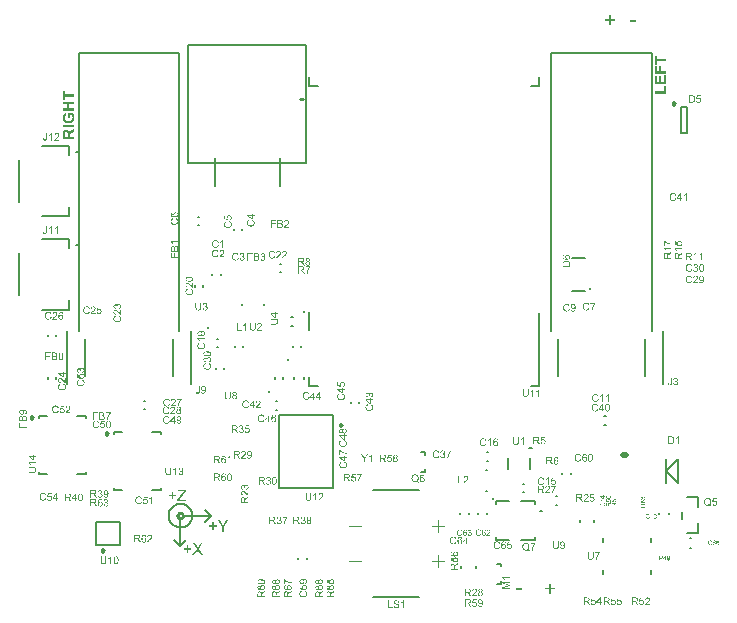
<source format=gto>
G04*
G04 #@! TF.GenerationSoftware,Altium Limited,Altium Designer,20.0.13 (296)*
G04*
G04 Layer_Color=65535*
%FSLAX44Y44*%
%MOMM*%
G71*
G01*
G75*
%ADD10C,0.1000*%
%ADD11C,0.2500*%
%ADD12C,0.2540*%
%ADD13C,0.2000*%
%ADD14C,0.5000*%
%ADD15C,0.1020*%
%ADD16C,0.2032*%
%ADD17C,0.2030*%
G36*
X544818Y467167D02*
X552806D01*
Y465230D01*
X544818D01*
Y462377D01*
X543194D01*
Y470000D01*
X544818D01*
Y467167D01*
D02*
G37*
G36*
Y456795D02*
X547099D01*
Y460815D01*
X548724D01*
Y456795D01*
X552806D01*
Y454858D01*
X543194D01*
Y461450D01*
X544818D01*
Y456795D01*
D02*
G37*
G36*
X552806Y445902D02*
X543194D01*
Y453025D01*
X544818D01*
Y447839D01*
X546943D01*
Y452661D01*
X548568D01*
Y447839D01*
X551181D01*
Y453213D01*
X552806D01*
Y445902D01*
D02*
G37*
G36*
Y437758D02*
X543277D01*
Y439695D01*
X551181D01*
Y444517D01*
X552806D01*
Y437758D01*
D02*
G37*
G36*
X135228Y98290D02*
X137842D01*
Y97186D01*
X135228D01*
Y94552D01*
X134114D01*
Y97186D01*
X131500D01*
Y98290D01*
X134114D01*
Y100904D01*
X135228D01*
Y98290D01*
D02*
G37*
G36*
X146299Y101477D02*
X140894Y94812D01*
X140321Y94135D01*
X146455D01*
Y93000D01*
X138863D01*
Y94177D01*
X143778Y100321D01*
X143789Y100331D01*
X143799Y100352D01*
X143830Y100384D01*
X143872Y100436D01*
X143914Y100488D01*
X143966Y100561D01*
X144101Y100717D01*
X144247Y100894D01*
X144424Y101092D01*
X144601Y101290D01*
X144778Y101477D01*
X139415D01*
Y102612D01*
X146299D01*
Y101477D01*
D02*
G37*
G36*
X43660Y437272D02*
X51648D01*
Y435335D01*
X43660D01*
Y432481D01*
X42035D01*
Y440104D01*
X43660D01*
Y437272D01*
D02*
G37*
G36*
X51648Y429211D02*
X47440D01*
Y425400D01*
X51648D01*
Y423463D01*
X42035D01*
Y425400D01*
X45816D01*
Y429211D01*
X42035D01*
Y431148D01*
X51648D01*
Y429211D01*
D02*
G37*
G36*
X50356Y421661D02*
X50367Y421640D01*
X50398Y421609D01*
X50440Y421557D01*
X50491Y421495D01*
X50554Y421422D01*
X50616Y421328D01*
X50689Y421224D01*
X50773Y421099D01*
X50856Y420974D01*
X50939Y420828D01*
X51023Y420662D01*
X51116Y420495D01*
X51200Y420307D01*
X51293Y420109D01*
X51377Y419901D01*
Y419891D01*
X51398Y419849D01*
X51418Y419787D01*
X51450Y419703D01*
X51481Y419599D01*
X51522Y419474D01*
X51554Y419328D01*
X51595Y419172D01*
X51637Y419006D01*
X51679Y418818D01*
X51720Y418631D01*
X51752Y418423D01*
X51804Y417995D01*
X51814Y417777D01*
X51824Y417558D01*
Y417412D01*
X51814Y417308D01*
X51804Y417173D01*
X51793Y417017D01*
X51772Y416850D01*
X51741Y416662D01*
X51710Y416465D01*
X51668Y416256D01*
X51616Y416038D01*
X51564Y415808D01*
X51491Y415579D01*
X51408Y415361D01*
X51314Y415142D01*
X51200Y414923D01*
X51189Y414913D01*
X51168Y414871D01*
X51137Y414819D01*
X51085Y414736D01*
X51012Y414653D01*
X50939Y414538D01*
X50846Y414423D01*
X50731Y414299D01*
X50616Y414163D01*
X50481Y414028D01*
X50325Y413882D01*
X50169Y413747D01*
X49992Y413611D01*
X49804Y413476D01*
X49606Y413361D01*
X49388Y413247D01*
X49377Y413236D01*
X49336Y413226D01*
X49273Y413195D01*
X49179Y413163D01*
X49075Y413122D01*
X48940Y413070D01*
X48794Y413018D01*
X48627Y412966D01*
X48440Y412913D01*
X48242Y412861D01*
X48034Y412820D01*
X47815Y412768D01*
X47576Y412736D01*
X47336Y412705D01*
X47086Y412695D01*
X46826Y412684D01*
X46805D01*
X46763D01*
X46680D01*
X46576Y412695D01*
X46441Y412705D01*
X46284Y412716D01*
X46118Y412736D01*
X45930Y412768D01*
X45732Y412799D01*
X45514Y412841D01*
X45295Y412893D01*
X45066Y412945D01*
X44837Y413018D01*
X44608Y413101D01*
X44378Y413195D01*
X44160Y413309D01*
X44149Y413320D01*
X44108Y413340D01*
X44045Y413372D01*
X43962Y413424D01*
X43868Y413497D01*
X43754Y413569D01*
X43629Y413663D01*
X43493Y413778D01*
X43348Y413892D01*
X43202Y414038D01*
X43056Y414184D01*
X42900Y414351D01*
X42754Y414528D01*
X42619Y414725D01*
X42483Y414934D01*
X42358Y415153D01*
X42348Y415163D01*
X42337Y415194D01*
X42317Y415246D01*
X42285Y415319D01*
X42244Y415413D01*
X42202Y415517D01*
X42160Y415642D01*
X42119Y415788D01*
X42077Y415944D01*
X42035Y416121D01*
X41994Y416308D01*
X41952Y416517D01*
X41921Y416735D01*
X41900Y416964D01*
X41879Y417204D01*
Y417631D01*
X41890Y417746D01*
X41900Y417902D01*
X41921Y418079D01*
X41942Y418266D01*
X41973Y418475D01*
X42014Y418693D01*
X42067Y418922D01*
X42119Y419151D01*
X42192Y419391D01*
X42285Y419620D01*
X42379Y419839D01*
X42494Y420047D01*
X42629Y420245D01*
X42639Y420255D01*
X42660Y420287D01*
X42702Y420339D01*
X42764Y420411D01*
X42848Y420484D01*
X42931Y420578D01*
X43046Y420682D01*
X43170Y420786D01*
X43306Y420901D01*
X43462Y421005D01*
X43639Y421120D01*
X43816Y421224D01*
X44014Y421317D01*
X44233Y421411D01*
X44462Y421484D01*
X44701Y421547D01*
X45066Y419620D01*
X45055D01*
X45035Y419610D01*
X44993Y419599D01*
X44951Y419578D01*
X44889Y419558D01*
X44816Y419526D01*
X44660Y419443D01*
X44483Y419339D01*
X44295Y419203D01*
X44118Y419047D01*
X43952Y418849D01*
Y418839D01*
X43931Y418829D01*
X43910Y418797D01*
X43889Y418745D01*
X43858Y418693D01*
X43816Y418631D01*
X43785Y418547D01*
X43743Y418464D01*
X43670Y418266D01*
X43597Y418027D01*
X43556Y417756D01*
X43535Y417454D01*
Y417329D01*
X43545Y417246D01*
X43556Y417141D01*
X43577Y417017D01*
X43608Y416871D01*
X43639Y416725D01*
X43681Y416569D01*
X43733Y416402D01*
X43795Y416236D01*
X43879Y416069D01*
X43972Y415902D01*
X44076Y415736D01*
X44201Y415579D01*
X44347Y415434D01*
X44358Y415423D01*
X44389Y415402D01*
X44431Y415361D01*
X44503Y415319D01*
X44587Y415257D01*
X44691Y415194D01*
X44805Y415132D01*
X44951Y415059D01*
X45107Y414986D01*
X45285Y414923D01*
X45482Y414861D01*
X45701Y414798D01*
X45930Y414757D01*
X46180Y414715D01*
X46451Y414694D01*
X46743Y414684D01*
X46763D01*
X46815D01*
X46909Y414694D01*
X47024D01*
X47169Y414705D01*
X47326Y414725D01*
X47513Y414746D01*
X47711Y414778D01*
X47909Y414819D01*
X48128Y414871D01*
X48336Y414934D01*
X48555Y415007D01*
X48763Y415090D01*
X48961Y415194D01*
X49148Y415309D01*
X49315Y415444D01*
X49325Y415454D01*
X49346Y415475D01*
X49398Y415527D01*
X49450Y415579D01*
X49513Y415663D01*
X49585Y415746D01*
X49658Y415861D01*
X49742Y415975D01*
X49825Y416110D01*
X49898Y416267D01*
X49971Y416423D01*
X50033Y416600D01*
X50085Y416798D01*
X50127Y416996D01*
X50158Y417204D01*
X50169Y417433D01*
Y417537D01*
X50158Y417589D01*
Y417662D01*
X50138Y417818D01*
X50106Y418006D01*
X50065Y418204D01*
X50012Y418423D01*
X49929Y418652D01*
Y418662D01*
X49919Y418683D01*
X49908Y418714D01*
X49887Y418756D01*
X49836Y418870D01*
X49763Y419016D01*
X49679Y419183D01*
X49585Y419360D01*
X49481Y419537D01*
X49356Y419714D01*
X48128D01*
Y417496D01*
X46503D01*
Y421672D01*
X50346D01*
X50356Y421661D01*
D02*
G37*
G36*
X51648Y409227D02*
X42035D01*
Y411164D01*
X51648D01*
Y409227D01*
D02*
G37*
G36*
Y405915D02*
X49554Y404509D01*
X49544Y404499D01*
X49502Y404478D01*
X49450Y404436D01*
X49377Y404384D01*
X49283Y404332D01*
X49190Y404259D01*
X48961Y404103D01*
X48721Y403926D01*
X48492Y403759D01*
X48388Y403676D01*
X48294Y403603D01*
X48211Y403541D01*
X48148Y403478D01*
X48138Y403468D01*
X48096Y403437D01*
X48055Y403374D01*
X47992Y403301D01*
X47919Y403218D01*
X47857Y403114D01*
X47794Y403010D01*
X47753Y402895D01*
X47742Y402885D01*
X47732Y402833D01*
X47711Y402760D01*
X47690Y402656D01*
X47669Y402520D01*
X47659Y402354D01*
X47638Y402156D01*
Y401531D01*
X51648D01*
Y399594D01*
X42035D01*
Y403926D01*
X42046Y404051D01*
Y404197D01*
X42056Y404364D01*
X42067Y404530D01*
X42098Y404905D01*
X42150Y405270D01*
X42171Y405447D01*
X42212Y405624D01*
X42254Y405780D01*
X42296Y405915D01*
Y405926D01*
X42306Y405947D01*
X42327Y405978D01*
X42348Y406030D01*
X42379Y406092D01*
X42410Y406155D01*
X42504Y406321D01*
X42639Y406498D01*
X42796Y406675D01*
X42993Y406863D01*
X43223Y407029D01*
X43233D01*
X43254Y407050D01*
X43285Y407071D01*
X43337Y407092D01*
X43400Y407134D01*
X43472Y407165D01*
X43566Y407207D01*
X43660Y407248D01*
X43879Y407321D01*
X44139Y407394D01*
X44420Y407436D01*
X44733Y407457D01*
X44743D01*
X44785D01*
X44837D01*
X44910Y407446D01*
X45003Y407436D01*
X45107Y407425D01*
X45233Y407404D01*
X45357Y407373D01*
X45649Y407300D01*
X45795Y407248D01*
X45941Y407186D01*
X46097Y407113D01*
X46243Y407029D01*
X46388Y406936D01*
X46524Y406821D01*
X46534Y406811D01*
X46555Y406790D01*
X46586Y406759D01*
X46638Y406707D01*
X46690Y406634D01*
X46753Y406550D01*
X46826Y406457D01*
X46899Y406342D01*
X46982Y406217D01*
X47055Y406082D01*
X47128Y405926D01*
X47201Y405749D01*
X47263Y405561D01*
X47326Y405363D01*
X47378Y405145D01*
X47419Y404916D01*
Y404926D01*
X47440Y404947D01*
X47451Y404978D01*
X47482Y405020D01*
X47555Y405134D01*
X47659Y405280D01*
X47773Y405447D01*
X47909Y405624D01*
X48065Y405801D01*
X48221Y405957D01*
X48242Y405978D01*
X48273Y405999D01*
X48305Y406030D01*
X48357Y406072D01*
X48419Y406124D01*
X48492Y406186D01*
X48575Y406249D01*
X48679Y406321D01*
X48794Y406405D01*
X48919Y406498D01*
X49065Y406592D01*
X49221Y406696D01*
X49398Y406811D01*
X49575Y406936D01*
X49783Y407061D01*
X51648Y408238D01*
Y405915D01*
D02*
G37*
G36*
X430840Y17842D02*
X426000D01*
Y19423D01*
X430840D01*
Y17842D01*
D02*
G37*
G36*
X454965Y19545D02*
X458446D01*
Y18075D01*
X454965D01*
Y14566D01*
X453481D01*
Y18075D01*
X450000D01*
Y19545D01*
X453481D01*
Y23026D01*
X454965D01*
Y19545D01*
D02*
G37*
G36*
X156851Y52540D02*
X160454Y47500D01*
X158903D01*
X156466Y50926D01*
X156455Y50937D01*
X156434Y50978D01*
X156393Y51030D01*
X156341Y51114D01*
X156278Y51197D01*
X156216Y51291D01*
X156070Y51509D01*
Y51499D01*
X156060Y51489D01*
X156018Y51426D01*
X155966Y51343D01*
X155893Y51239D01*
X155737Y51020D01*
X155674Y50916D01*
X155612Y50833D01*
X153175Y47500D01*
X151644D01*
X155362Y52478D01*
X152081Y57112D01*
X153591D01*
X155351Y54644D01*
X155362Y54634D01*
X155372Y54613D01*
X155403Y54571D01*
X155445Y54519D01*
X155487Y54457D01*
X155539Y54384D01*
X155653Y54217D01*
X155778Y54019D01*
X155903Y53832D01*
X156028Y53634D01*
X156122Y53467D01*
Y53478D01*
X156132Y53488D01*
X156153Y53519D01*
X156185Y53561D01*
X156247Y53655D01*
X156341Y53790D01*
X156455Y53957D01*
X156580Y54144D01*
X156736Y54342D01*
X156893Y54550D01*
X158809Y57112D01*
X160194D01*
X156851Y52540D01*
D02*
G37*
G36*
X148228Y52790D02*
X150842D01*
Y51687D01*
X148228D01*
Y49052D01*
X147114D01*
Y51687D01*
X144500D01*
Y52790D01*
X147114D01*
Y55404D01*
X148228D01*
Y52790D01*
D02*
G37*
G36*
X178131Y71012D02*
Y66950D01*
X176861D01*
Y71012D01*
X173153Y76562D01*
X174694D01*
X176590Y73657D01*
X176600Y73646D01*
X176611Y73625D01*
X176642Y73573D01*
X176684Y73521D01*
X176725Y73448D01*
X176777Y73355D01*
X176840Y73261D01*
X176913Y73146D01*
X177058Y72907D01*
X177225Y72636D01*
X177402Y72344D01*
X177569Y72042D01*
X177579Y72053D01*
X177590Y72074D01*
X177610Y72115D01*
X177652Y72178D01*
X177694Y72240D01*
X177735Y72324D01*
X177798Y72428D01*
X177860Y72532D01*
X177933Y72646D01*
X178016Y72782D01*
X178194Y73063D01*
X178402Y73386D01*
X178620Y73730D01*
X180485Y76562D01*
X181963D01*
X178131Y71012D01*
D02*
G37*
G36*
X169758Y72240D02*
X172372D01*
Y71136D01*
X169758D01*
Y68502D01*
X168644D01*
Y71136D01*
X166030D01*
Y72240D01*
X168644D01*
Y74854D01*
X169758D01*
Y72240D01*
D02*
G37*
G36*
X506019Y500925D02*
X509500D01*
Y499455D01*
X506019D01*
Y495974D01*
X504535D01*
Y499455D01*
X501054D01*
Y500925D01*
X504535D01*
Y504434D01*
X506019D01*
Y500925D01*
D02*
G37*
G36*
X527000Y498577D02*
X522160D01*
Y500158D01*
X527000D01*
Y498577D01*
D02*
G37*
G36*
X210043Y26627D02*
X210147D01*
X210272Y26620D01*
X210404Y26613D01*
X210550Y26599D01*
X210702Y26585D01*
X210861Y26571D01*
X211187Y26523D01*
X211506Y26453D01*
X211652Y26411D01*
X211798Y26363D01*
X211805D01*
X211832Y26349D01*
X211867Y26335D01*
X211915Y26314D01*
X211978Y26287D01*
X212047Y26252D01*
X212124Y26210D01*
X212207Y26169D01*
X212380Y26058D01*
X212567Y25919D01*
X212741Y25760D01*
X212824Y25670D01*
X212900Y25573D01*
X212907Y25566D01*
X212914Y25552D01*
X212935Y25517D01*
X212956Y25482D01*
X212983Y25427D01*
X213018Y25371D01*
X213053Y25302D01*
X213087Y25219D01*
X213122Y25136D01*
X213157Y25039D01*
X213185Y24941D01*
X213219Y24831D01*
X213261Y24595D01*
X213268Y24470D01*
X213275Y24338D01*
Y24269D01*
X213268Y24213D01*
X213261Y24151D01*
X213254Y24075D01*
X213240Y23991D01*
X213219Y23901D01*
X213171Y23707D01*
X213136Y23610D01*
X213101Y23506D01*
X213053Y23402D01*
X212997Y23298D01*
X212935Y23201D01*
X212859Y23111D01*
X212852Y23104D01*
X212838Y23090D01*
X212817Y23069D01*
X212782Y23035D01*
X212741Y23000D01*
X212685Y22958D01*
X212623Y22910D01*
X212553Y22861D01*
X212477Y22813D01*
X212387Y22764D01*
X212290Y22722D01*
X212186Y22674D01*
X212075Y22632D01*
X211957Y22598D01*
X211825Y22570D01*
X211687Y22549D01*
X211624Y23305D01*
X211631D01*
X211645Y23312D01*
X211673D01*
X211714Y23326D01*
X211756Y23333D01*
X211805Y23347D01*
X211922Y23381D01*
X212047Y23430D01*
X212172Y23492D01*
X212290Y23575D01*
X212345Y23617D01*
X212394Y23666D01*
X212401Y23679D01*
X212429Y23714D01*
X212470Y23777D01*
X212512Y23853D01*
X212553Y23957D01*
X212595Y24075D01*
X212623Y24207D01*
X212630Y24359D01*
Y24421D01*
X212623Y24491D01*
X212609Y24574D01*
X212588Y24671D01*
X212560Y24775D01*
X212526Y24886D01*
X212470Y24990D01*
X212463Y25004D01*
X212442Y25039D01*
X212401Y25087D01*
X212352Y25150D01*
X212290Y25219D01*
X212214Y25295D01*
X212124Y25371D01*
X212026Y25441D01*
X212013Y25448D01*
X211978Y25468D01*
X211915Y25503D01*
X211825Y25545D01*
X211721Y25586D01*
X211597Y25635D01*
X211444Y25683D01*
X211278Y25732D01*
X211271D01*
X211257Y25739D01*
X211229Y25746D01*
X211194Y25753D01*
X211153Y25760D01*
X211104Y25767D01*
X211042Y25780D01*
X210979Y25794D01*
X210834Y25815D01*
X210674Y25829D01*
X210501Y25843D01*
X210321Y25850D01*
X210307D01*
X210279D01*
X210231D01*
X210168D01*
X210175Y25836D01*
X210196Y25829D01*
X210224Y25808D01*
X210293Y25753D01*
X210376Y25683D01*
X210473Y25586D01*
X210577Y25475D01*
X210674Y25351D01*
X210771Y25205D01*
Y25198D01*
X210778Y25184D01*
X210792Y25163D01*
X210806Y25136D01*
X210827Y25094D01*
X210841Y25052D01*
X210882Y24941D01*
X210931Y24810D01*
X210965Y24657D01*
X210993Y24491D01*
X211000Y24317D01*
Y24283D01*
X210993Y24241D01*
Y24186D01*
X210979Y24116D01*
X210972Y24040D01*
X210952Y23950D01*
X210931Y23853D01*
X210896Y23749D01*
X210861Y23645D01*
X210813Y23534D01*
X210758Y23423D01*
X210695Y23305D01*
X210619Y23194D01*
X210529Y23083D01*
X210432Y22979D01*
X210425Y22972D01*
X210404Y22958D01*
X210369Y22931D01*
X210328Y22896D01*
X210272Y22854D01*
X210203Y22806D01*
X210119Y22757D01*
X210023Y22709D01*
X209925Y22653D01*
X209807Y22605D01*
X209683Y22556D01*
X209551Y22515D01*
X209405Y22480D01*
X209246Y22452D01*
X209086Y22438D01*
X208913Y22431D01*
X208899D01*
X208871D01*
X208816Y22438D01*
X208754D01*
X208670Y22452D01*
X208573Y22459D01*
X208469Y22480D01*
X208351Y22501D01*
X208233Y22535D01*
X208102Y22570D01*
X207970Y22619D01*
X207845Y22674D01*
X207713Y22736D01*
X207582Y22813D01*
X207464Y22903D01*
X207346Y23000D01*
X207339Y23007D01*
X207318Y23028D01*
X207290Y23062D01*
X207256Y23104D01*
X207207Y23159D01*
X207159Y23229D01*
X207103Y23305D01*
X207048Y23395D01*
X206992Y23492D01*
X206937Y23603D01*
X206888Y23721D01*
X206840Y23846D01*
X206805Y23985D01*
X206777Y24130D01*
X206756Y24276D01*
X206749Y24435D01*
Y24498D01*
X206756Y24539D01*
Y24595D01*
X206770Y24657D01*
X206777Y24734D01*
X206791Y24810D01*
X206833Y24990D01*
X206895Y25177D01*
X206930Y25274D01*
X206978Y25378D01*
X207027Y25475D01*
X207089Y25573D01*
X207096Y25579D01*
X207103Y25593D01*
X207124Y25621D01*
X207152Y25656D01*
X207186Y25704D01*
X207228Y25753D01*
X207276Y25808D01*
X207332Y25864D01*
X207394Y25926D01*
X207471Y25996D01*
X207547Y26058D01*
X207630Y26127D01*
X207727Y26190D01*
X207824Y26252D01*
X207935Y26307D01*
X208046Y26363D01*
X208053D01*
X208074Y26377D01*
X208109Y26391D01*
X208164Y26405D01*
X208227Y26425D01*
X208303Y26446D01*
X208393Y26474D01*
X208504Y26502D01*
X208622Y26523D01*
X208754Y26550D01*
X208906Y26571D01*
X209065Y26592D01*
X209239Y26606D01*
X209426Y26620D01*
X209627Y26633D01*
X209842D01*
X209856D01*
X209898D01*
X209960D01*
X210043Y26627D01*
D02*
G37*
G36*
X211194Y21641D02*
X211243D01*
X211305Y21634D01*
X211382Y21627D01*
X211458Y21613D01*
X211631Y21585D01*
X211818Y21537D01*
X212013Y21474D01*
X212214Y21384D01*
X212221D01*
X212234Y21370D01*
X212262Y21356D01*
X212297Y21336D01*
X212339Y21308D01*
X212387Y21280D01*
X212505Y21197D01*
X212630Y21100D01*
X212761Y20975D01*
X212893Y20830D01*
X213004Y20670D01*
Y20663D01*
X213018Y20649D01*
X213032Y20622D01*
X213046Y20587D01*
X213067Y20545D01*
X213087Y20497D01*
X213115Y20434D01*
X213136Y20372D01*
X213191Y20219D01*
X213233Y20039D01*
X213261Y19845D01*
X213275Y19637D01*
Y19595D01*
X213268Y19540D01*
X213261Y19470D01*
X213254Y19387D01*
X213233Y19290D01*
X213212Y19186D01*
X213185Y19068D01*
X213143Y18943D01*
X213101Y18812D01*
X213039Y18680D01*
X212969Y18548D01*
X212886Y18410D01*
X212789Y18285D01*
X212678Y18153D01*
X212553Y18035D01*
X212547Y18028D01*
X212519Y18007D01*
X212477Y17980D01*
X212415Y17938D01*
X212339Y17889D01*
X212241Y17841D01*
X212124Y17785D01*
X211985Y17730D01*
X211832Y17667D01*
X211659Y17612D01*
X211465Y17564D01*
X211250Y17515D01*
X211014Y17473D01*
X210758Y17446D01*
X210480Y17425D01*
X210182Y17418D01*
X210175D01*
X210161D01*
X210133D01*
X210099D01*
X210057D01*
X210002Y17425D01*
X209946D01*
X209877Y17432D01*
X209724Y17439D01*
X209551Y17452D01*
X209357Y17473D01*
X209149Y17501D01*
X208927Y17543D01*
X208705Y17584D01*
X208483Y17640D01*
X208261Y17709D01*
X208046Y17785D01*
X207838Y17875D01*
X207651Y17987D01*
X207484Y18104D01*
X207478Y18111D01*
X207450Y18132D01*
X207415Y18167D01*
X207367Y18215D01*
X207311Y18271D01*
X207249Y18347D01*
X207186Y18430D01*
X207117Y18527D01*
X207048Y18638D01*
X206985Y18763D01*
X206923Y18895D01*
X206867Y19040D01*
X206819Y19193D01*
X206784Y19359D01*
X206756Y19533D01*
X206749Y19720D01*
Y19796D01*
X206756Y19845D01*
X206763Y19907D01*
X206770Y19984D01*
X206784Y20067D01*
X206805Y20157D01*
X206854Y20358D01*
X206888Y20455D01*
X206930Y20566D01*
X206978Y20670D01*
X207041Y20767D01*
X207103Y20864D01*
X207179Y20961D01*
X207186Y20968D01*
X207200Y20982D01*
X207221Y21010D01*
X207256Y21037D01*
X207297Y21079D01*
X207353Y21121D01*
X207415Y21169D01*
X207484Y21218D01*
X207561Y21266D01*
X207651Y21315D01*
X207748Y21363D01*
X207852Y21412D01*
X207963Y21454D01*
X208081Y21488D01*
X208206Y21523D01*
X208344Y21544D01*
X208407Y20760D01*
X208400D01*
X208386Y20753D01*
X208365Y20746D01*
X208330Y20739D01*
X208247Y20719D01*
X208150Y20684D01*
X208039Y20642D01*
X207928Y20587D01*
X207824Y20531D01*
X207734Y20462D01*
X207727Y20455D01*
X207720Y20448D01*
X207700Y20427D01*
X207679Y20406D01*
X207623Y20337D01*
X207561Y20240D01*
X207498Y20129D01*
X207450Y19991D01*
X207408Y19838D01*
X207401Y19755D01*
X207394Y19671D01*
Y19609D01*
X207408Y19533D01*
X207422Y19443D01*
X207450Y19339D01*
X207484Y19228D01*
X207540Y19117D01*
X207609Y19006D01*
Y18999D01*
X207623Y18992D01*
X207637Y18971D01*
X207658Y18943D01*
X207720Y18881D01*
X207810Y18798D01*
X207921Y18701D01*
X208060Y18604D01*
X208220Y18513D01*
X208400Y18423D01*
X208407D01*
X208421Y18416D01*
X208455Y18403D01*
X208497Y18389D01*
X208545Y18375D01*
X208615Y18354D01*
X208691Y18333D01*
X208774Y18312D01*
X208871Y18292D01*
X208982Y18278D01*
X209107Y18257D01*
X209239Y18236D01*
X209378Y18222D01*
X209530Y18215D01*
X209697Y18208D01*
X209863Y18202D01*
X209863Y18201D01*
X209870D01*
X209863Y18202D01*
X209849Y18215D01*
X209828Y18229D01*
X209801Y18250D01*
X209724Y18312D01*
X209627Y18389D01*
X209523Y18493D01*
X209419Y18611D01*
X209322Y18742D01*
X209232Y18888D01*
Y18895D01*
X209225Y18909D01*
X209211Y18930D01*
X209197Y18957D01*
X209183Y18999D01*
X209163Y19040D01*
X209121Y19151D01*
X209086Y19283D01*
X209052Y19429D01*
X209024Y19588D01*
X209017Y19755D01*
Y19789D01*
X209024Y19831D01*
Y19886D01*
X209038Y19956D01*
X209045Y20032D01*
X209065Y20122D01*
X209086Y20219D01*
X209121Y20316D01*
X209156Y20427D01*
X209204Y20538D01*
X209260Y20649D01*
X209329Y20767D01*
X209405Y20878D01*
X209496Y20989D01*
X209599Y21093D01*
X209606Y21100D01*
X209627Y21114D01*
X209655Y21142D01*
X209704Y21183D01*
X209759Y21225D01*
X209828Y21266D01*
X209911Y21322D01*
X210002Y21370D01*
X210106Y21419D01*
X210217Y21474D01*
X210341Y21516D01*
X210473Y21565D01*
X210612Y21599D01*
X210764Y21627D01*
X210924Y21641D01*
X211090Y21648D01*
X211097D01*
X211118D01*
X211146D01*
X211194Y21641D01*
D02*
G37*
G36*
X213171Y15899D02*
X211839Y15053D01*
X211832Y15046D01*
X211812Y15039D01*
X211784Y15019D01*
X211742Y14991D01*
X211694Y14963D01*
X211638Y14922D01*
X211513Y14838D01*
X211368Y14741D01*
X211222Y14644D01*
X211083Y14540D01*
X210959Y14443D01*
X210952D01*
X210945Y14429D01*
X210910Y14402D01*
X210855Y14360D01*
X210792Y14297D01*
X210723Y14235D01*
X210653Y14159D01*
X210584Y14082D01*
X210536Y14013D01*
X210529Y14006D01*
X210515Y13979D01*
X210494Y13944D01*
X210466Y13895D01*
X210438Y13833D01*
X210411Y13771D01*
X210383Y13701D01*
X210362Y13625D01*
Y13618D01*
X210355Y13597D01*
X210348Y13563D01*
X210341Y13514D01*
Y13445D01*
X210334Y13361D01*
X210328Y13264D01*
Y12176D01*
X213171D01*
Y11330D01*
X206770D01*
Y14304D01*
X206777Y14381D01*
Y14457D01*
X206784Y14547D01*
X206791Y14651D01*
X206812Y14859D01*
X206847Y15074D01*
X206888Y15282D01*
X206916Y15372D01*
X206944Y15462D01*
Y15469D01*
X206951Y15483D01*
X206964Y15504D01*
X206978Y15539D01*
X207020Y15622D01*
X207082Y15719D01*
X207166Y15837D01*
X207276Y15955D01*
X207401Y16073D01*
X207554Y16177D01*
X207561D01*
X207575Y16191D01*
X207596Y16204D01*
X207630Y16218D01*
X207672Y16239D01*
X207720Y16260D01*
X207776Y16288D01*
X207838Y16315D01*
X207984Y16364D01*
X208143Y16406D01*
X208324Y16433D01*
X208518Y16447D01*
X208525D01*
X208545D01*
X208587D01*
X208629Y16440D01*
X208691Y16433D01*
X208760Y16426D01*
X208837Y16412D01*
X208920Y16392D01*
X209100Y16336D01*
X209197Y16301D01*
X209294Y16260D01*
X209391Y16211D01*
X209489Y16149D01*
X209579Y16080D01*
X209669Y16003D01*
X209676Y15996D01*
X209690Y15983D01*
X209710Y15955D01*
X209745Y15920D01*
X209780Y15871D01*
X209821Y15816D01*
X209870Y15747D01*
X209918Y15663D01*
X209967Y15573D01*
X210016Y15476D01*
X210064Y15365D01*
X210113Y15240D01*
X210154Y15109D01*
X210196Y14963D01*
X210231Y14804D01*
X210258Y14637D01*
Y14644D01*
X210265Y14651D01*
X210286Y14693D01*
X210321Y14755D01*
X210362Y14831D01*
X210411Y14915D01*
X210459Y14998D01*
X210522Y15081D01*
X210577Y15150D01*
X210584Y15157D01*
X210591Y15164D01*
X210612Y15185D01*
X210640Y15213D01*
X210674Y15247D01*
X210716Y15289D01*
X210813Y15379D01*
X210938Y15483D01*
X211083Y15601D01*
X211250Y15726D01*
X211430Y15851D01*
X213171Y16960D01*
Y15899D01*
D02*
G37*
G36*
X596587Y59504D02*
X596624Y59500D01*
X596670Y59496D01*
X596720Y59488D01*
X596774Y59475D01*
X596895Y59446D01*
X596953Y59425D01*
X597020Y59400D01*
X597082Y59371D01*
X597141Y59334D01*
X597199Y59296D01*
X597257Y59250D01*
X597261Y59246D01*
X597270Y59238D01*
X597286Y59225D01*
X597303Y59205D01*
X597328Y59180D01*
X597353Y59146D01*
X597382Y59109D01*
X597411Y59067D01*
X597440Y59021D01*
X597470Y58967D01*
X597499Y58909D01*
X597528Y58846D01*
X597553Y58780D01*
X597574Y58709D01*
X597595Y58634D01*
X597607Y58551D01*
X597136Y58513D01*
Y58517D01*
X597132Y58526D01*
X597128Y58538D01*
X597124Y58559D01*
X597112Y58609D01*
X597091Y58667D01*
X597066Y58734D01*
X597032Y58800D01*
X596999Y58863D01*
X596957Y58917D01*
X596953Y58921D01*
X596949Y58925D01*
X596936Y58938D01*
X596924Y58950D01*
X596882Y58984D01*
X596824Y59021D01*
X596757Y59059D01*
X596674Y59088D01*
X596582Y59113D01*
X596532Y59117D01*
X596482Y59121D01*
X596445D01*
X596399Y59113D01*
X596345Y59104D01*
X596283Y59088D01*
X596216Y59067D01*
X596149Y59034D01*
X596083Y58992D01*
X596078D01*
X596074Y58984D01*
X596062Y58975D01*
X596045Y58963D01*
X596008Y58925D01*
X595958Y58871D01*
X595899Y58805D01*
X595841Y58721D01*
X595787Y58625D01*
X595733Y58517D01*
Y58513D01*
X595728Y58505D01*
X595720Y58484D01*
X595712Y58459D01*
X595704Y58430D01*
X595691Y58388D01*
X595678Y58342D01*
X595666Y58292D01*
X595653Y58234D01*
X595645Y58167D01*
X595633Y58092D01*
X595620Y58013D01*
X595612Y57930D01*
X595608Y57838D01*
X595603Y57738D01*
X595600Y57638D01*
X595608Y57647D01*
X595616Y57659D01*
X595629Y57676D01*
X595666Y57722D01*
X595712Y57780D01*
X595774Y57842D01*
X595845Y57905D01*
X595924Y57963D01*
X596012Y58017D01*
X596016D01*
X596024Y58021D01*
X596037Y58030D01*
X596053Y58038D01*
X596078Y58046D01*
X596103Y58059D01*
X596170Y58084D01*
X596249Y58105D01*
X596337Y58126D01*
X596432Y58142D01*
X596532Y58146D01*
X596553D01*
X596578Y58142D01*
X596612D01*
X596653Y58134D01*
X596699Y58130D01*
X596753Y58117D01*
X596811Y58105D01*
X596870Y58084D01*
X596936Y58063D01*
X597003Y58034D01*
X597070Y58001D01*
X597141Y57959D01*
X597207Y57913D01*
X597274Y57859D01*
X597336Y57797D01*
X597341Y57792D01*
X597349Y57780D01*
X597366Y57763D01*
X597391Y57734D01*
X597416Y57701D01*
X597440Y57659D01*
X597474Y57609D01*
X597503Y57555D01*
X597532Y57492D01*
X597565Y57426D01*
X597590Y57351D01*
X597620Y57272D01*
X597640Y57188D01*
X597657Y57097D01*
X597665Y57001D01*
X597670Y56901D01*
Y56897D01*
Y56884D01*
Y56868D01*
X597665Y56838D01*
Y56809D01*
X597661Y56772D01*
X597657Y56726D01*
X597649Y56680D01*
X597632Y56576D01*
X597603Y56463D01*
X597565Y56347D01*
X597511Y56226D01*
Y56222D01*
X597503Y56214D01*
X597495Y56197D01*
X597482Y56176D01*
X597466Y56151D01*
X597449Y56122D01*
X597399Y56051D01*
X597341Y55976D01*
X597266Y55897D01*
X597178Y55818D01*
X597082Y55751D01*
X597078D01*
X597070Y55743D01*
X597053Y55735D01*
X597032Y55726D01*
X597007Y55714D01*
X596978Y55701D01*
X596941Y55685D01*
X596903Y55672D01*
X596811Y55639D01*
X596703Y55614D01*
X596587Y55597D01*
X596462Y55589D01*
X596437D01*
X596403Y55593D01*
X596362Y55597D01*
X596312Y55601D01*
X596253Y55614D01*
X596191Y55626D01*
X596120Y55643D01*
X596045Y55668D01*
X595966Y55693D01*
X595887Y55730D01*
X595808Y55772D01*
X595724Y55822D01*
X595649Y55880D01*
X595570Y55947D01*
X595499Y56022D01*
X595495Y56026D01*
X595483Y56043D01*
X595466Y56068D01*
X595441Y56105D01*
X595412Y56151D01*
X595383Y56209D01*
X595349Y56280D01*
X595316Y56364D01*
X595279Y56455D01*
X595245Y56559D01*
X595216Y56676D01*
X595187Y56805D01*
X595162Y56947D01*
X595145Y57101D01*
X595133Y57267D01*
X595129Y57447D01*
Y57451D01*
Y57459D01*
Y57476D01*
Y57497D01*
Y57522D01*
X595133Y57555D01*
Y57588D01*
X595137Y57630D01*
X595141Y57722D01*
X595149Y57826D01*
X595162Y57942D01*
X595179Y58067D01*
X595204Y58201D01*
X595229Y58334D01*
X595262Y58467D01*
X595304Y58601D01*
X595349Y58730D01*
X595404Y58855D01*
X595470Y58967D01*
X595541Y59067D01*
X595545Y59071D01*
X595558Y59088D01*
X595578Y59109D01*
X595608Y59138D01*
X595641Y59171D01*
X595687Y59209D01*
X595737Y59246D01*
X595795Y59288D01*
X595862Y59330D01*
X595937Y59367D01*
X596016Y59405D01*
X596103Y59438D01*
X596195Y59467D01*
X596295Y59488D01*
X596399Y59504D01*
X596512Y59509D01*
X596557D01*
X596587Y59504D01*
D02*
G37*
G36*
X593600D02*
X593637Y59500D01*
X593683Y59496D01*
X593733Y59488D01*
X593787Y59475D01*
X593908Y59446D01*
X593966Y59425D01*
X594033Y59400D01*
X594096Y59371D01*
X594154Y59334D01*
X594212Y59296D01*
X594271Y59250D01*
X594275Y59246D01*
X594283Y59238D01*
X594300Y59225D01*
X594316Y59205D01*
X594341Y59180D01*
X594366Y59146D01*
X594395Y59109D01*
X594425Y59067D01*
X594454Y59021D01*
X594483Y58967D01*
X594512Y58909D01*
X594541Y58846D01*
X594566Y58780D01*
X594587Y58709D01*
X594608Y58634D01*
X594620Y58551D01*
X594150Y58513D01*
Y58517D01*
X594146Y58526D01*
X594141Y58538D01*
X594137Y58559D01*
X594125Y58609D01*
X594104Y58667D01*
X594079Y58734D01*
X594046Y58800D01*
X594012Y58863D01*
X593971Y58917D01*
X593966Y58921D01*
X593962Y58925D01*
X593950Y58938D01*
X593937Y58950D01*
X593896Y58984D01*
X593837Y59021D01*
X593771Y59059D01*
X593687Y59088D01*
X593596Y59113D01*
X593546Y59117D01*
X593496Y59121D01*
X593458D01*
X593412Y59113D01*
X593358Y59104D01*
X593296Y59088D01*
X593229Y59067D01*
X593162Y59034D01*
X593096Y58992D01*
X593092D01*
X593088Y58984D01*
X593075Y58975D01*
X593058Y58963D01*
X593021Y58925D01*
X592971Y58871D01*
X592912Y58805D01*
X592854Y58721D01*
X592800Y58625D01*
X592746Y58517D01*
Y58513D01*
X592742Y58505D01*
X592733Y58484D01*
X592725Y58459D01*
X592717Y58430D01*
X592704Y58388D01*
X592692Y58342D01*
X592679Y58292D01*
X592667Y58234D01*
X592658Y58167D01*
X592646Y58092D01*
X592633Y58013D01*
X592625Y57930D01*
X592621Y57838D01*
X592617Y57738D01*
X592613Y57638D01*
X592621Y57647D01*
X592629Y57659D01*
X592642Y57676D01*
X592679Y57722D01*
X592725Y57780D01*
X592788Y57842D01*
X592858Y57905D01*
X592938Y57963D01*
X593025Y58017D01*
X593029D01*
X593037Y58021D01*
X593050Y58030D01*
X593067Y58038D01*
X593092Y58046D01*
X593117Y58059D01*
X593183Y58084D01*
X593262Y58105D01*
X593350Y58126D01*
X593446Y58142D01*
X593546Y58146D01*
X593567D01*
X593591Y58142D01*
X593625D01*
X593666Y58134D01*
X593712Y58130D01*
X593767Y58117D01*
X593825Y58105D01*
X593883Y58084D01*
X593950Y58063D01*
X594016Y58034D01*
X594083Y58001D01*
X594154Y57959D01*
X594221Y57913D01*
X594287Y57859D01*
X594350Y57797D01*
X594354Y57792D01*
X594362Y57780D01*
X594379Y57763D01*
X594404Y57734D01*
X594429Y57701D01*
X594454Y57659D01*
X594487Y57609D01*
X594516Y57555D01*
X594545Y57492D01*
X594579Y57426D01*
X594604Y57351D01*
X594633Y57272D01*
X594654Y57188D01*
X594670Y57097D01*
X594679Y57001D01*
X594683Y56901D01*
Y56897D01*
Y56884D01*
Y56868D01*
X594679Y56838D01*
Y56809D01*
X594675Y56772D01*
X594670Y56726D01*
X594662Y56680D01*
X594645Y56576D01*
X594616Y56463D01*
X594579Y56347D01*
X594525Y56226D01*
Y56222D01*
X594516Y56214D01*
X594508Y56197D01*
X594496Y56176D01*
X594479Y56151D01*
X594462Y56122D01*
X594412Y56051D01*
X594354Y55976D01*
X594279Y55897D01*
X594191Y55818D01*
X594096Y55751D01*
X594091D01*
X594083Y55743D01*
X594066Y55735D01*
X594046Y55726D01*
X594021Y55714D01*
X593991Y55701D01*
X593954Y55685D01*
X593916Y55672D01*
X593825Y55639D01*
X593717Y55614D01*
X593600Y55597D01*
X593475Y55589D01*
X593450D01*
X593417Y55593D01*
X593375Y55597D01*
X593325Y55601D01*
X593267Y55614D01*
X593204Y55626D01*
X593133Y55643D01*
X593058Y55668D01*
X592979Y55693D01*
X592900Y55730D01*
X592821Y55772D01*
X592738Y55822D01*
X592663Y55880D01*
X592583Y55947D01*
X592513Y56022D01*
X592509Y56026D01*
X592496Y56043D01*
X592479Y56068D01*
X592454Y56105D01*
X592425Y56151D01*
X592396Y56209D01*
X592363Y56280D01*
X592329Y56364D01*
X592292Y56455D01*
X592258Y56559D01*
X592229Y56676D01*
X592200Y56805D01*
X592175Y56947D01*
X592159Y57101D01*
X592146Y57267D01*
X592142Y57447D01*
Y57451D01*
Y57459D01*
Y57476D01*
Y57497D01*
Y57522D01*
X592146Y57555D01*
Y57588D01*
X592150Y57630D01*
X592154Y57722D01*
X592163Y57826D01*
X592175Y57942D01*
X592192Y58067D01*
X592217Y58201D01*
X592242Y58334D01*
X592275Y58467D01*
X592317Y58601D01*
X592363Y58730D01*
X592417Y58855D01*
X592483Y58967D01*
X592554Y59067D01*
X592559Y59071D01*
X592571Y59088D01*
X592592Y59109D01*
X592621Y59138D01*
X592654Y59171D01*
X592700Y59209D01*
X592750Y59246D01*
X592808Y59288D01*
X592875Y59330D01*
X592950Y59367D01*
X593029Y59405D01*
X593117Y59438D01*
X593208Y59467D01*
X593308Y59488D01*
X593412Y59504D01*
X593525Y59509D01*
X593571D01*
X593600Y59504D01*
D02*
G37*
G36*
X590238Y59559D02*
X590288Y59554D01*
X590346Y59546D01*
X590409Y59538D01*
X590480Y59525D01*
X590555Y59509D01*
X590634Y59492D01*
X590713Y59467D01*
X590796Y59438D01*
X590880Y59405D01*
X590959Y59363D01*
X591038Y59321D01*
X591113Y59267D01*
X591117Y59263D01*
X591130Y59254D01*
X591151Y59238D01*
X591175Y59213D01*
X591209Y59184D01*
X591246Y59146D01*
X591284Y59104D01*
X591330Y59054D01*
X591375Y59000D01*
X591421Y58938D01*
X591467Y58871D01*
X591509Y58796D01*
X591554Y58717D01*
X591592Y58630D01*
X591629Y58538D01*
X591663Y58442D01*
X591163Y58326D01*
Y58330D01*
X591155Y58342D01*
X591151Y58367D01*
X591138Y58396D01*
X591125Y58430D01*
X591105Y58467D01*
X591063Y58559D01*
X591009Y58659D01*
X590938Y58763D01*
X590863Y58859D01*
X590817Y58900D01*
X590771Y58938D01*
X590767Y58942D01*
X590759Y58946D01*
X590746Y58955D01*
X590726Y58967D01*
X590701Y58984D01*
X590671Y59000D01*
X590638Y59017D01*
X590597Y59034D01*
X590551Y59050D01*
X590505Y59067D01*
X590396Y59100D01*
X590271Y59121D01*
X590205Y59130D01*
X590092D01*
X590059Y59125D01*
X590022Y59121D01*
X589976Y59117D01*
X589926Y59113D01*
X589876Y59104D01*
X589755Y59075D01*
X589630Y59038D01*
X589568Y59013D01*
X589505Y58984D01*
X589447Y58950D01*
X589388Y58913D01*
X589384Y58909D01*
X589376Y58905D01*
X589359Y58892D01*
X589338Y58875D01*
X589318Y58855D01*
X589288Y58825D01*
X589259Y58796D01*
X589226Y58763D01*
X589193Y58721D01*
X589155Y58680D01*
X589089Y58584D01*
X589026Y58471D01*
X588972Y58342D01*
Y58338D01*
X588968Y58326D01*
X588959Y58305D01*
X588955Y58280D01*
X588947Y58246D01*
X588934Y58209D01*
X588926Y58163D01*
X588914Y58117D01*
X588901Y58063D01*
X588893Y58005D01*
X588872Y57880D01*
X588859Y57747D01*
X588855Y57605D01*
Y57601D01*
Y57584D01*
Y57559D01*
X588859Y57522D01*
Y57480D01*
X588864Y57430D01*
X588868Y57376D01*
X588872Y57313D01*
X588880Y57247D01*
X588889Y57180D01*
X588914Y57034D01*
X588951Y56888D01*
X588997Y56747D01*
Y56743D01*
X589005Y56730D01*
X589013Y56714D01*
X589022Y56688D01*
X589039Y56655D01*
X589059Y56622D01*
X589105Y56543D01*
X589168Y56451D01*
X589243Y56364D01*
X589334Y56276D01*
X589384Y56239D01*
X589438Y56201D01*
X589443D01*
X589451Y56193D01*
X589468Y56184D01*
X589493Y56172D01*
X589522Y56160D01*
X589555Y56143D01*
X589593Y56130D01*
X589634Y56114D01*
X589730Y56080D01*
X589842Y56051D01*
X589963Y56030D01*
X590026Y56026D01*
X590092Y56022D01*
X590134D01*
X590163Y56026D01*
X590201Y56030D01*
X590242Y56034D01*
X590292Y56043D01*
X590342Y56051D01*
X590459Y56080D01*
X590517Y56101D01*
X590580Y56126D01*
X590642Y56155D01*
X590701Y56189D01*
X590759Y56226D01*
X590817Y56268D01*
X590821Y56272D01*
X590830Y56280D01*
X590846Y56293D01*
X590867Y56314D01*
X590888Y56339D01*
X590917Y56372D01*
X590946Y56409D01*
X590980Y56451D01*
X591013Y56501D01*
X591046Y56555D01*
X591080Y56613D01*
X591113Y56680D01*
X591142Y56751D01*
X591171Y56830D01*
X591200Y56913D01*
X591221Y57001D01*
X591730Y56872D01*
Y56863D01*
X591721Y56843D01*
X591713Y56813D01*
X591696Y56768D01*
X591679Y56718D01*
X591655Y56655D01*
X591629Y56589D01*
X591596Y56518D01*
X591559Y56438D01*
X591517Y56364D01*
X591471Y56280D01*
X591417Y56201D01*
X591359Y56126D01*
X591296Y56051D01*
X591226Y55980D01*
X591151Y55914D01*
X591146Y55910D01*
X591130Y55901D01*
X591109Y55884D01*
X591076Y55864D01*
X591038Y55839D01*
X590988Y55809D01*
X590934Y55780D01*
X590867Y55751D01*
X590796Y55722D01*
X590721Y55693D01*
X590638Y55664D01*
X590546Y55639D01*
X590451Y55618D01*
X590351Y55601D01*
X590247Y55593D01*
X590134Y55589D01*
X590076D01*
X590030Y55593D01*
X589980Y55597D01*
X589917Y55601D01*
X589851Y55610D01*
X589776Y55622D01*
X589697Y55635D01*
X589613Y55651D01*
X589530Y55672D01*
X589447Y55693D01*
X589359Y55722D01*
X589276Y55755D01*
X589197Y55793D01*
X589122Y55839D01*
X589118Y55843D01*
X589105Y55851D01*
X589084Y55864D01*
X589059Y55884D01*
X589026Y55914D01*
X588988Y55943D01*
X588947Y55980D01*
X588901Y56026D01*
X588855Y56076D01*
X588805Y56130D01*
X588759Y56189D01*
X588709Y56255D01*
X588660Y56326D01*
X588614Y56401D01*
X588572Y56484D01*
X588530Y56572D01*
X588526Y56576D01*
X588522Y56593D01*
X588514Y56622D01*
X588501Y56655D01*
X588484Y56701D01*
X588468Y56751D01*
X588451Y56813D01*
X588430Y56880D01*
X588414Y56955D01*
X588393Y57034D01*
X588376Y57118D01*
X588364Y57209D01*
X588339Y57401D01*
X588335Y57501D01*
X588330Y57601D01*
Y57609D01*
Y57626D01*
Y57659D01*
X588335Y57701D01*
X588339Y57755D01*
X588343Y57817D01*
X588351Y57884D01*
X588359Y57959D01*
X588372Y58038D01*
X588385Y58121D01*
X588426Y58301D01*
X588455Y58388D01*
X588484Y58475D01*
X588518Y58567D01*
X588559Y58650D01*
X588564Y58655D01*
X588572Y58671D01*
X588585Y58692D01*
X588601Y58726D01*
X588626Y58763D01*
X588655Y58805D01*
X588689Y58850D01*
X588726Y58905D01*
X588772Y58955D01*
X588818Y59013D01*
X588872Y59067D01*
X588930Y59125D01*
X588993Y59180D01*
X589059Y59234D01*
X589134Y59284D01*
X589209Y59330D01*
X589213Y59334D01*
X589230Y59338D01*
X589251Y59350D01*
X589284Y59367D01*
X589322Y59384D01*
X589372Y59405D01*
X589426Y59425D01*
X589484Y59446D01*
X589551Y59467D01*
X589626Y59488D01*
X589701Y59509D01*
X589784Y59525D01*
X589955Y59554D01*
X590047Y59559D01*
X590142Y59563D01*
X590197D01*
X590238Y59559D01*
D02*
G37*
G36*
X78914Y42267D02*
Y42253D01*
Y42225D01*
Y42176D01*
Y42107D01*
X78907Y42024D01*
X78900Y41934D01*
X78893Y41830D01*
X78886Y41712D01*
X78859Y41469D01*
X78824Y41213D01*
X78769Y40963D01*
X78734Y40845D01*
X78692Y40734D01*
Y40727D01*
X78685Y40706D01*
X78671Y40679D01*
X78651Y40637D01*
X78623Y40588D01*
X78595Y40533D01*
X78512Y40408D01*
X78463Y40332D01*
X78408Y40263D01*
X78339Y40179D01*
X78269Y40103D01*
X78186Y40027D01*
X78103Y39950D01*
X78006Y39881D01*
X77902Y39812D01*
X77895Y39805D01*
X77874Y39798D01*
X77846Y39777D01*
X77798Y39756D01*
X77742Y39729D01*
X77673Y39701D01*
X77597Y39666D01*
X77500Y39639D01*
X77403Y39604D01*
X77292Y39569D01*
X77167Y39541D01*
X77035Y39514D01*
X76889Y39493D01*
X76737Y39472D01*
X76577Y39465D01*
X76411Y39458D01*
X76321D01*
X76258Y39465D01*
X76182D01*
X76099Y39472D01*
X75995Y39486D01*
X75891Y39500D01*
X75655Y39534D01*
X75406Y39590D01*
X75163Y39666D01*
X75045Y39708D01*
X74934Y39763D01*
X74927Y39770D01*
X74906Y39777D01*
X74879Y39798D01*
X74844Y39819D01*
X74795Y39853D01*
X74740Y39895D01*
X74684Y39937D01*
X74622Y39992D01*
X74483Y40117D01*
X74352Y40269D01*
X74227Y40450D01*
X74171Y40554D01*
X74123Y40658D01*
Y40665D01*
X74116Y40686D01*
X74102Y40720D01*
X74088Y40769D01*
X74067Y40824D01*
X74046Y40901D01*
X74026Y40984D01*
X74005Y41081D01*
X73977Y41192D01*
X73956Y41310D01*
X73935Y41441D01*
X73921Y41587D01*
X73901Y41740D01*
X73894Y41906D01*
X73880Y42079D01*
Y42267D01*
Y45963D01*
X74726D01*
Y42267D01*
Y42260D01*
Y42232D01*
Y42190D01*
Y42128D01*
X74733Y42059D01*
Y41982D01*
X74740Y41892D01*
X74747Y41802D01*
X74761Y41601D01*
X74788Y41400D01*
X74830Y41206D01*
X74851Y41115D01*
X74879Y41039D01*
Y41032D01*
X74885Y41025D01*
X74892Y41005D01*
X74906Y40977D01*
X74948Y40901D01*
X75003Y40817D01*
X75073Y40713D01*
X75163Y40616D01*
X75274Y40519D01*
X75406Y40429D01*
X75412D01*
X75426Y40422D01*
X75447Y40408D01*
X75475Y40394D01*
X75510Y40381D01*
X75558Y40367D01*
X75607Y40346D01*
X75662Y40325D01*
X75801Y40290D01*
X75960Y40256D01*
X76140Y40228D01*
X76335Y40221D01*
X76425D01*
X76487Y40228D01*
X76564Y40235D01*
X76654Y40242D01*
X76751Y40256D01*
X76855Y40276D01*
X77070Y40325D01*
X77181Y40360D01*
X77292Y40401D01*
X77396Y40450D01*
X77493Y40505D01*
X77583Y40568D01*
X77666Y40644D01*
X77673Y40651D01*
X77687Y40665D01*
X77701Y40693D01*
X77728Y40727D01*
X77756Y40776D01*
X77791Y40838D01*
X77832Y40914D01*
X77867Y41005D01*
X77902Y41109D01*
X77943Y41226D01*
X77978Y41358D01*
X78006Y41504D01*
X78033Y41670D01*
X78054Y41851D01*
X78061Y42052D01*
X78068Y42267D01*
Y45963D01*
X78914D01*
Y42267D01*
D02*
G37*
G36*
X82964Y39562D02*
X82180D01*
Y44562D01*
X82166Y44548D01*
X82132Y44513D01*
X82069Y44465D01*
X81979Y44395D01*
X81875Y44312D01*
X81743Y44222D01*
X81598Y44125D01*
X81431Y44021D01*
X81424D01*
X81411Y44007D01*
X81390Y43993D01*
X81355Y43979D01*
X81313Y43952D01*
X81265Y43931D01*
X81154Y43868D01*
X81029Y43806D01*
X80890Y43737D01*
X80745Y43674D01*
X80606Y43619D01*
Y44375D01*
X80613Y44381D01*
X80634Y44388D01*
X80668Y44409D01*
X80717Y44430D01*
X80772Y44458D01*
X80842Y44499D01*
X80918Y44541D01*
X80994Y44583D01*
X81175Y44693D01*
X81369Y44825D01*
X81570Y44964D01*
X81757Y45124D01*
X81764Y45130D01*
X81778Y45144D01*
X81806Y45165D01*
X81840Y45200D01*
X81875Y45241D01*
X81924Y45283D01*
X82028Y45401D01*
X82146Y45526D01*
X82263Y45671D01*
X82367Y45824D01*
X82458Y45983D01*
X82964D01*
Y39562D01*
D02*
G37*
G36*
X87194Y45976D02*
X87242Y45969D01*
X87367Y45956D01*
X87506Y45935D01*
X87658Y45893D01*
X87811Y45845D01*
X87963Y45775D01*
X87970D01*
X87984Y45768D01*
X88005Y45754D01*
X88033Y45734D01*
X88102Y45692D01*
X88192Y45623D01*
X88296Y45539D01*
X88400Y45436D01*
X88511Y45311D01*
X88608Y45172D01*
Y45165D01*
X88622Y45151D01*
X88629Y45130D01*
X88650Y45103D01*
X88671Y45068D01*
X88698Y45019D01*
X88719Y44964D01*
X88754Y44908D01*
X88816Y44770D01*
X88879Y44610D01*
X88948Y44423D01*
X89003Y44222D01*
Y44215D01*
X89010Y44194D01*
X89017Y44166D01*
X89024Y44118D01*
X89038Y44062D01*
X89052Y43993D01*
X89066Y43917D01*
X89080Y43827D01*
X89087Y43723D01*
X89101Y43612D01*
X89114Y43487D01*
X89128Y43355D01*
X89135Y43210D01*
X89142Y43057D01*
X89149Y42891D01*
Y42717D01*
Y42703D01*
Y42669D01*
Y42606D01*
Y42530D01*
X89142Y42433D01*
X89135Y42329D01*
X89128Y42204D01*
X89121Y42072D01*
X89107Y41927D01*
X89094Y41781D01*
X89052Y41476D01*
X88990Y41178D01*
X88955Y41032D01*
X88913Y40901D01*
Y40894D01*
X88899Y40873D01*
X88892Y40831D01*
X88872Y40790D01*
X88844Y40727D01*
X88816Y40665D01*
X88781Y40588D01*
X88740Y40505D01*
X88643Y40332D01*
X88525Y40159D01*
X88386Y39985D01*
X88303Y39909D01*
X88220Y39833D01*
X88213Y39826D01*
X88199Y39819D01*
X88171Y39798D01*
X88137Y39777D01*
X88095Y39750D01*
X88040Y39715D01*
X87977Y39680D01*
X87901Y39645D01*
X87825Y39611D01*
X87734Y39576D01*
X87644Y39548D01*
X87540Y39514D01*
X87429Y39493D01*
X87311Y39472D01*
X87194Y39465D01*
X87062Y39458D01*
X87020D01*
X86972Y39465D01*
X86909Y39472D01*
X86833Y39479D01*
X86743Y39493D01*
X86646Y39514D01*
X86535Y39541D01*
X86424Y39576D01*
X86306Y39618D01*
X86181Y39673D01*
X86063Y39736D01*
X85945Y39812D01*
X85828Y39902D01*
X85717Y39999D01*
X85613Y40117D01*
X85606Y40124D01*
X85585Y40152D01*
X85557Y40200D01*
X85515Y40269D01*
X85467Y40360D01*
X85412Y40464D01*
X85356Y40595D01*
X85301Y40741D01*
X85238Y40914D01*
X85183Y41102D01*
X85127Y41317D01*
X85079Y41552D01*
X85037Y41809D01*
X85009Y42086D01*
X84988Y42391D01*
X84982Y42717D01*
Y42731D01*
Y42766D01*
Y42828D01*
X84988Y42905D01*
Y43002D01*
X84995Y43113D01*
X85002Y43237D01*
X85009Y43369D01*
X85023Y43515D01*
X85037Y43660D01*
X85079Y43965D01*
X85134Y44264D01*
X85169Y44409D01*
X85210Y44541D01*
Y44548D01*
X85224Y44569D01*
X85238Y44610D01*
X85252Y44659D01*
X85280Y44714D01*
X85308Y44784D01*
X85342Y44853D01*
X85384Y44936D01*
X85481Y45110D01*
X85606Y45283D01*
X85744Y45456D01*
X85821Y45533D01*
X85904Y45609D01*
X85911Y45616D01*
X85925Y45623D01*
X85952Y45644D01*
X85987Y45664D01*
X86029Y45699D01*
X86084Y45727D01*
X86146Y45761D01*
X86223Y45796D01*
X86299Y45831D01*
X86389Y45865D01*
X86486Y45900D01*
X86583Y45928D01*
X86694Y45949D01*
X86812Y45969D01*
X86937Y45976D01*
X87062Y45983D01*
X87145D01*
X87194Y45976D01*
D02*
G37*
G36*
X491375Y46056D02*
Y46042D01*
Y46015D01*
Y45966D01*
Y45897D01*
X491368Y45813D01*
X491361Y45723D01*
X491354Y45619D01*
X491348Y45501D01*
X491320Y45259D01*
X491285Y45002D01*
X491230Y44753D01*
X491195Y44635D01*
X491153Y44524D01*
Y44517D01*
X491146Y44496D01*
X491133Y44468D01*
X491112Y44427D01*
X491084Y44378D01*
X491056Y44323D01*
X490973Y44198D01*
X490924Y44122D01*
X490869Y44052D01*
X490800Y43969D01*
X490730Y43893D01*
X490647Y43816D01*
X490564Y43740D01*
X490467Y43671D01*
X490363Y43601D01*
X490356Y43595D01*
X490335Y43588D01*
X490307Y43567D01*
X490259Y43546D01*
X490203Y43518D01*
X490134Y43491D01*
X490058Y43456D01*
X489961Y43428D01*
X489864Y43394D01*
X489753Y43359D01*
X489628Y43331D01*
X489496Y43303D01*
X489350Y43282D01*
X489198Y43262D01*
X489038Y43255D01*
X488872Y43248D01*
X488782D01*
X488719Y43255D01*
X488643D01*
X488560Y43262D01*
X488456Y43276D01*
X488352Y43289D01*
X488116Y43324D01*
X487867Y43380D01*
X487624Y43456D01*
X487506Y43498D01*
X487395Y43553D01*
X487388Y43560D01*
X487367Y43567D01*
X487340Y43588D01*
X487305Y43608D01*
X487256Y43643D01*
X487201Y43685D01*
X487145Y43726D01*
X487083Y43782D01*
X486944Y43907D01*
X486813Y44059D01*
X486688Y44240D01*
X486632Y44344D01*
X486584Y44447D01*
Y44454D01*
X486577Y44475D01*
X486563Y44510D01*
X486549Y44558D01*
X486528Y44614D01*
X486507Y44690D01*
X486487Y44773D01*
X486466Y44871D01*
X486438Y44981D01*
X486417Y45099D01*
X486396Y45231D01*
X486383Y45377D01*
X486362Y45529D01*
X486355Y45696D01*
X486341Y45869D01*
Y46056D01*
Y49752D01*
X487187D01*
Y46056D01*
Y46049D01*
Y46021D01*
Y45980D01*
Y45918D01*
X487194Y45848D01*
Y45772D01*
X487201Y45682D01*
X487208Y45592D01*
X487222Y45391D01*
X487249Y45189D01*
X487291Y44995D01*
X487312Y44905D01*
X487340Y44829D01*
Y44822D01*
X487346Y44815D01*
X487353Y44794D01*
X487367Y44767D01*
X487409Y44690D01*
X487464Y44607D01*
X487534Y44503D01*
X487624Y44406D01*
X487735Y44309D01*
X487867Y44219D01*
X487873D01*
X487887Y44212D01*
X487908Y44198D01*
X487936Y44184D01*
X487971Y44170D01*
X488019Y44156D01*
X488068Y44135D01*
X488123Y44115D01*
X488262Y44080D01*
X488421Y44045D01*
X488601Y44018D01*
X488796Y44011D01*
X488886D01*
X488948Y44018D01*
X489025Y44025D01*
X489115Y44031D01*
X489212Y44045D01*
X489316Y44066D01*
X489531Y44115D01*
X489642Y44149D01*
X489753Y44191D01*
X489857Y44240D01*
X489954Y44295D01*
X490044Y44357D01*
X490127Y44434D01*
X490134Y44441D01*
X490148Y44454D01*
X490162Y44482D01*
X490189Y44517D01*
X490217Y44565D01*
X490252Y44628D01*
X490294Y44704D01*
X490328Y44794D01*
X490363Y44898D01*
X490404Y45016D01*
X490439Y45148D01*
X490467Y45293D01*
X490494Y45460D01*
X490515Y45640D01*
X490522Y45841D01*
X490529Y46056D01*
Y49752D01*
X491375D01*
Y46056D01*
D02*
G37*
G36*
X496659Y49052D02*
X496652Y49045D01*
X496631Y49024D01*
X496597Y48983D01*
X496555Y48934D01*
X496500Y48865D01*
X496430Y48788D01*
X496361Y48698D01*
X496278Y48594D01*
X496188Y48476D01*
X496090Y48344D01*
X495986Y48199D01*
X495882Y48046D01*
X495778Y47887D01*
X495667Y47707D01*
X495550Y47519D01*
X495439Y47325D01*
X495432Y47311D01*
X495411Y47277D01*
X495383Y47221D01*
X495342Y47138D01*
X495293Y47041D01*
X495231Y46923D01*
X495168Y46791D01*
X495099Y46646D01*
X495029Y46486D01*
X494953Y46313D01*
X494877Y46126D01*
X494801Y45938D01*
X494724Y45737D01*
X494648Y45529D01*
X494516Y45106D01*
Y45099D01*
X494510Y45072D01*
X494496Y45023D01*
X494482Y44968D01*
X494461Y44891D01*
X494440Y44801D01*
X494412Y44697D01*
X494392Y44586D01*
X494364Y44461D01*
X494343Y44323D01*
X494315Y44177D01*
X494295Y44025D01*
X494267Y43865D01*
X494246Y43699D01*
X494218Y43352D01*
X493414D01*
Y43359D01*
Y43387D01*
Y43428D01*
X493421Y43484D01*
X493428Y43560D01*
X493435Y43643D01*
X493442Y43747D01*
X493456Y43858D01*
X493469Y43990D01*
X493490Y44122D01*
X493511Y44274D01*
X493539Y44434D01*
X493573Y44607D01*
X493608Y44787D01*
X493657Y44974D01*
X493705Y45169D01*
X493712Y45182D01*
X493719Y45217D01*
X493733Y45273D01*
X493761Y45349D01*
X493788Y45446D01*
X493823Y45564D01*
X493865Y45689D01*
X493913Y45827D01*
X493969Y45980D01*
X494031Y46146D01*
X494093Y46320D01*
X494170Y46493D01*
X494329Y46861D01*
X494516Y47235D01*
X494523Y47249D01*
X494544Y47277D01*
X494572Y47332D01*
X494607Y47401D01*
X494662Y47485D01*
X494717Y47582D01*
X494787Y47693D01*
X494856Y47818D01*
X494939Y47942D01*
X495029Y48081D01*
X495224Y48358D01*
X495432Y48643D01*
X495543Y48781D01*
X495654Y48913D01*
X492519D01*
Y49669D01*
X496659D01*
Y49052D01*
D02*
G37*
G36*
X223904Y26627D02*
X223967D01*
X224036Y26613D01*
X224119Y26606D01*
X224209Y26585D01*
X224306Y26564D01*
X224417Y26529D01*
X224528Y26495D01*
X224639Y26446D01*
X224757Y26391D01*
X224875Y26321D01*
X224986Y26245D01*
X225104Y26155D01*
X225208Y26051D01*
X225215Y26044D01*
X225229Y26023D01*
X225256Y25989D01*
X225291Y25947D01*
X225340Y25884D01*
X225381Y25815D01*
X225437Y25732D01*
X225485Y25642D01*
X225534Y25538D01*
X225589Y25420D01*
X225631Y25295D01*
X225672Y25163D01*
X225714Y25018D01*
X225742Y24865D01*
X225756Y24699D01*
X225763Y24525D01*
Y24484D01*
X225756Y24435D01*
Y24366D01*
X225749Y24290D01*
X225735Y24193D01*
X225714Y24089D01*
X225693Y23978D01*
X225665Y23860D01*
X225624Y23735D01*
X225582Y23610D01*
X225527Y23478D01*
X225464Y23354D01*
X225388Y23229D01*
X225305Y23104D01*
X225208Y22993D01*
X225201Y22986D01*
X225180Y22965D01*
X225152Y22938D01*
X225104Y22903D01*
X225048Y22861D01*
X224986Y22813D01*
X224910Y22757D01*
X224820Y22709D01*
X224722Y22653D01*
X224618Y22598D01*
X224501Y22549D01*
X224383Y22508D01*
X224251Y22473D01*
X224105Y22445D01*
X223960Y22424D01*
X223807Y22417D01*
X223800D01*
X223779D01*
X223745D01*
X223703Y22424D01*
X223648D01*
X223585Y22431D01*
X223516Y22445D01*
X223440Y22459D01*
X223280Y22494D01*
X223107Y22549D01*
X222933Y22626D01*
X222850Y22674D01*
X222767Y22729D01*
X222760Y22736D01*
X222746Y22743D01*
X222725Y22764D01*
X222698Y22792D01*
X222663Y22820D01*
X222628Y22861D01*
X222580Y22910D01*
X222538Y22965D01*
X222441Y23090D01*
X222344Y23243D01*
X222261Y23423D01*
X222191Y23631D01*
Y23624D01*
X222185Y23610D01*
X222171Y23582D01*
X222157Y23555D01*
X222143Y23513D01*
X222115Y23465D01*
X222060Y23361D01*
X221990Y23243D01*
X221900Y23125D01*
X221803Y23007D01*
X221685Y22910D01*
X221678D01*
X221671Y22903D01*
X221651Y22889D01*
X221623Y22875D01*
X221553Y22833D01*
X221463Y22792D01*
X221346Y22750D01*
X221207Y22709D01*
X221054Y22681D01*
X220888Y22674D01*
X220881D01*
X220860D01*
X220819Y22681D01*
X220770D01*
X220714Y22688D01*
X220645Y22702D01*
X220569Y22716D01*
X220479Y22736D01*
X220389Y22764D01*
X220298Y22799D01*
X220201Y22833D01*
X220097Y22882D01*
X220000Y22944D01*
X219903Y23007D01*
X219806Y23083D01*
X219716Y23173D01*
X219709Y23180D01*
X219695Y23194D01*
X219674Y23222D01*
X219640Y23263D01*
X219605Y23312D01*
X219563Y23374D01*
X219522Y23444D01*
X219473Y23527D01*
X219432Y23617D01*
X219390Y23721D01*
X219348Y23825D01*
X219314Y23943D01*
X219279Y24075D01*
X219258Y24207D01*
X219244Y24352D01*
X219237Y24505D01*
Y24588D01*
X219244Y24643D01*
X219251Y24713D01*
X219265Y24796D01*
X219279Y24886D01*
X219300Y24990D01*
X219328Y25094D01*
X219355Y25205D01*
X219397Y25316D01*
X219445Y25427D01*
X219501Y25545D01*
X219570Y25649D01*
X219640Y25760D01*
X219730Y25857D01*
X219737Y25864D01*
X219751Y25878D01*
X219778Y25905D01*
X219813Y25940D01*
X219862Y25975D01*
X219917Y26016D01*
X219986Y26065D01*
X220056Y26113D01*
X220139Y26162D01*
X220229Y26210D01*
X220326Y26252D01*
X220430Y26287D01*
X220541Y26321D01*
X220659Y26349D01*
X220784Y26363D01*
X220909Y26370D01*
X220916D01*
X220929D01*
X220950D01*
X220985D01*
X221019Y26363D01*
X221068Y26356D01*
X221172Y26342D01*
X221290Y26314D01*
X221422Y26273D01*
X221553Y26210D01*
X221685Y26134D01*
X221692D01*
X221699Y26120D01*
X221741Y26093D01*
X221796Y26037D01*
X221873Y25961D01*
X221949Y25857D01*
X222039Y25739D01*
X222115Y25593D01*
X222191Y25427D01*
Y25434D01*
X222198Y25455D01*
X222212Y25482D01*
X222226Y25524D01*
X222247Y25573D01*
X222275Y25628D01*
X222344Y25760D01*
X222427Y25905D01*
X222538Y26051D01*
X222663Y26197D01*
X222815Y26321D01*
X222822Y26328D01*
X222836Y26335D01*
X222857Y26349D01*
X222892Y26370D01*
X222933Y26391D01*
X222982Y26418D01*
X223037Y26446D01*
X223100Y26481D01*
X223245Y26536D01*
X223419Y26585D01*
X223613Y26620D01*
X223717Y26633D01*
X223828D01*
X223835D01*
X223863D01*
X223904Y26627D01*
D02*
G37*
G36*
X223682Y21641D02*
X223731D01*
X223793Y21634D01*
X223869Y21627D01*
X223946Y21613D01*
X224119Y21585D01*
X224306Y21537D01*
X224501Y21474D01*
X224702Y21384D01*
X224708D01*
X224722Y21370D01*
X224750Y21356D01*
X224785Y21336D01*
X224826Y21308D01*
X224875Y21280D01*
X224993Y21197D01*
X225118Y21100D01*
X225249Y20975D01*
X225381Y20830D01*
X225492Y20670D01*
Y20663D01*
X225506Y20649D01*
X225520Y20622D01*
X225534Y20587D01*
X225555Y20545D01*
X225575Y20497D01*
X225603Y20434D01*
X225624Y20372D01*
X225679Y20219D01*
X225721Y20039D01*
X225749Y19845D01*
X225763Y19637D01*
Y19595D01*
X225756Y19540D01*
X225749Y19470D01*
X225742Y19387D01*
X225721Y19290D01*
X225700Y19186D01*
X225672Y19068D01*
X225631Y18943D01*
X225589Y18812D01*
X225527Y18680D01*
X225457Y18548D01*
X225374Y18410D01*
X225277Y18285D01*
X225166Y18153D01*
X225041Y18035D01*
X225034Y18028D01*
X225007Y18007D01*
X224965Y17980D01*
X224903Y17938D01*
X224826Y17889D01*
X224729Y17841D01*
X224611Y17785D01*
X224473Y17730D01*
X224320Y17667D01*
X224147Y17612D01*
X223953Y17564D01*
X223738Y17515D01*
X223502Y17473D01*
X223245Y17446D01*
X222968Y17425D01*
X222670Y17418D01*
X222663D01*
X222649D01*
X222621D01*
X222587D01*
X222545D01*
X222490Y17425D01*
X222434D01*
X222365Y17432D01*
X222212Y17439D01*
X222039Y17452D01*
X221845Y17473D01*
X221637Y17501D01*
X221415Y17543D01*
X221193Y17584D01*
X220971Y17640D01*
X220749Y17709D01*
X220534Y17785D01*
X220326Y17875D01*
X220139Y17987D01*
X219972Y18104D01*
X219965Y18111D01*
X219938Y18132D01*
X219903Y18167D01*
X219855Y18215D01*
X219799Y18271D01*
X219737Y18347D01*
X219674Y18430D01*
X219605Y18527D01*
X219536Y18638D01*
X219473Y18763D01*
X219411Y18895D01*
X219355Y19040D01*
X219307Y19193D01*
X219272Y19359D01*
X219244Y19533D01*
X219237Y19720D01*
Y19796D01*
X219244Y19845D01*
X219251Y19907D01*
X219258Y19984D01*
X219272Y20067D01*
X219293Y20157D01*
X219342Y20358D01*
X219376Y20455D01*
X219418Y20566D01*
X219466Y20670D01*
X219529Y20767D01*
X219591Y20864D01*
X219667Y20961D01*
X219674Y20968D01*
X219688Y20982D01*
X219709Y21010D01*
X219744Y21037D01*
X219785Y21079D01*
X219841Y21121D01*
X219903Y21169D01*
X219972Y21218D01*
X220049Y21266D01*
X220139Y21315D01*
X220236Y21363D01*
X220340Y21412D01*
X220451Y21454D01*
X220569Y21488D01*
X220694Y21523D01*
X220832Y21544D01*
X220895Y20760D01*
X220888D01*
X220874Y20753D01*
X220853Y20746D01*
X220819Y20739D01*
X220735Y20719D01*
X220638Y20684D01*
X220527Y20642D01*
X220416Y20587D01*
X220312Y20531D01*
X220222Y20462D01*
X220215Y20455D01*
X220208Y20448D01*
X220187Y20427D01*
X220167Y20406D01*
X220111Y20337D01*
X220049Y20240D01*
X219986Y20129D01*
X219938Y19991D01*
X219896Y19838D01*
X219889Y19755D01*
X219882Y19671D01*
Y19609D01*
X219896Y19533D01*
X219910Y19443D01*
X219938Y19339D01*
X219972Y19228D01*
X220028Y19117D01*
X220097Y19006D01*
Y18999D01*
X220111Y18992D01*
X220125Y18971D01*
X220146Y18943D01*
X220208Y18881D01*
X220298Y18798D01*
X220409Y18701D01*
X220548Y18604D01*
X220707Y18513D01*
X220888Y18423D01*
X220895D01*
X220909Y18416D01*
X220943Y18403D01*
X220985Y18389D01*
X221033Y18375D01*
X221103Y18354D01*
X221179Y18333D01*
X221262Y18312D01*
X221359Y18292D01*
X221470Y18278D01*
X221595Y18257D01*
X221727Y18236D01*
X221866Y18222D01*
X222018Y18215D01*
X222185Y18208D01*
X222351Y18202D01*
X222351Y18201D01*
X222358D01*
X222351Y18202D01*
X222337Y18215D01*
X222316Y18229D01*
X222288Y18250D01*
X222212Y18312D01*
X222115Y18389D01*
X222011Y18493D01*
X221907Y18611D01*
X221810Y18742D01*
X221720Y18888D01*
Y18895D01*
X221713Y18909D01*
X221699Y18930D01*
X221685Y18957D01*
X221671Y18999D01*
X221651Y19040D01*
X221609Y19151D01*
X221574Y19283D01*
X221540Y19429D01*
X221512Y19588D01*
X221505Y19755D01*
Y19789D01*
X221512Y19831D01*
Y19886D01*
X221526Y19956D01*
X221533Y20032D01*
X221553Y20122D01*
X221574Y20219D01*
X221609Y20316D01*
X221644Y20427D01*
X221692Y20538D01*
X221748Y20649D01*
X221817Y20767D01*
X221893Y20878D01*
X221983Y20989D01*
X222087Y21093D01*
X222094Y21100D01*
X222115Y21114D01*
X222143Y21142D01*
X222191Y21183D01*
X222247Y21225D01*
X222316Y21266D01*
X222400Y21322D01*
X222490Y21370D01*
X222594Y21419D01*
X222705Y21474D01*
X222829Y21516D01*
X222961Y21565D01*
X223100Y21599D01*
X223252Y21627D01*
X223412Y21641D01*
X223578Y21648D01*
X223585D01*
X223606D01*
X223634D01*
X223682Y21641D01*
D02*
G37*
G36*
X225658Y15899D02*
X224327Y15053D01*
X224320Y15046D01*
X224299Y15039D01*
X224272Y15019D01*
X224230Y14991D01*
X224181Y14963D01*
X224126Y14922D01*
X224001Y14838D01*
X223856Y14741D01*
X223710Y14644D01*
X223571Y14540D01*
X223447Y14443D01*
X223440D01*
X223433Y14429D01*
X223398Y14402D01*
X223342Y14360D01*
X223280Y14297D01*
X223211Y14235D01*
X223141Y14159D01*
X223072Y14082D01*
X223023Y14013D01*
X223017Y14006D01*
X223003Y13979D01*
X222982Y13944D01*
X222954Y13895D01*
X222927Y13833D01*
X222899Y13771D01*
X222871Y13701D01*
X222850Y13625D01*
Y13618D01*
X222843Y13597D01*
X222836Y13563D01*
X222829Y13514D01*
Y13445D01*
X222822Y13361D01*
X222815Y13264D01*
Y12176D01*
X225658D01*
Y11330D01*
X219258D01*
Y14304D01*
X219265Y14381D01*
Y14457D01*
X219272Y14547D01*
X219279Y14651D01*
X219300Y14859D01*
X219335Y15074D01*
X219376Y15282D01*
X219404Y15372D01*
X219432Y15462D01*
Y15469D01*
X219439Y15483D01*
X219452Y15504D01*
X219466Y15539D01*
X219508Y15622D01*
X219570Y15719D01*
X219653Y15837D01*
X219764Y15955D01*
X219889Y16073D01*
X220042Y16177D01*
X220049D01*
X220063Y16191D01*
X220083Y16204D01*
X220118Y16218D01*
X220160Y16239D01*
X220208Y16260D01*
X220264Y16288D01*
X220326Y16315D01*
X220472Y16364D01*
X220631Y16406D01*
X220812Y16433D01*
X221006Y16447D01*
X221013D01*
X221033D01*
X221075D01*
X221117Y16440D01*
X221179Y16433D01*
X221248Y16426D01*
X221325Y16412D01*
X221408Y16392D01*
X221588Y16336D01*
X221685Y16301D01*
X221782Y16260D01*
X221879Y16211D01*
X221977Y16149D01*
X222067Y16080D01*
X222157Y16003D01*
X222164Y15996D01*
X222178Y15983D01*
X222198Y15955D01*
X222233Y15920D01*
X222268Y15871D01*
X222309Y15816D01*
X222358Y15747D01*
X222406Y15663D01*
X222455Y15573D01*
X222504Y15476D01*
X222552Y15365D01*
X222600Y15240D01*
X222642Y15109D01*
X222684Y14963D01*
X222718Y14804D01*
X222746Y14637D01*
Y14644D01*
X222753Y14651D01*
X222774Y14693D01*
X222809Y14755D01*
X222850Y14831D01*
X222899Y14915D01*
X222947Y14998D01*
X223010Y15081D01*
X223065Y15150D01*
X223072Y15157D01*
X223079Y15164D01*
X223100Y15185D01*
X223127Y15213D01*
X223162Y15247D01*
X223204Y15289D01*
X223301Y15379D01*
X223426Y15483D01*
X223571Y15601D01*
X223738Y15726D01*
X223918Y15851D01*
X225658Y16960D01*
Y15899D01*
D02*
G37*
G36*
X229965Y26615D02*
X229986Y26594D01*
X230028Y26560D01*
X230077Y26518D01*
X230146Y26462D01*
X230222Y26393D01*
X230312Y26324D01*
X230416Y26240D01*
X230534Y26150D01*
X230666Y26053D01*
X230812Y25949D01*
X230964Y25845D01*
X231124Y25741D01*
X231304Y25630D01*
X231491Y25512D01*
X231685Y25401D01*
X231699Y25394D01*
X231734Y25374D01*
X231789Y25346D01*
X231872Y25304D01*
X231970Y25256D01*
X232087Y25193D01*
X232219Y25131D01*
X232365Y25062D01*
X232524Y24992D01*
X232698Y24916D01*
X232885Y24840D01*
X233072Y24764D01*
X233273Y24687D01*
X233481Y24611D01*
X233904Y24479D01*
X233911D01*
X233939Y24472D01*
X233987Y24458D01*
X234043Y24444D01*
X234119Y24424D01*
X234209Y24403D01*
X234313Y24375D01*
X234424Y24354D01*
X234549Y24327D01*
X234688Y24306D01*
X234833Y24278D01*
X234986Y24257D01*
X235145Y24230D01*
X235312Y24209D01*
X235658Y24181D01*
Y23377D01*
X235652D01*
X235624D01*
X235582D01*
X235527Y23384D01*
X235450Y23391D01*
X235367Y23398D01*
X235263Y23404D01*
X235152Y23418D01*
X235021Y23432D01*
X234889Y23453D01*
X234736Y23474D01*
X234577Y23502D01*
X234403Y23536D01*
X234223Y23571D01*
X234036Y23619D01*
X233842Y23668D01*
X233828Y23675D01*
X233793Y23682D01*
X233738Y23696D01*
X233661Y23723D01*
X233564Y23751D01*
X233447Y23786D01*
X233322Y23827D01*
X233183Y23876D01*
X233030Y23931D01*
X232864Y23994D01*
X232691Y24056D01*
X232517Y24132D01*
X232150Y24292D01*
X231775Y24479D01*
X231761Y24486D01*
X231734Y24507D01*
X231678Y24535D01*
X231609Y24569D01*
X231526Y24625D01*
X231429Y24680D01*
X231318Y24750D01*
X231193Y24819D01*
X231068Y24902D01*
X230929Y24992D01*
X230652Y25187D01*
X230368Y25394D01*
X230229Y25505D01*
X230097Y25616D01*
Y22482D01*
X229342D01*
Y26622D01*
X229959D01*
X229965Y26615D01*
D02*
G37*
G36*
X233682Y21643D02*
X233731D01*
X233793Y21636D01*
X233869Y21629D01*
X233946Y21615D01*
X234119Y21588D01*
X234306Y21539D01*
X234501Y21477D01*
X234702Y21386D01*
X234708D01*
X234722Y21373D01*
X234750Y21359D01*
X234785Y21338D01*
X234826Y21310D01*
X234875Y21282D01*
X234993Y21199D01*
X235118Y21102D01*
X235249Y20977D01*
X235381Y20832D01*
X235492Y20672D01*
Y20665D01*
X235506Y20652D01*
X235520Y20624D01*
X235534Y20589D01*
X235555Y20547D01*
X235575Y20499D01*
X235603Y20437D01*
X235624Y20374D01*
X235679Y20222D01*
X235721Y20041D01*
X235749Y19847D01*
X235763Y19639D01*
Y19598D01*
X235756Y19542D01*
X235749Y19473D01*
X235742Y19389D01*
X235721Y19292D01*
X235700Y19188D01*
X235672Y19071D01*
X235631Y18946D01*
X235589Y18814D01*
X235527Y18682D01*
X235457Y18550D01*
X235374Y18412D01*
X235277Y18287D01*
X235166Y18155D01*
X235041Y18037D01*
X235034Y18030D01*
X235007Y18010D01*
X234965Y17982D01*
X234903Y17940D01*
X234826Y17892D01*
X234729Y17843D01*
X234611Y17788D01*
X234473Y17732D01*
X234320Y17670D01*
X234147Y17614D01*
X233953Y17566D01*
X233738Y17517D01*
X233502Y17476D01*
X233245Y17448D01*
X232968Y17427D01*
X232670Y17420D01*
X232663D01*
X232649D01*
X232621D01*
X232587D01*
X232545D01*
X232490Y17427D01*
X232434D01*
X232365Y17434D01*
X232212Y17441D01*
X232039Y17455D01*
X231845Y17476D01*
X231637Y17503D01*
X231415Y17545D01*
X231193Y17587D01*
X230971Y17642D01*
X230749Y17711D01*
X230534Y17788D01*
X230326Y17878D01*
X230139Y17989D01*
X229972Y18107D01*
X229965Y18114D01*
X229938Y18134D01*
X229903Y18169D01*
X229855Y18218D01*
X229799Y18273D01*
X229737Y18349D01*
X229674Y18433D01*
X229605Y18530D01*
X229536Y18641D01*
X229473Y18765D01*
X229411Y18897D01*
X229355Y19043D01*
X229307Y19195D01*
X229272Y19362D01*
X229244Y19535D01*
X229237Y19722D01*
Y19799D01*
X229244Y19847D01*
X229251Y19910D01*
X229258Y19986D01*
X229272Y20069D01*
X229293Y20159D01*
X229342Y20360D01*
X229376Y20457D01*
X229418Y20568D01*
X229466Y20672D01*
X229529Y20769D01*
X229591Y20866D01*
X229667Y20964D01*
X229674Y20970D01*
X229688Y20984D01*
X229709Y21012D01*
X229744Y21040D01*
X229785Y21081D01*
X229841Y21123D01*
X229903Y21172D01*
X229972Y21220D01*
X230049Y21269D01*
X230139Y21317D01*
X230236Y21366D01*
X230340Y21414D01*
X230451Y21456D01*
X230569Y21491D01*
X230694Y21525D01*
X230832Y21546D01*
X230895Y20763D01*
X230888D01*
X230874Y20756D01*
X230853Y20749D01*
X230818Y20742D01*
X230735Y20721D01*
X230638Y20686D01*
X230527Y20645D01*
X230416Y20589D01*
X230312Y20534D01*
X230222Y20464D01*
X230215Y20457D01*
X230208Y20450D01*
X230187Y20430D01*
X230167Y20409D01*
X230111Y20340D01*
X230049Y20242D01*
X229986Y20131D01*
X229938Y19993D01*
X229896Y19840D01*
X229889Y19757D01*
X229882Y19674D01*
Y19611D01*
X229896Y19535D01*
X229910Y19445D01*
X229938Y19341D01*
X229972Y19230D01*
X230028Y19119D01*
X230097Y19008D01*
Y19001D01*
X230111Y18994D01*
X230125Y18973D01*
X230146Y18946D01*
X230208Y18883D01*
X230298Y18800D01*
X230409Y18703D01*
X230548Y18606D01*
X230707Y18516D01*
X230888Y18426D01*
X230895D01*
X230909Y18419D01*
X230943Y18405D01*
X230985Y18391D01*
X231033Y18377D01*
X231103Y18356D01*
X231179Y18335D01*
X231262Y18315D01*
X231359Y18294D01*
X231470Y18280D01*
X231595Y18259D01*
X231727Y18238D01*
X231866Y18225D01*
X232018Y18218D01*
X232185Y18211D01*
X232351Y18204D01*
X232351Y18204D01*
X232358D01*
X232351Y18204D01*
X232337Y18218D01*
X232316Y18232D01*
X232288Y18252D01*
X232212Y18315D01*
X232115Y18391D01*
X232011Y18495D01*
X231907Y18613D01*
X231810Y18745D01*
X231720Y18890D01*
Y18897D01*
X231713Y18911D01*
X231699Y18932D01*
X231685Y18960D01*
X231671Y19001D01*
X231651Y19043D01*
X231609Y19154D01*
X231574Y19286D01*
X231540Y19431D01*
X231512Y19591D01*
X231505Y19757D01*
Y19792D01*
X231512Y19833D01*
Y19889D01*
X231526Y19958D01*
X231533Y20034D01*
X231553Y20124D01*
X231574Y20222D01*
X231609Y20319D01*
X231644Y20430D01*
X231692Y20541D01*
X231748Y20652D01*
X231817Y20769D01*
X231893Y20880D01*
X231983Y20991D01*
X232087Y21095D01*
X232094Y21102D01*
X232115Y21116D01*
X232143Y21144D01*
X232191Y21186D01*
X232247Y21227D01*
X232316Y21269D01*
X232399Y21324D01*
X232490Y21373D01*
X232594Y21421D01*
X232705Y21477D01*
X232829Y21518D01*
X232961Y21567D01*
X233100Y21602D01*
X233252Y21629D01*
X233412Y21643D01*
X233578Y21650D01*
X233585D01*
X233606D01*
X233634D01*
X233682Y21643D01*
D02*
G37*
G36*
X235658Y15902D02*
X234327Y15056D01*
X234320Y15049D01*
X234299Y15042D01*
X234272Y15021D01*
X234230Y14993D01*
X234181Y14965D01*
X234126Y14924D01*
X234001Y14841D01*
X233856Y14744D01*
X233710Y14647D01*
X233571Y14542D01*
X233447Y14445D01*
X233440D01*
X233433Y14432D01*
X233398Y14404D01*
X233342Y14362D01*
X233280Y14300D01*
X233211Y14237D01*
X233141Y14161D01*
X233072Y14085D01*
X233023Y14016D01*
X233017Y14009D01*
X233003Y13981D01*
X232982Y13946D01*
X232954Y13898D01*
X232926Y13835D01*
X232899Y13773D01*
X232871Y13704D01*
X232850Y13627D01*
Y13620D01*
X232843Y13599D01*
X232836Y13565D01*
X232829Y13516D01*
Y13447D01*
X232822Y13364D01*
X232815Y13267D01*
Y12178D01*
X235658D01*
Y11332D01*
X229258D01*
Y14307D01*
X229265Y14383D01*
Y14459D01*
X229272Y14549D01*
X229279Y14653D01*
X229300Y14862D01*
X229335Y15076D01*
X229376Y15284D01*
X229404Y15375D01*
X229432Y15465D01*
Y15472D01*
X229438Y15486D01*
X229452Y15506D01*
X229466Y15541D01*
X229508Y15624D01*
X229570Y15721D01*
X229653Y15839D01*
X229764Y15957D01*
X229889Y16075D01*
X230042Y16179D01*
X230049D01*
X230063Y16193D01*
X230083Y16207D01*
X230118Y16221D01*
X230160Y16241D01*
X230208Y16262D01*
X230264Y16290D01*
X230326Y16318D01*
X230472Y16366D01*
X230631Y16408D01*
X230812Y16436D01*
X231006Y16449D01*
X231013D01*
X231033D01*
X231075D01*
X231117Y16443D01*
X231179Y16436D01*
X231248Y16429D01*
X231325Y16415D01*
X231408Y16394D01*
X231588Y16338D01*
X231685Y16304D01*
X231782Y16262D01*
X231879Y16214D01*
X231976Y16151D01*
X232067Y16082D01*
X232157Y16006D01*
X232164Y15999D01*
X232178Y15985D01*
X232198Y15957D01*
X232233Y15922D01*
X232268Y15874D01*
X232309Y15818D01*
X232358Y15749D01*
X232406Y15666D01*
X232455Y15576D01*
X232503Y15479D01*
X232552Y15368D01*
X232600Y15243D01*
X232642Y15111D01*
X232684Y14965D01*
X232718Y14806D01*
X232746Y14640D01*
Y14647D01*
X232753Y14653D01*
X232774Y14695D01*
X232809Y14757D01*
X232850Y14834D01*
X232899Y14917D01*
X232947Y15000D01*
X233010Y15083D01*
X233065Y15153D01*
X233072Y15160D01*
X233079Y15167D01*
X233100Y15187D01*
X233127Y15215D01*
X233162Y15250D01*
X233204Y15291D01*
X233301Y15381D01*
X233426Y15486D01*
X233571Y15603D01*
X233738Y15728D01*
X233918Y15853D01*
X235658Y16962D01*
Y15902D01*
D02*
G37*
G36*
X260182Y26615D02*
X260231D01*
X260293Y26608D01*
X260369Y26601D01*
X260446Y26587D01*
X260619Y26560D01*
X260806Y26511D01*
X261000Y26449D01*
X261202Y26358D01*
X261208D01*
X261222Y26344D01*
X261250Y26331D01*
X261285Y26310D01*
X261326Y26282D01*
X261375Y26254D01*
X261493Y26171D01*
X261618Y26074D01*
X261749Y25949D01*
X261881Y25804D01*
X261992Y25644D01*
Y25637D01*
X262006Y25623D01*
X262020Y25596D01*
X262034Y25561D01*
X262055Y25519D01*
X262075Y25471D01*
X262103Y25408D01*
X262124Y25346D01*
X262179Y25193D01*
X262221Y25013D01*
X262249Y24819D01*
X262262Y24611D01*
Y24569D01*
X262256Y24514D01*
X262249Y24444D01*
X262242Y24361D01*
X262221Y24264D01*
X262200Y24160D01*
X262172Y24042D01*
X262131Y23918D01*
X262089Y23786D01*
X262027Y23654D01*
X261957Y23522D01*
X261874Y23384D01*
X261777Y23259D01*
X261666Y23127D01*
X261541Y23009D01*
X261534Y23002D01*
X261507Y22981D01*
X261465Y22954D01*
X261403Y22912D01*
X261326Y22864D01*
X261229Y22815D01*
X261111Y22759D01*
X260973Y22704D01*
X260820Y22642D01*
X260647Y22586D01*
X260453Y22538D01*
X260238Y22489D01*
X260002Y22448D01*
X259745Y22420D01*
X259468Y22399D01*
X259170Y22392D01*
X259163D01*
X259149D01*
X259121D01*
X259087D01*
X259045D01*
X258990Y22399D01*
X258934D01*
X258865Y22406D01*
X258712Y22413D01*
X258539Y22427D01*
X258345Y22448D01*
X258137Y22475D01*
X257915Y22517D01*
X257693Y22558D01*
X257471Y22614D01*
X257249Y22683D01*
X257034Y22759D01*
X256826Y22850D01*
X256639Y22961D01*
X256472Y23078D01*
X256465Y23085D01*
X256438Y23106D01*
X256403Y23141D01*
X256355Y23189D01*
X256299Y23245D01*
X256237Y23321D01*
X256174Y23404D01*
X256105Y23502D01*
X256036Y23612D01*
X255973Y23737D01*
X255911Y23869D01*
X255855Y24015D01*
X255807Y24167D01*
X255772Y24334D01*
X255744Y24507D01*
X255737Y24694D01*
Y24770D01*
X255744Y24819D01*
X255751Y24881D01*
X255758Y24958D01*
X255772Y25041D01*
X255793Y25131D01*
X255841Y25332D01*
X255876Y25429D01*
X255918Y25540D01*
X255966Y25644D01*
X256029Y25741D01*
X256091Y25838D01*
X256167Y25935D01*
X256174Y25942D01*
X256188Y25956D01*
X256209Y25984D01*
X256244Y26012D01*
X256285Y26053D01*
X256341Y26095D01*
X256403Y26143D01*
X256472Y26192D01*
X256549Y26240D01*
X256639Y26289D01*
X256736Y26338D01*
X256840Y26386D01*
X256951Y26428D01*
X257069Y26462D01*
X257194Y26497D01*
X257332Y26518D01*
X257395Y25734D01*
X257388D01*
X257374Y25727D01*
X257353Y25720D01*
X257318Y25714D01*
X257235Y25693D01*
X257138Y25658D01*
X257027Y25616D01*
X256916Y25561D01*
X256812Y25505D01*
X256722Y25436D01*
X256715Y25429D01*
X256708Y25422D01*
X256687Y25401D01*
X256667Y25381D01*
X256611Y25311D01*
X256549Y25214D01*
X256486Y25103D01*
X256438Y24965D01*
X256396Y24812D01*
X256389Y24729D01*
X256382Y24646D01*
Y24583D01*
X256396Y24507D01*
X256410Y24417D01*
X256438Y24313D01*
X256472Y24202D01*
X256528Y24091D01*
X256597Y23980D01*
Y23973D01*
X256611Y23966D01*
X256625Y23945D01*
X256646Y23918D01*
X256708Y23855D01*
X256798Y23772D01*
X256909Y23675D01*
X257048Y23578D01*
X257208Y23488D01*
X257388Y23398D01*
X257395D01*
X257409Y23391D01*
X257443Y23377D01*
X257485Y23363D01*
X257533Y23349D01*
X257603Y23328D01*
X257679Y23307D01*
X257762Y23286D01*
X257859Y23266D01*
X257970Y23252D01*
X258095Y23231D01*
X258227Y23210D01*
X258365Y23196D01*
X258518Y23189D01*
X258685Y23182D01*
X258851Y23176D01*
X258851Y23176D01*
X258858D01*
X258851Y23176D01*
X258837Y23189D01*
X258816Y23203D01*
X258789Y23224D01*
X258712Y23286D01*
X258615Y23363D01*
X258511Y23467D01*
X258407Y23585D01*
X258310Y23716D01*
X258220Y23862D01*
Y23869D01*
X258213Y23883D01*
X258199Y23904D01*
X258185Y23931D01*
X258171Y23973D01*
X258151Y24015D01*
X258109Y24126D01*
X258074Y24257D01*
X258040Y24403D01*
X258012Y24562D01*
X258005Y24729D01*
Y24764D01*
X258012Y24805D01*
Y24861D01*
X258026Y24930D01*
X258033Y25006D01*
X258053Y25096D01*
X258074Y25193D01*
X258109Y25291D01*
X258144Y25401D01*
X258192Y25512D01*
X258248Y25623D01*
X258317Y25741D01*
X258393Y25852D01*
X258483Y25963D01*
X258587Y26067D01*
X258594Y26074D01*
X258615Y26088D01*
X258643Y26116D01*
X258691Y26157D01*
X258747Y26199D01*
X258816Y26240D01*
X258899Y26296D01*
X258990Y26344D01*
X259094Y26393D01*
X259205Y26449D01*
X259329Y26490D01*
X259461Y26539D01*
X259600Y26573D01*
X259752Y26601D01*
X259912Y26615D01*
X260078Y26622D01*
X260085D01*
X260106D01*
X260134D01*
X260182Y26615D01*
D02*
G37*
G36*
Y21643D02*
X260231D01*
X260293Y21636D01*
X260369Y21629D01*
X260446Y21615D01*
X260619Y21588D01*
X260806Y21539D01*
X261000Y21477D01*
X261202Y21386D01*
X261208D01*
X261222Y21373D01*
X261250Y21359D01*
X261285Y21338D01*
X261326Y21310D01*
X261375Y21282D01*
X261493Y21199D01*
X261618Y21102D01*
X261749Y20977D01*
X261881Y20832D01*
X261992Y20672D01*
Y20665D01*
X262006Y20652D01*
X262020Y20624D01*
X262034Y20589D01*
X262055Y20547D01*
X262075Y20499D01*
X262103Y20437D01*
X262124Y20374D01*
X262179Y20222D01*
X262221Y20041D01*
X262249Y19847D01*
X262262Y19639D01*
Y19598D01*
X262256Y19542D01*
X262249Y19473D01*
X262242Y19389D01*
X262221Y19292D01*
X262200Y19188D01*
X262172Y19071D01*
X262131Y18946D01*
X262089Y18814D01*
X262027Y18682D01*
X261957Y18550D01*
X261874Y18412D01*
X261777Y18287D01*
X261666Y18155D01*
X261541Y18037D01*
X261534Y18030D01*
X261507Y18010D01*
X261465Y17982D01*
X261403Y17940D01*
X261326Y17892D01*
X261229Y17843D01*
X261111Y17788D01*
X260973Y17732D01*
X260820Y17670D01*
X260647Y17614D01*
X260453Y17566D01*
X260238Y17517D01*
X260002Y17476D01*
X259745Y17448D01*
X259468Y17427D01*
X259170Y17420D01*
X259163D01*
X259149D01*
X259121D01*
X259087D01*
X259045D01*
X258990Y17427D01*
X258934D01*
X258865Y17434D01*
X258712Y17441D01*
X258539Y17455D01*
X258345Y17476D01*
X258137Y17503D01*
X257915Y17545D01*
X257693Y17587D01*
X257471Y17642D01*
X257249Y17711D01*
X257034Y17788D01*
X256826Y17878D01*
X256639Y17989D01*
X256472Y18107D01*
X256465Y18114D01*
X256438Y18134D01*
X256403Y18169D01*
X256355Y18218D01*
X256299Y18273D01*
X256237Y18349D01*
X256174Y18433D01*
X256105Y18530D01*
X256036Y18641D01*
X255973Y18765D01*
X255911Y18897D01*
X255855Y19043D01*
X255807Y19195D01*
X255772Y19362D01*
X255744Y19535D01*
X255737Y19722D01*
Y19799D01*
X255744Y19847D01*
X255751Y19910D01*
X255758Y19986D01*
X255772Y20069D01*
X255793Y20159D01*
X255841Y20360D01*
X255876Y20457D01*
X255918Y20568D01*
X255966Y20672D01*
X256029Y20769D01*
X256091Y20866D01*
X256167Y20964D01*
X256174Y20970D01*
X256188Y20984D01*
X256209Y21012D01*
X256244Y21040D01*
X256285Y21081D01*
X256341Y21123D01*
X256403Y21172D01*
X256472Y21220D01*
X256549Y21269D01*
X256639Y21317D01*
X256736Y21366D01*
X256840Y21414D01*
X256951Y21456D01*
X257069Y21491D01*
X257194Y21525D01*
X257332Y21546D01*
X257395Y20763D01*
X257388D01*
X257374Y20756D01*
X257353Y20749D01*
X257318Y20742D01*
X257235Y20721D01*
X257138Y20686D01*
X257027Y20645D01*
X256916Y20589D01*
X256812Y20534D01*
X256722Y20464D01*
X256715Y20457D01*
X256708Y20450D01*
X256687Y20430D01*
X256667Y20409D01*
X256611Y20340D01*
X256549Y20242D01*
X256486Y20131D01*
X256438Y19993D01*
X256396Y19840D01*
X256389Y19757D01*
X256382Y19674D01*
Y19611D01*
X256396Y19535D01*
X256410Y19445D01*
X256438Y19341D01*
X256472Y19230D01*
X256528Y19119D01*
X256597Y19008D01*
Y19001D01*
X256611Y18994D01*
X256625Y18973D01*
X256646Y18946D01*
X256708Y18883D01*
X256798Y18800D01*
X256909Y18703D01*
X257048Y18606D01*
X257208Y18516D01*
X257388Y18426D01*
X257395D01*
X257409Y18419D01*
X257443Y18405D01*
X257485Y18391D01*
X257533Y18377D01*
X257603Y18356D01*
X257679Y18335D01*
X257762Y18315D01*
X257859Y18294D01*
X257970Y18280D01*
X258095Y18259D01*
X258227Y18238D01*
X258365Y18225D01*
X258518Y18218D01*
X258685Y18211D01*
X258851Y18204D01*
X258851Y18204D01*
X258858D01*
X258851Y18204D01*
X258837Y18218D01*
X258816Y18232D01*
X258789Y18252D01*
X258712Y18315D01*
X258615Y18391D01*
X258511Y18495D01*
X258407Y18613D01*
X258310Y18745D01*
X258220Y18890D01*
Y18897D01*
X258213Y18911D01*
X258199Y18932D01*
X258185Y18960D01*
X258171Y19001D01*
X258151Y19043D01*
X258109Y19154D01*
X258074Y19286D01*
X258040Y19431D01*
X258012Y19591D01*
X258005Y19757D01*
Y19792D01*
X258012Y19833D01*
Y19889D01*
X258026Y19958D01*
X258033Y20034D01*
X258053Y20124D01*
X258074Y20222D01*
X258109Y20319D01*
X258144Y20430D01*
X258192Y20541D01*
X258248Y20652D01*
X258317Y20769D01*
X258393Y20880D01*
X258483Y20991D01*
X258587Y21095D01*
X258594Y21102D01*
X258615Y21116D01*
X258643Y21144D01*
X258691Y21186D01*
X258747Y21227D01*
X258816Y21269D01*
X258899Y21324D01*
X258990Y21373D01*
X259094Y21421D01*
X259205Y21477D01*
X259329Y21518D01*
X259461Y21567D01*
X259600Y21602D01*
X259752Y21629D01*
X259912Y21643D01*
X260078Y21650D01*
X260085D01*
X260106D01*
X260134D01*
X260182Y21643D01*
D02*
G37*
G36*
X262159Y15902D02*
X260827Y15056D01*
X260820Y15049D01*
X260799Y15042D01*
X260772Y15021D01*
X260730Y14993D01*
X260681Y14965D01*
X260626Y14924D01*
X260501Y14841D01*
X260356Y14744D01*
X260210Y14647D01*
X260071Y14542D01*
X259946Y14445D01*
X259940D01*
X259933Y14432D01*
X259898Y14404D01*
X259842Y14362D01*
X259780Y14300D01*
X259711Y14237D01*
X259641Y14161D01*
X259572Y14085D01*
X259524Y14016D01*
X259517Y14009D01*
X259503Y13981D01*
X259482Y13946D01*
X259454Y13898D01*
X259426Y13835D01*
X259399Y13773D01*
X259371Y13704D01*
X259350Y13627D01*
Y13620D01*
X259343Y13599D01*
X259336Y13565D01*
X259329Y13516D01*
Y13447D01*
X259322Y13364D01*
X259315Y13267D01*
Y12178D01*
X262159D01*
Y11332D01*
X255758D01*
Y14307D01*
X255765Y14383D01*
Y14459D01*
X255772Y14549D01*
X255779Y14653D01*
X255800Y14862D01*
X255835Y15076D01*
X255876Y15284D01*
X255904Y15375D01*
X255932Y15465D01*
Y15472D01*
X255938Y15486D01*
X255952Y15506D01*
X255966Y15541D01*
X256008Y15624D01*
X256070Y15721D01*
X256154Y15839D01*
X256264Y15957D01*
X256389Y16075D01*
X256542Y16179D01*
X256549D01*
X256563Y16193D01*
X256583Y16207D01*
X256618Y16221D01*
X256660Y16241D01*
X256708Y16262D01*
X256764Y16290D01*
X256826Y16318D01*
X256972Y16366D01*
X257131Y16408D01*
X257311Y16436D01*
X257506Y16449D01*
X257513D01*
X257533D01*
X257575D01*
X257617Y16443D01*
X257679Y16436D01*
X257748Y16429D01*
X257825Y16415D01*
X257908Y16394D01*
X258088Y16338D01*
X258185Y16304D01*
X258282Y16262D01*
X258379Y16214D01*
X258476Y16151D01*
X258567Y16082D01*
X258657Y16006D01*
X258664Y15999D01*
X258678Y15985D01*
X258698Y15957D01*
X258733Y15922D01*
X258768Y15874D01*
X258809Y15818D01*
X258858Y15749D01*
X258906Y15666D01*
X258955Y15576D01*
X259003Y15479D01*
X259052Y15368D01*
X259100Y15243D01*
X259142Y15111D01*
X259184Y14965D01*
X259218Y14806D01*
X259246Y14640D01*
Y14647D01*
X259253Y14653D01*
X259274Y14695D01*
X259308Y14757D01*
X259350Y14834D01*
X259399Y14917D01*
X259447Y15000D01*
X259510Y15083D01*
X259565Y15153D01*
X259572Y15160D01*
X259579Y15167D01*
X259600Y15187D01*
X259627Y15215D01*
X259662Y15250D01*
X259704Y15291D01*
X259801Y15381D01*
X259926Y15486D01*
X260071Y15603D01*
X260238Y15728D01*
X260418Y15853D01*
X262159Y16962D01*
Y15902D01*
D02*
G37*
G36*
X269634Y26662D02*
X269710Y26655D01*
X269793Y26641D01*
X269890Y26628D01*
X270001Y26607D01*
X270112Y26579D01*
X270237Y26544D01*
X270362Y26503D01*
X270487Y26454D01*
X270611Y26399D01*
X270743Y26330D01*
X270868Y26253D01*
X270986Y26163D01*
X270993Y26156D01*
X271021Y26135D01*
X271055Y26101D01*
X271104Y26052D01*
X271166Y25990D01*
X271229Y25913D01*
X271305Y25823D01*
X271374Y25719D01*
X271444Y25608D01*
X271520Y25484D01*
X271582Y25345D01*
X271638Y25192D01*
X271693Y25033D01*
X271728Y24859D01*
X271756Y24679D01*
X271763Y24485D01*
Y24402D01*
X271756Y24339D01*
X271749Y24263D01*
X271735Y24180D01*
X271721Y24083D01*
X271700Y23979D01*
X271679Y23868D01*
X271645Y23750D01*
X271603Y23632D01*
X271555Y23514D01*
X271499Y23396D01*
X271437Y23278D01*
X271360Y23168D01*
X271277Y23056D01*
X271270Y23050D01*
X271256Y23036D01*
X271229Y23008D01*
X271187Y22973D01*
X271138Y22925D01*
X271083Y22876D01*
X271014Y22828D01*
X270930Y22772D01*
X270847Y22717D01*
X270750Y22661D01*
X270639Y22613D01*
X270528Y22564D01*
X270403Y22516D01*
X270272Y22481D01*
X270126Y22453D01*
X269980Y22432D01*
X269918Y23258D01*
X269925D01*
X269946Y23265D01*
X269974Y23272D01*
X270015Y23278D01*
X270064Y23285D01*
X270126Y23306D01*
X270258Y23341D01*
X270403Y23396D01*
X270556Y23473D01*
X270695Y23563D01*
X270757Y23618D01*
X270819Y23674D01*
Y23681D01*
X270833Y23688D01*
X270847Y23708D01*
X270868Y23736D01*
X270917Y23805D01*
X270965Y23902D01*
X271021Y24020D01*
X271069Y24159D01*
X271104Y24312D01*
X271111Y24395D01*
X271118Y24485D01*
Y24540D01*
X271111Y24582D01*
X271104Y24631D01*
X271097Y24686D01*
X271062Y24818D01*
X271014Y24970D01*
X270979Y25047D01*
X270937Y25130D01*
X270889Y25213D01*
X270833Y25289D01*
X270771Y25366D01*
X270695Y25442D01*
X270688Y25449D01*
X270674Y25456D01*
X270653Y25477D01*
X270618Y25504D01*
X270570Y25532D01*
X270521Y25567D01*
X270459Y25601D01*
X270390Y25643D01*
X270313Y25678D01*
X270230Y25712D01*
X270133Y25747D01*
X270036Y25775D01*
X269925Y25803D01*
X269807Y25823D01*
X269689Y25830D01*
X269557Y25837D01*
X269550D01*
X269530D01*
X269495D01*
X269447Y25830D01*
X269391Y25823D01*
X269322Y25816D01*
X269252Y25803D01*
X269169Y25789D01*
X269003Y25747D01*
X268822Y25678D01*
X268739Y25636D01*
X268656Y25581D01*
X268573Y25525D01*
X268496Y25456D01*
X268490Y25449D01*
X268483Y25442D01*
X268462Y25414D01*
X268434Y25386D01*
X268406Y25352D01*
X268372Y25303D01*
X268337Y25255D01*
X268295Y25192D01*
X268261Y25123D01*
X268226Y25054D01*
X268164Y24880D01*
X268136Y24790D01*
X268115Y24686D01*
X268108Y24582D01*
X268101Y24471D01*
Y24409D01*
X268108Y24332D01*
X268122Y24242D01*
X268143Y24131D01*
X268178Y24013D01*
X268219Y23896D01*
X268282Y23778D01*
X268288Y23764D01*
X268309Y23729D01*
X268351Y23674D01*
X268399Y23604D01*
X268469Y23535D01*
X268545Y23452D01*
X268635Y23375D01*
X268732Y23306D01*
X268628Y22571D01*
X265341Y23188D01*
Y26371D01*
X266090D01*
Y23812D01*
X267810Y23473D01*
X267803Y23479D01*
X267789Y23500D01*
X267775Y23528D01*
X267748Y23570D01*
X267720Y23625D01*
X267685Y23688D01*
X267644Y23757D01*
X267609Y23840D01*
X267574Y23923D01*
X267533Y24020D01*
X267470Y24221D01*
X267442Y24332D01*
X267422Y24443D01*
X267415Y24561D01*
X267408Y24679D01*
Y24714D01*
X267415Y24762D01*
Y24818D01*
X267429Y24887D01*
X267436Y24970D01*
X267456Y25067D01*
X267477Y25164D01*
X267512Y25275D01*
X267547Y25386D01*
X267595Y25504D01*
X267651Y25622D01*
X267720Y25740D01*
X267796Y25858D01*
X267886Y25976D01*
X267990Y26087D01*
X267997Y26094D01*
X268018Y26114D01*
X268053Y26142D01*
X268094Y26177D01*
X268150Y26225D01*
X268226Y26274D01*
X268302Y26323D01*
X268393Y26378D01*
X268496Y26433D01*
X268614Y26482D01*
X268732Y26537D01*
X268871Y26579D01*
X269010Y26614D01*
X269162Y26641D01*
X269322Y26662D01*
X269488Y26669D01*
X269495D01*
X269530D01*
X269571D01*
X269634Y26662D01*
D02*
G37*
G36*
X269682Y21642D02*
X269731D01*
X269793Y21635D01*
X269869Y21628D01*
X269946Y21614D01*
X270119Y21586D01*
X270306Y21538D01*
X270501Y21476D01*
X270702Y21385D01*
X270709D01*
X270722Y21372D01*
X270750Y21358D01*
X270785Y21337D01*
X270826Y21309D01*
X270875Y21281D01*
X270993Y21198D01*
X271118Y21101D01*
X271249Y20976D01*
X271381Y20831D01*
X271492Y20671D01*
Y20664D01*
X271506Y20650D01*
X271520Y20623D01*
X271534Y20588D01*
X271555Y20546D01*
X271575Y20498D01*
X271603Y20435D01*
X271624Y20373D01*
X271679Y20220D01*
X271721Y20040D01*
X271749Y19846D01*
X271763Y19638D01*
Y19596D01*
X271756Y19541D01*
X271749Y19471D01*
X271742Y19388D01*
X271721Y19291D01*
X271700Y19187D01*
X271672Y19069D01*
X271631Y18944D01*
X271589Y18813D01*
X271527Y18681D01*
X271457Y18549D01*
X271374Y18411D01*
X271277Y18286D01*
X271166Y18154D01*
X271041Y18036D01*
X271034Y18029D01*
X271007Y18008D01*
X270965Y17981D01*
X270903Y17939D01*
X270826Y17890D01*
X270729Y17842D01*
X270611Y17787D01*
X270473Y17731D01*
X270320Y17669D01*
X270147Y17613D01*
X269953Y17565D01*
X269738Y17516D01*
X269502Y17474D01*
X269245Y17447D01*
X268968Y17426D01*
X268670Y17419D01*
X268663D01*
X268649D01*
X268621D01*
X268587D01*
X268545D01*
X268490Y17426D01*
X268434D01*
X268365Y17433D01*
X268212Y17440D01*
X268039Y17454D01*
X267845Y17474D01*
X267637Y17502D01*
X267415Y17544D01*
X267193Y17585D01*
X266971Y17641D01*
X266749Y17710D01*
X266534Y17787D01*
X266326Y17877D01*
X266139Y17988D01*
X265972Y18105D01*
X265965Y18112D01*
X265938Y18133D01*
X265903Y18168D01*
X265855Y18216D01*
X265799Y18272D01*
X265737Y18348D01*
X265674Y18431D01*
X265605Y18528D01*
X265536Y18639D01*
X265473Y18764D01*
X265411Y18896D01*
X265355Y19042D01*
X265307Y19194D01*
X265272Y19361D01*
X265244Y19534D01*
X265237Y19721D01*
Y19797D01*
X265244Y19846D01*
X265251Y19908D01*
X265258Y19985D01*
X265272Y20068D01*
X265293Y20158D01*
X265341Y20359D01*
X265376Y20456D01*
X265418Y20567D01*
X265466Y20671D01*
X265529Y20768D01*
X265591Y20865D01*
X265667Y20962D01*
X265674Y20969D01*
X265688Y20983D01*
X265709Y21011D01*
X265744Y21039D01*
X265785Y21080D01*
X265841Y21122D01*
X265903Y21170D01*
X265972Y21219D01*
X266049Y21267D01*
X266139Y21316D01*
X266236Y21365D01*
X266340Y21413D01*
X266451Y21455D01*
X266569Y21489D01*
X266694Y21524D01*
X266832Y21545D01*
X266895Y20761D01*
X266888D01*
X266874Y20754D01*
X266853Y20747D01*
X266818Y20740D01*
X266735Y20720D01*
X266638Y20685D01*
X266527Y20643D01*
X266416Y20588D01*
X266312Y20533D01*
X266222Y20463D01*
X266215Y20456D01*
X266208Y20449D01*
X266187Y20429D01*
X266167Y20408D01*
X266111Y20338D01*
X266049Y20241D01*
X265986Y20130D01*
X265938Y19992D01*
X265896Y19839D01*
X265889Y19756D01*
X265882Y19673D01*
Y19610D01*
X265896Y19534D01*
X265910Y19444D01*
X265938Y19340D01*
X265972Y19229D01*
X266028Y19118D01*
X266097Y19007D01*
Y19000D01*
X266111Y18993D01*
X266125Y18972D01*
X266146Y18944D01*
X266208Y18882D01*
X266298Y18799D01*
X266409Y18702D01*
X266548Y18605D01*
X266707Y18515D01*
X266888Y18425D01*
X266895D01*
X266909Y18418D01*
X266943Y18404D01*
X266985Y18390D01*
X267033Y18376D01*
X267103Y18355D01*
X267179Y18334D01*
X267262Y18313D01*
X267359Y18293D01*
X267470Y18279D01*
X267595Y18258D01*
X267727Y18237D01*
X267866Y18223D01*
X268018Y18216D01*
X268185Y18210D01*
X268351Y18203D01*
X268351Y18203D01*
X268358D01*
X268351Y18203D01*
X268337Y18216D01*
X268316Y18230D01*
X268288Y18251D01*
X268212Y18313D01*
X268115Y18390D01*
X268011Y18494D01*
X267907Y18612D01*
X267810Y18743D01*
X267720Y18889D01*
Y18896D01*
X267713Y18910D01*
X267699Y18931D01*
X267685Y18958D01*
X267671Y19000D01*
X267651Y19042D01*
X267609Y19153D01*
X267574Y19284D01*
X267540Y19430D01*
X267512Y19589D01*
X267505Y19756D01*
Y19791D01*
X267512Y19832D01*
Y19888D01*
X267526Y19957D01*
X267533Y20033D01*
X267554Y20123D01*
X267574Y20220D01*
X267609Y20317D01*
X267644Y20429D01*
X267692Y20539D01*
X267748Y20650D01*
X267817Y20768D01*
X267893Y20879D01*
X267983Y20990D01*
X268087Y21094D01*
X268094Y21101D01*
X268115Y21115D01*
X268143Y21143D01*
X268191Y21184D01*
X268247Y21226D01*
X268316Y21267D01*
X268399Y21323D01*
X268490Y21372D01*
X268594Y21420D01*
X268704Y21476D01*
X268829Y21517D01*
X268961Y21566D01*
X269100Y21600D01*
X269252Y21628D01*
X269412Y21642D01*
X269578Y21649D01*
X269585D01*
X269606D01*
X269634D01*
X269682Y21642D01*
D02*
G37*
G36*
X271658Y15900D02*
X270327Y15055D01*
X270320Y15048D01*
X270299Y15041D01*
X270272Y15020D01*
X270230Y14992D01*
X270182Y14964D01*
X270126Y14923D01*
X270001Y14840D01*
X269856Y14742D01*
X269710Y14645D01*
X269571Y14541D01*
X269447Y14444D01*
X269440D01*
X269433Y14430D01*
X269398Y14403D01*
X269342Y14361D01*
X269280Y14299D01*
X269211Y14236D01*
X269141Y14160D01*
X269072Y14084D01*
X269023Y14014D01*
X269017Y14007D01*
X269003Y13980D01*
X268982Y13945D01*
X268954Y13896D01*
X268926Y13834D01*
X268899Y13772D01*
X268871Y13702D01*
X268850Y13626D01*
Y13619D01*
X268843Y13598D01*
X268836Y13564D01*
X268829Y13515D01*
Y13446D01*
X268822Y13362D01*
X268815Y13265D01*
Y12177D01*
X271658D01*
Y11331D01*
X265258D01*
Y14306D01*
X265265Y14382D01*
Y14458D01*
X265272Y14548D01*
X265279Y14652D01*
X265300Y14860D01*
X265334Y15075D01*
X265376Y15283D01*
X265404Y15373D01*
X265432Y15464D01*
Y15470D01*
X265438Y15484D01*
X265452Y15505D01*
X265466Y15540D01*
X265508Y15623D01*
X265570Y15720D01*
X265653Y15838D01*
X265764Y15956D01*
X265889Y16074D01*
X266042Y16178D01*
X266049D01*
X266063Y16192D01*
X266083Y16206D01*
X266118Y16219D01*
X266160Y16240D01*
X266208Y16261D01*
X266264Y16289D01*
X266326Y16316D01*
X266472Y16365D01*
X266631Y16407D01*
X266812Y16434D01*
X267006Y16448D01*
X267013D01*
X267033D01*
X267075D01*
X267117Y16441D01*
X267179Y16434D01*
X267248Y16427D01*
X267325Y16414D01*
X267408Y16393D01*
X267588Y16337D01*
X267685Y16303D01*
X267782Y16261D01*
X267879Y16213D01*
X267976Y16150D01*
X268067Y16081D01*
X268157Y16004D01*
X268164Y15998D01*
X268178Y15984D01*
X268198Y15956D01*
X268233Y15921D01*
X268268Y15873D01*
X268309Y15817D01*
X268358Y15748D01*
X268406Y15665D01*
X268455Y15575D01*
X268503Y15477D01*
X268552Y15366D01*
X268601Y15242D01*
X268642Y15110D01*
X268684Y14964D01*
X268718Y14805D01*
X268746Y14638D01*
Y14645D01*
X268753Y14652D01*
X268774Y14694D01*
X268809Y14756D01*
X268850Y14833D01*
X268899Y14916D01*
X268947Y14999D01*
X269010Y15082D01*
X269065Y15151D01*
X269072Y15158D01*
X269079Y15165D01*
X269100Y15186D01*
X269128Y15214D01*
X269162Y15249D01*
X269204Y15290D01*
X269301Y15380D01*
X269426Y15484D01*
X269571Y15602D01*
X269738Y15727D01*
X269918Y15852D01*
X271658Y16961D01*
Y15900D01*
D02*
G37*
G36*
X73870Y94759D02*
X73933Y94752D01*
X74009Y94745D01*
X74092Y94731D01*
X74182Y94711D01*
X74383Y94662D01*
X74481Y94627D01*
X74591Y94586D01*
X74695Y94537D01*
X74792Y94475D01*
X74890Y94412D01*
X74987Y94336D01*
X74994Y94329D01*
X75008Y94315D01*
X75035Y94295D01*
X75063Y94260D01*
X75104Y94218D01*
X75146Y94163D01*
X75195Y94100D01*
X75243Y94031D01*
X75292Y93955D01*
X75340Y93865D01*
X75389Y93767D01*
X75437Y93664D01*
X75479Y93553D01*
X75514Y93435D01*
X75548Y93310D01*
X75569Y93171D01*
X74786Y93109D01*
Y93116D01*
X74779Y93130D01*
X74772Y93150D01*
X74765Y93185D01*
X74744Y93268D01*
X74709Y93365D01*
X74668Y93476D01*
X74612Y93587D01*
X74557Y93691D01*
X74487Y93781D01*
X74481Y93788D01*
X74474Y93795D01*
X74453Y93816D01*
X74432Y93837D01*
X74363Y93892D01*
X74265Y93955D01*
X74155Y94017D01*
X74016Y94066D01*
X73863Y94107D01*
X73780Y94114D01*
X73697Y94121D01*
X73635D01*
X73558Y94107D01*
X73468Y94093D01*
X73364Y94066D01*
X73253Y94031D01*
X73142Y93975D01*
X73031Y93906D01*
X73024D01*
X73017Y93892D01*
X72997Y93878D01*
X72969Y93858D01*
X72906Y93795D01*
X72823Y93705D01*
X72726Y93594D01*
X72629Y93455D01*
X72539Y93296D01*
X72449Y93116D01*
Y93109D01*
X72442Y93095D01*
X72428Y93060D01*
X72414Y93019D01*
X72400Y92970D01*
X72379Y92901D01*
X72359Y92824D01*
X72338Y92741D01*
X72317Y92644D01*
X72303Y92533D01*
X72282Y92408D01*
X72262Y92277D01*
X72248Y92138D01*
X72241Y91985D01*
X72234Y91819D01*
X72227Y91653D01*
X72227Y91652D01*
Y91646D01*
X72227Y91653D01*
X72241Y91666D01*
X72255Y91687D01*
X72275Y91715D01*
X72338Y91791D01*
X72414Y91888D01*
X72518Y91992D01*
X72636Y92096D01*
X72768Y92193D01*
X72913Y92284D01*
X72920D01*
X72934Y92290D01*
X72955Y92304D01*
X72983Y92318D01*
X73024Y92332D01*
X73066Y92353D01*
X73177Y92395D01*
X73309Y92429D01*
X73454Y92464D01*
X73614Y92492D01*
X73780Y92499D01*
X73815D01*
X73856Y92492D01*
X73912D01*
X73981Y92478D01*
X74057Y92471D01*
X74148Y92450D01*
X74245Y92429D01*
X74342Y92395D01*
X74453Y92360D01*
X74564Y92311D01*
X74675Y92256D01*
X74792Y92186D01*
X74903Y92110D01*
X75014Y92020D01*
X75118Y91916D01*
X75125Y91909D01*
X75139Y91888D01*
X75167Y91861D01*
X75209Y91812D01*
X75250Y91757D01*
X75292Y91687D01*
X75347Y91604D01*
X75396Y91514D01*
X75444Y91410D01*
X75500Y91299D01*
X75541Y91174D01*
X75590Y91042D01*
X75625Y90904D01*
X75652Y90751D01*
X75666Y90592D01*
X75673Y90425D01*
Y90418D01*
Y90398D01*
Y90370D01*
X75666Y90321D01*
Y90273D01*
X75659Y90210D01*
X75652Y90134D01*
X75638Y90058D01*
X75611Y89884D01*
X75562Y89697D01*
X75500Y89503D01*
X75410Y89302D01*
Y89295D01*
X75396Y89281D01*
X75382Y89253D01*
X75361Y89219D01*
X75333Y89177D01*
X75306Y89129D01*
X75222Y89011D01*
X75125Y88886D01*
X75001Y88754D01*
X74855Y88622D01*
X74695Y88511D01*
X74689D01*
X74675Y88497D01*
X74647Y88484D01*
X74612Y88470D01*
X74571Y88449D01*
X74522Y88428D01*
X74460Y88400D01*
X74397Y88380D01*
X74245Y88324D01*
X74064Y88282D01*
X73870Y88255D01*
X73662Y88241D01*
X73621D01*
X73565Y88248D01*
X73496Y88255D01*
X73413Y88262D01*
X73316Y88282D01*
X73211Y88303D01*
X73094Y88331D01*
X72969Y88373D01*
X72837Y88414D01*
X72705Y88477D01*
X72574Y88546D01*
X72435Y88629D01*
X72310Y88726D01*
X72178Y88837D01*
X72060Y88962D01*
X72053Y88969D01*
X72033Y88997D01*
X72005Y89038D01*
X71963Y89101D01*
X71915Y89177D01*
X71866Y89274D01*
X71811Y89392D01*
X71755Y89531D01*
X71693Y89683D01*
X71637Y89857D01*
X71589Y90051D01*
X71540Y90266D01*
X71499Y90501D01*
X71471Y90758D01*
X71450Y91035D01*
X71443Y91334D01*
Y91341D01*
Y91354D01*
Y91382D01*
Y91417D01*
Y91458D01*
X71450Y91514D01*
Y91569D01*
X71457Y91639D01*
X71464Y91791D01*
X71478Y91965D01*
X71499Y92159D01*
X71526Y92367D01*
X71568Y92589D01*
X71610Y92811D01*
X71665Y93033D01*
X71734Y93254D01*
X71811Y93469D01*
X71901Y93677D01*
X72012Y93865D01*
X72130Y94031D01*
X72137Y94038D01*
X72158Y94066D01*
X72192Y94100D01*
X72241Y94149D01*
X72296Y94204D01*
X72372Y94267D01*
X72456Y94329D01*
X72553Y94398D01*
X72664Y94468D01*
X72789Y94530D01*
X72920Y94593D01*
X73066Y94648D01*
X73218Y94697D01*
X73385Y94731D01*
X73558Y94759D01*
X73745Y94766D01*
X73822D01*
X73870Y94759D01*
D02*
G37*
G36*
X78593D02*
X78641Y94752D01*
X78773Y94738D01*
X78918Y94711D01*
X79085Y94669D01*
X79251Y94614D01*
X79418Y94537D01*
X79425D01*
X79438Y94530D01*
X79459Y94516D01*
X79494Y94496D01*
X79570Y94447D01*
X79667Y94378D01*
X79778Y94288D01*
X79889Y94184D01*
X80000Y94066D01*
X80097Y93927D01*
Y93920D01*
X80104Y93913D01*
X80118Y93885D01*
X80132Y93858D01*
X80153Y93823D01*
X80173Y93781D01*
X80215Y93677D01*
X80257Y93553D01*
X80298Y93414D01*
X80326Y93261D01*
X80333Y93102D01*
Y93095D01*
Y93081D01*
Y93060D01*
Y93033D01*
X80319Y92949D01*
X80305Y92852D01*
X80278Y92734D01*
X80236Y92610D01*
X80180Y92478D01*
X80104Y92346D01*
Y92339D01*
X80097Y92332D01*
X80063Y92290D01*
X80014Y92228D01*
X79938Y92152D01*
X79847Y92062D01*
X79730Y91972D01*
X79598Y91888D01*
X79445Y91805D01*
X79452D01*
X79473Y91798D01*
X79501Y91791D01*
X79542Y91777D01*
X79584Y91763D01*
X79640Y91743D01*
X79771Y91687D01*
X79910Y91611D01*
X80056Y91521D01*
X80201Y91403D01*
X80326Y91257D01*
X80333Y91250D01*
X80340Y91236D01*
X80354Y91216D01*
X80374Y91181D01*
X80402Y91146D01*
X80430Y91098D01*
X80458Y91042D01*
X80485Y90973D01*
X80513Y90904D01*
X80541Y90827D01*
X80596Y90654D01*
X80631Y90453D01*
X80645Y90342D01*
Y90231D01*
Y90224D01*
Y90196D01*
X80638Y90148D01*
Y90092D01*
X80624Y90016D01*
X80610Y89933D01*
X80596Y89843D01*
X80569Y89739D01*
X80534Y89628D01*
X80492Y89517D01*
X80444Y89399D01*
X80381Y89281D01*
X80312Y89156D01*
X80229Y89038D01*
X80139Y88920D01*
X80028Y88809D01*
X80021Y88803D01*
X80000Y88782D01*
X79965Y88754D01*
X79917Y88719D01*
X79861Y88678D01*
X79785Y88629D01*
X79702Y88574D01*
X79605Y88525D01*
X79501Y88470D01*
X79383Y88414D01*
X79258Y88366D01*
X79120Y88324D01*
X78974Y88289D01*
X78821Y88262D01*
X78662Y88241D01*
X78488Y88234D01*
X78454D01*
X78405Y88241D01*
X78350D01*
X78274Y88248D01*
X78190Y88262D01*
X78100Y88276D01*
X77996Y88296D01*
X77885Y88324D01*
X77774Y88359D01*
X77656Y88393D01*
X77538Y88442D01*
X77421Y88504D01*
X77310Y88567D01*
X77192Y88643D01*
X77088Y88733D01*
X77081Y88740D01*
X77067Y88754D01*
X77039Y88782D01*
X76998Y88823D01*
X76956Y88872D01*
X76907Y88934D01*
X76859Y89004D01*
X76803Y89087D01*
X76748Y89170D01*
X76693Y89274D01*
X76637Y89378D01*
X76589Y89496D01*
X76547Y89621D01*
X76505Y89753D01*
X76477Y89891D01*
X76457Y90037D01*
X77240Y90141D01*
Y90134D01*
X77247Y90113D01*
X77254Y90078D01*
X77268Y90030D01*
X77282Y89974D01*
X77296Y89912D01*
X77344Y89766D01*
X77407Y89607D01*
X77483Y89447D01*
X77580Y89302D01*
X77635Y89239D01*
X77691Y89177D01*
X77698D01*
X77705Y89163D01*
X77726Y89149D01*
X77747Y89129D01*
X77816Y89087D01*
X77913Y89031D01*
X78031Y88976D01*
X78162Y88934D01*
X78322Y88900D01*
X78488Y88886D01*
X78544D01*
X78586Y88893D01*
X78627Y88900D01*
X78689Y88907D01*
X78814Y88934D01*
X78967Y88976D01*
X79126Y89045D01*
X79203Y89094D01*
X79279Y89142D01*
X79355Y89198D01*
X79432Y89267D01*
X79438Y89274D01*
X79445Y89288D01*
X79466Y89309D01*
X79494Y89337D01*
X79522Y89371D01*
X79549Y89420D01*
X79584Y89468D01*
X79626Y89531D01*
X79695Y89669D01*
X79750Y89829D01*
X79799Y90016D01*
X79806Y90113D01*
X79813Y90217D01*
Y90224D01*
Y90238D01*
Y90273D01*
X79806Y90307D01*
X79799Y90356D01*
X79792Y90404D01*
X79771Y90529D01*
X79723Y90675D01*
X79660Y90820D01*
X79619Y90897D01*
X79570Y90966D01*
X79515Y91035D01*
X79452Y91105D01*
X79445Y91112D01*
X79438Y91119D01*
X79418Y91139D01*
X79390Y91160D01*
X79355Y91188D01*
X79314Y91216D01*
X79210Y91285D01*
X79078Y91347D01*
X78925Y91403D01*
X78752Y91445D01*
X78655Y91452D01*
X78558Y91458D01*
X78516D01*
X78468Y91452D01*
X78405D01*
X78322Y91438D01*
X78232Y91424D01*
X78121Y91403D01*
X78003Y91375D01*
X78086Y92062D01*
X78100D01*
X78135Y92055D01*
X78176Y92048D01*
X78267D01*
X78301Y92055D01*
X78350D01*
X78398Y92062D01*
X78516Y92083D01*
X78655Y92110D01*
X78807Y92159D01*
X78967Y92221D01*
X79120Y92311D01*
X79126D01*
X79140Y92325D01*
X79154Y92339D01*
X79182Y92360D01*
X79251Y92422D01*
X79328Y92512D01*
X79397Y92623D01*
X79466Y92762D01*
X79494Y92838D01*
X79508Y92928D01*
X79522Y93019D01*
X79529Y93116D01*
Y93123D01*
Y93137D01*
Y93157D01*
X79522Y93192D01*
X79515Y93268D01*
X79494Y93372D01*
X79459Y93483D01*
X79404Y93601D01*
X79328Y93726D01*
X79286Y93781D01*
X79230Y93837D01*
X79216Y93851D01*
X79175Y93878D01*
X79113Y93927D01*
X79029Y93982D01*
X78918Y94031D01*
X78787Y94080D01*
X78641Y94107D01*
X78475Y94121D01*
X78433D01*
X78398Y94114D01*
X78357D01*
X78315Y94107D01*
X78204Y94087D01*
X78086Y94052D01*
X77955Y93996D01*
X77830Y93927D01*
X77705Y93830D01*
X77691Y93816D01*
X77656Y93774D01*
X77601Y93712D01*
X77545Y93615D01*
X77476Y93497D01*
X77414Y93344D01*
X77358Y93171D01*
X77317Y92970D01*
X76533Y93109D01*
Y93116D01*
X76540Y93143D01*
X76547Y93185D01*
X76561Y93240D01*
X76582Y93303D01*
X76602Y93379D01*
X76630Y93462D01*
X76665Y93553D01*
X76755Y93754D01*
X76803Y93851D01*
X76866Y93955D01*
X76935Y94052D01*
X77011Y94149D01*
X77095Y94246D01*
X77185Y94329D01*
X77192Y94336D01*
X77206Y94350D01*
X77240Y94371D01*
X77275Y94398D01*
X77330Y94433D01*
X77386Y94468D01*
X77455Y94509D01*
X77538Y94551D01*
X77622Y94586D01*
X77719Y94627D01*
X77823Y94662D01*
X77934Y94697D01*
X78059Y94724D01*
X78183Y94745D01*
X78315Y94759D01*
X78454Y94766D01*
X78544D01*
X78593Y94759D01*
D02*
G37*
G36*
X68406Y94738D02*
X68482D01*
X68573Y94731D01*
X68677Y94724D01*
X68885Y94704D01*
X69099Y94669D01*
X69308Y94627D01*
X69398Y94600D01*
X69488Y94572D01*
X69495D01*
X69509Y94565D01*
X69530Y94551D01*
X69564Y94537D01*
X69647Y94496D01*
X69744Y94433D01*
X69862Y94350D01*
X69980Y94239D01*
X70098Y94114D01*
X70202Y93962D01*
Y93955D01*
X70216Y93941D01*
X70230Y93920D01*
X70244Y93885D01*
X70265Y93844D01*
X70285Y93795D01*
X70313Y93740D01*
X70341Y93677D01*
X70389Y93532D01*
X70431Y93372D01*
X70459Y93192D01*
X70472Y92998D01*
Y92991D01*
Y92970D01*
Y92928D01*
X70466Y92887D01*
X70459Y92824D01*
X70452Y92755D01*
X70438Y92679D01*
X70417Y92596D01*
X70362Y92415D01*
X70327Y92318D01*
X70285Y92221D01*
X70237Y92124D01*
X70174Y92027D01*
X70105Y91937D01*
X70029Y91847D01*
X70022Y91840D01*
X70008Y91826D01*
X69980Y91805D01*
X69946Y91770D01*
X69897Y91736D01*
X69841Y91694D01*
X69772Y91646D01*
X69689Y91597D01*
X69599Y91549D01*
X69502Y91500D01*
X69391Y91452D01*
X69266Y91403D01*
X69134Y91361D01*
X68989Y91320D01*
X68829Y91285D01*
X68663Y91257D01*
X68670D01*
X68677Y91250D01*
X68718Y91230D01*
X68781Y91195D01*
X68857Y91153D01*
X68940Y91105D01*
X69023Y91056D01*
X69106Y90994D01*
X69176Y90938D01*
X69183Y90931D01*
X69190Y90925D01*
X69211Y90904D01*
X69238Y90876D01*
X69273Y90841D01*
X69314Y90800D01*
X69405Y90703D01*
X69509Y90578D01*
X69626Y90432D01*
X69751Y90266D01*
X69876Y90085D01*
X70986Y88345D01*
X69925D01*
X69079Y89676D01*
X69072Y89683D01*
X69065Y89704D01*
X69044Y89732D01*
X69016Y89773D01*
X68989Y89822D01*
X68947Y89877D01*
X68864Y90002D01*
X68767Y90148D01*
X68670Y90293D01*
X68566Y90432D01*
X68468Y90557D01*
Y90564D01*
X68455Y90571D01*
X68427Y90605D01*
X68385Y90661D01*
X68323Y90723D01*
X68260Y90793D01*
X68184Y90862D01*
X68108Y90931D01*
X68039Y90980D01*
X68032Y90987D01*
X68004Y91001D01*
X67969Y91021D01*
X67921Y91049D01*
X67858Y91077D01*
X67796Y91105D01*
X67727Y91132D01*
X67650Y91153D01*
X67643D01*
X67622Y91160D01*
X67588Y91167D01*
X67539Y91174D01*
X67470D01*
X67387Y91181D01*
X67290Y91188D01*
X66201D01*
Y88345D01*
X65355D01*
Y94745D01*
X68330D01*
X68406Y94738D01*
D02*
G37*
G36*
X110901Y64256D02*
X110964Y64249D01*
X111040Y64242D01*
X111123Y64228D01*
X111214Y64207D01*
X111415Y64159D01*
X111512Y64124D01*
X111623Y64082D01*
X111727Y64034D01*
X111824Y63971D01*
X111921Y63909D01*
X112018Y63833D01*
X112025Y63826D01*
X112039Y63812D01*
X112066Y63791D01*
X112094Y63756D01*
X112136Y63715D01*
X112177Y63659D01*
X112226Y63597D01*
X112274Y63527D01*
X112323Y63451D01*
X112372Y63361D01*
X112420Y63264D01*
X112469Y63160D01*
X112510Y63049D01*
X112545Y62931D01*
X112579Y62806D01*
X112600Y62668D01*
X111817Y62605D01*
Y62612D01*
X111810Y62626D01*
X111803Y62647D01*
X111796Y62682D01*
X111775Y62765D01*
X111741Y62862D01*
X111699Y62973D01*
X111643Y63084D01*
X111588Y63188D01*
X111519Y63278D01*
X111512Y63285D01*
X111505Y63292D01*
X111484Y63313D01*
X111463Y63333D01*
X111394Y63389D01*
X111297Y63451D01*
X111186Y63514D01*
X111047Y63562D01*
X110894Y63604D01*
X110811Y63611D01*
X110728Y63618D01*
X110666D01*
X110589Y63604D01*
X110499Y63590D01*
X110395Y63562D01*
X110284Y63527D01*
X110173Y63472D01*
X110062Y63403D01*
X110056D01*
X110049Y63389D01*
X110028Y63375D01*
X110000Y63354D01*
X109938Y63292D01*
X109854Y63202D01*
X109757Y63091D01*
X109660Y62952D01*
X109570Y62793D01*
X109480Y62612D01*
Y62605D01*
X109473Y62591D01*
X109459Y62557D01*
X109445Y62515D01*
X109431Y62467D01*
X109411Y62397D01*
X109390Y62321D01*
X109369Y62238D01*
X109348Y62141D01*
X109334Y62030D01*
X109313Y61905D01*
X109293Y61773D01*
X109279Y61634D01*
X109272Y61482D01*
X109265Y61315D01*
X109258Y61149D01*
X109258Y61149D01*
Y61142D01*
X109258Y61149D01*
X109272Y61163D01*
X109286Y61184D01*
X109307Y61212D01*
X109369Y61288D01*
X109445Y61385D01*
X109549Y61489D01*
X109667Y61593D01*
X109799Y61690D01*
X109944Y61780D01*
X109951D01*
X109965Y61787D01*
X109986Y61801D01*
X110014Y61815D01*
X110056Y61829D01*
X110097Y61849D01*
X110208Y61891D01*
X110340Y61926D01*
X110485Y61960D01*
X110645Y61988D01*
X110811Y61995D01*
X110846D01*
X110888Y61988D01*
X110943D01*
X111012Y61974D01*
X111089Y61967D01*
X111179Y61947D01*
X111276Y61926D01*
X111373Y61891D01*
X111484Y61856D01*
X111595Y61808D01*
X111706Y61752D01*
X111824Y61683D01*
X111935Y61607D01*
X112046Y61517D01*
X112150Y61413D01*
X112156Y61406D01*
X112170Y61385D01*
X112198Y61357D01*
X112240Y61309D01*
X112281Y61253D01*
X112323Y61184D01*
X112378Y61101D01*
X112427Y61010D01*
X112476Y60906D01*
X112531Y60795D01*
X112573Y60671D01*
X112621Y60539D01*
X112656Y60400D01*
X112683Y60248D01*
X112697Y60088D01*
X112704Y59922D01*
Y59915D01*
Y59894D01*
Y59866D01*
X112697Y59818D01*
Y59769D01*
X112690Y59707D01*
X112683Y59630D01*
X112670Y59554D01*
X112642Y59381D01*
X112593Y59194D01*
X112531Y59000D01*
X112441Y58798D01*
Y58791D01*
X112427Y58778D01*
X112413Y58750D01*
X112392Y58715D01*
X112365Y58674D01*
X112337Y58625D01*
X112254Y58507D01*
X112156Y58382D01*
X112032Y58251D01*
X111886Y58119D01*
X111727Y58008D01*
X111720D01*
X111706Y57994D01*
X111678Y57980D01*
X111643Y57966D01*
X111602Y57945D01*
X111553Y57925D01*
X111491Y57897D01*
X111428Y57876D01*
X111276Y57821D01*
X111096Y57779D01*
X110901Y57751D01*
X110693Y57737D01*
X110652D01*
X110596Y57744D01*
X110527Y57751D01*
X110444Y57758D01*
X110347Y57779D01*
X110243Y57800D01*
X110125Y57828D01*
X110000Y57869D01*
X109868Y57911D01*
X109736Y57973D01*
X109605Y58043D01*
X109466Y58126D01*
X109341Y58223D01*
X109209Y58334D01*
X109092Y58459D01*
X109085Y58466D01*
X109064Y58493D01*
X109036Y58535D01*
X108995Y58597D01*
X108946Y58674D01*
X108897Y58771D01*
X108842Y58889D01*
X108786Y59027D01*
X108724Y59180D01*
X108669Y59353D01*
X108620Y59547D01*
X108572Y59762D01*
X108530Y59998D01*
X108502Y60255D01*
X108481Y60532D01*
X108475Y60830D01*
Y60837D01*
Y60851D01*
Y60879D01*
Y60913D01*
Y60955D01*
X108481Y61010D01*
Y61066D01*
X108488Y61135D01*
X108495Y61288D01*
X108509Y61461D01*
X108530Y61655D01*
X108558Y61863D01*
X108599Y62085D01*
X108641Y62307D01*
X108696Y62529D01*
X108766Y62751D01*
X108842Y62966D01*
X108932Y63174D01*
X109043Y63361D01*
X109161Y63527D01*
X109168Y63534D01*
X109189Y63562D01*
X109223Y63597D01*
X109272Y63645D01*
X109327Y63701D01*
X109404Y63763D01*
X109487Y63826D01*
X109584Y63895D01*
X109695Y63964D01*
X109820Y64027D01*
X109951Y64089D01*
X110097Y64145D01*
X110250Y64193D01*
X110416Y64228D01*
X110589Y64256D01*
X110777Y64263D01*
X110853D01*
X110901Y64256D01*
D02*
G37*
G36*
X115755D02*
X115832Y64249D01*
X115922Y64235D01*
X116026Y64221D01*
X116130Y64200D01*
X116248Y64172D01*
X116366Y64138D01*
X116490Y64096D01*
X116608Y64048D01*
X116733Y63985D01*
X116851Y63916D01*
X116962Y63840D01*
X117066Y63749D01*
X117073Y63742D01*
X117087Y63729D01*
X117114Y63694D01*
X117149Y63659D01*
X117191Y63611D01*
X117239Y63548D01*
X117288Y63479D01*
X117336Y63396D01*
X117385Y63313D01*
X117434Y63215D01*
X117482Y63112D01*
X117524Y63000D01*
X117558Y62876D01*
X117586Y62751D01*
X117600Y62619D01*
X117607Y62481D01*
Y62474D01*
Y62467D01*
Y62446D01*
Y62418D01*
X117600Y62342D01*
X117586Y62245D01*
X117565Y62127D01*
X117537Y62002D01*
X117503Y61863D01*
X117447Y61725D01*
Y61718D01*
X117440Y61711D01*
X117434Y61690D01*
X117420Y61662D01*
X117378Y61586D01*
X117323Y61489D01*
X117246Y61371D01*
X117156Y61239D01*
X117052Y61101D01*
X116920Y60948D01*
X116913Y60941D01*
X116906Y60927D01*
X116879Y60906D01*
X116851Y60872D01*
X116809Y60830D01*
X116761Y60782D01*
X116705Y60719D01*
X116636Y60657D01*
X116553Y60581D01*
X116463Y60497D01*
X116366Y60400D01*
X116255Y60303D01*
X116137Y60192D01*
X116005Y60081D01*
X115859Y59956D01*
X115707Y59825D01*
X115700Y59818D01*
X115679Y59797D01*
X115638Y59769D01*
X115596Y59728D01*
X115534Y59679D01*
X115471Y59624D01*
X115325Y59499D01*
X115173Y59367D01*
X115027Y59228D01*
X114958Y59166D01*
X114896Y59110D01*
X114840Y59055D01*
X114798Y59013D01*
X114791Y59006D01*
X114764Y58979D01*
X114729Y58937D01*
X114681Y58882D01*
X114625Y58819D01*
X114570Y58750D01*
X114459Y58597D01*
X117614D01*
Y57842D01*
X113377D01*
Y57855D01*
Y57890D01*
Y57945D01*
X113384Y58015D01*
X113391Y58098D01*
X113412Y58188D01*
X113432Y58285D01*
X113467Y58382D01*
Y58389D01*
X113474Y58403D01*
X113481Y58424D01*
X113495Y58459D01*
X113516Y58493D01*
X113537Y58542D01*
X113592Y58653D01*
X113661Y58784D01*
X113751Y58930D01*
X113855Y59083D01*
X113980Y59235D01*
X113987Y59242D01*
X113994Y59256D01*
X114015Y59277D01*
X114050Y59311D01*
X114084Y59346D01*
X114133Y59395D01*
X114181Y59450D01*
X114244Y59513D01*
X114313Y59582D01*
X114389Y59651D01*
X114473Y59735D01*
X114570Y59818D01*
X114667Y59908D01*
X114778Y59998D01*
X114889Y60095D01*
X115013Y60199D01*
X115027Y60206D01*
X115062Y60241D01*
X115111Y60282D01*
X115180Y60345D01*
X115263Y60414D01*
X115360Y60497D01*
X115471Y60587D01*
X115582Y60691D01*
X115818Y60906D01*
X116047Y61135D01*
X116158Y61246D01*
X116262Y61357D01*
X116352Y61461D01*
X116428Y61558D01*
X116435Y61565D01*
X116442Y61579D01*
X116463Y61607D01*
X116483Y61641D01*
X116518Y61690D01*
X116546Y61739D01*
X116615Y61863D01*
X116685Y62009D01*
X116747Y62168D01*
X116789Y62335D01*
X116796Y62418D01*
X116803Y62501D01*
Y62508D01*
Y62522D01*
Y62550D01*
X116796Y62578D01*
Y62619D01*
X116782Y62668D01*
X116761Y62772D01*
X116719Y62896D01*
X116657Y63028D01*
X116622Y63098D01*
X116574Y63160D01*
X116525Y63222D01*
X116463Y63285D01*
X116456Y63292D01*
X116449Y63299D01*
X116428Y63313D01*
X116400Y63333D01*
X116366Y63361D01*
X116324Y63389D01*
X116227Y63451D01*
X116095Y63507D01*
X115950Y63562D01*
X115776Y63597D01*
X115679Y63611D01*
X115527D01*
X115485Y63604D01*
X115436D01*
X115381Y63590D01*
X115256Y63569D01*
X115111Y63527D01*
X114958Y63465D01*
X114882Y63424D01*
X114805Y63382D01*
X114736Y63326D01*
X114667Y63264D01*
X114660Y63257D01*
X114653Y63250D01*
X114639Y63229D01*
X114611Y63202D01*
X114590Y63167D01*
X114563Y63125D01*
X114528Y63077D01*
X114500Y63021D01*
X114466Y62959D01*
X114438Y62890D01*
X114382Y62723D01*
X114341Y62543D01*
X114334Y62439D01*
X114327Y62328D01*
X113523Y62411D01*
Y62425D01*
X113530Y62453D01*
X113537Y62494D01*
X113543Y62557D01*
X113557Y62633D01*
X113578Y62723D01*
X113599Y62820D01*
X113633Y62924D01*
X113668Y63028D01*
X113710Y63146D01*
X113765Y63257D01*
X113821Y63368D01*
X113890Y63486D01*
X113966Y63590D01*
X114050Y63694D01*
X114147Y63784D01*
X114154Y63791D01*
X114174Y63805D01*
X114202Y63826D01*
X114244Y63860D01*
X114299Y63895D01*
X114369Y63937D01*
X114445Y63978D01*
X114535Y64027D01*
X114632Y64068D01*
X114743Y64110D01*
X114861Y64152D01*
X114993Y64186D01*
X115131Y64221D01*
X115277Y64242D01*
X115436Y64256D01*
X115603Y64263D01*
X115693D01*
X115755Y64256D01*
D02*
G37*
G36*
X105437Y64235D02*
X105514D01*
X105604Y64228D01*
X105708Y64221D01*
X105916Y64200D01*
X106131Y64166D01*
X106339Y64124D01*
X106429Y64096D01*
X106519Y64068D01*
X106526D01*
X106540Y64061D01*
X106561Y64048D01*
X106595Y64034D01*
X106678Y63992D01*
X106776Y63930D01*
X106894Y63847D01*
X107011Y63736D01*
X107129Y63611D01*
X107233Y63458D01*
Y63451D01*
X107247Y63437D01*
X107261Y63417D01*
X107275Y63382D01*
X107296Y63340D01*
X107317Y63292D01*
X107344Y63236D01*
X107372Y63174D01*
X107421Y63028D01*
X107462Y62869D01*
X107490Y62688D01*
X107504Y62494D01*
Y62487D01*
Y62467D01*
Y62425D01*
X107497Y62383D01*
X107490Y62321D01*
X107483Y62252D01*
X107469Y62175D01*
X107448Y62092D01*
X107393Y61912D01*
X107358Y61815D01*
X107317Y61718D01*
X107268Y61621D01*
X107205Y61523D01*
X107136Y61433D01*
X107060Y61343D01*
X107053Y61336D01*
X107039Y61322D01*
X107011Y61302D01*
X106977Y61267D01*
X106928Y61232D01*
X106873Y61191D01*
X106803Y61142D01*
X106720Y61094D01*
X106630Y61045D01*
X106533Y60997D01*
X106422Y60948D01*
X106297Y60900D01*
X106165Y60858D01*
X106020Y60816D01*
X105860Y60782D01*
X105694Y60754D01*
X105701D01*
X105708Y60747D01*
X105749Y60726D01*
X105812Y60691D01*
X105888Y60650D01*
X105971Y60601D01*
X106054Y60553D01*
X106138Y60490D01*
X106207Y60435D01*
X106214Y60428D01*
X106221Y60421D01*
X106242Y60400D01*
X106269Y60373D01*
X106304Y60338D01*
X106346Y60296D01*
X106436Y60199D01*
X106540Y60074D01*
X106658Y59929D01*
X106783Y59762D01*
X106907Y59582D01*
X108017Y57842D01*
X106956D01*
X106110Y59173D01*
X106103Y59180D01*
X106096Y59201D01*
X106075Y59228D01*
X106047Y59270D01*
X106020Y59318D01*
X105978Y59374D01*
X105895Y59499D01*
X105798Y59644D01*
X105701Y59790D01*
X105597Y59929D01*
X105500Y60054D01*
Y60060D01*
X105486Y60067D01*
X105458Y60102D01*
X105416Y60157D01*
X105354Y60220D01*
X105292Y60289D01*
X105215Y60359D01*
X105139Y60428D01*
X105070Y60476D01*
X105063Y60483D01*
X105035Y60497D01*
X105000Y60518D01*
X104952Y60546D01*
X104889Y60574D01*
X104827Y60601D01*
X104758Y60629D01*
X104682Y60650D01*
X104675D01*
X104654Y60657D01*
X104619Y60664D01*
X104571Y60671D01*
X104501D01*
X104418Y60678D01*
X104321Y60684D01*
X103232D01*
Y57842D01*
X102386D01*
Y64242D01*
X105361D01*
X105437Y64235D01*
D02*
G37*
G36*
X178377Y131256D02*
X178440Y131249D01*
X178516Y131242D01*
X178599Y131228D01*
X178689Y131207D01*
X178890Y131159D01*
X178987Y131124D01*
X179098Y131082D01*
X179202Y131034D01*
X179299Y130971D01*
X179396Y130909D01*
X179494Y130833D01*
X179501Y130826D01*
X179514Y130812D01*
X179542Y130791D01*
X179570Y130756D01*
X179611Y130715D01*
X179653Y130659D01*
X179702Y130597D01*
X179750Y130527D01*
X179799Y130451D01*
X179847Y130361D01*
X179896Y130264D01*
X179944Y130160D01*
X179986Y130049D01*
X180021Y129931D01*
X180055Y129806D01*
X180076Y129668D01*
X179293Y129605D01*
Y129612D01*
X179286Y129626D01*
X179279Y129647D01*
X179272Y129682D01*
X179251Y129765D01*
X179216Y129862D01*
X179175Y129973D01*
X179119Y130084D01*
X179064Y130188D01*
X178994Y130278D01*
X178987Y130285D01*
X178981Y130292D01*
X178960Y130313D01*
X178939Y130333D01*
X178869Y130389D01*
X178772Y130451D01*
X178661Y130514D01*
X178523Y130562D01*
X178370Y130604D01*
X178287Y130611D01*
X178204Y130618D01*
X178141D01*
X178065Y130604D01*
X177975Y130590D01*
X177871Y130562D01*
X177760Y130527D01*
X177649Y130472D01*
X177538Y130403D01*
X177531D01*
X177524Y130389D01*
X177504Y130375D01*
X177476Y130354D01*
X177413Y130292D01*
X177330Y130202D01*
X177233Y130091D01*
X177136Y129952D01*
X177046Y129792D01*
X176956Y129612D01*
Y129605D01*
X176949Y129591D01*
X176935Y129557D01*
X176921Y129515D01*
X176907Y129467D01*
X176886Y129397D01*
X176866Y129321D01*
X176845Y129238D01*
X176824Y129141D01*
X176810Y129030D01*
X176789Y128905D01*
X176768Y128773D01*
X176755Y128635D01*
X176748Y128482D01*
X176741Y128315D01*
X176734Y128149D01*
X176734Y128149D01*
Y128142D01*
X176734Y128149D01*
X176748Y128163D01*
X176761Y128184D01*
X176782Y128211D01*
X176845Y128288D01*
X176921Y128385D01*
X177025Y128489D01*
X177143Y128593D01*
X177275Y128690D01*
X177420Y128780D01*
X177427D01*
X177441Y128787D01*
X177462Y128801D01*
X177490Y128815D01*
X177531Y128829D01*
X177573Y128849D01*
X177684Y128891D01*
X177815Y128926D01*
X177961Y128960D01*
X178121Y128988D01*
X178287Y128995D01*
X178322D01*
X178363Y128988D01*
X178419D01*
X178488Y128974D01*
X178564Y128967D01*
X178655Y128947D01*
X178752Y128926D01*
X178849Y128891D01*
X178960Y128856D01*
X179071Y128808D01*
X179182Y128752D01*
X179299Y128683D01*
X179410Y128607D01*
X179521Y128517D01*
X179625Y128413D01*
X179632Y128406D01*
X179646Y128385D01*
X179674Y128357D01*
X179715Y128309D01*
X179757Y128253D01*
X179799Y128184D01*
X179854Y128101D01*
X179903Y128010D01*
X179951Y127906D01*
X180007Y127795D01*
X180048Y127671D01*
X180097Y127539D01*
X180131Y127400D01*
X180159Y127248D01*
X180173Y127088D01*
X180180Y126922D01*
Y126915D01*
Y126894D01*
Y126866D01*
X180173Y126818D01*
Y126769D01*
X180166Y126707D01*
X180159Y126630D01*
X180145Y126554D01*
X180118Y126381D01*
X180069Y126194D01*
X180007Y125999D01*
X179917Y125798D01*
Y125792D01*
X179903Y125778D01*
X179889Y125750D01*
X179868Y125715D01*
X179840Y125674D01*
X179813Y125625D01*
X179729Y125507D01*
X179632Y125382D01*
X179508Y125251D01*
X179362Y125119D01*
X179202Y125008D01*
X179195D01*
X179182Y124994D01*
X179154Y124980D01*
X179119Y124966D01*
X179077Y124945D01*
X179029Y124925D01*
X178967Y124897D01*
X178904Y124876D01*
X178752Y124821D01*
X178571Y124779D01*
X178377Y124751D01*
X178169Y124738D01*
X178128D01*
X178072Y124744D01*
X178003Y124751D01*
X177920Y124758D01*
X177822Y124779D01*
X177718Y124800D01*
X177601Y124828D01*
X177476Y124869D01*
X177344Y124911D01*
X177212Y124973D01*
X177080Y125043D01*
X176942Y125126D01*
X176817Y125223D01*
X176685Y125334D01*
X176567Y125459D01*
X176560Y125466D01*
X176540Y125493D01*
X176512Y125535D01*
X176470Y125597D01*
X176422Y125674D01*
X176373Y125771D01*
X176318Y125889D01*
X176262Y126027D01*
X176200Y126180D01*
X176144Y126353D01*
X176096Y126547D01*
X176047Y126762D01*
X176006Y126998D01*
X175978Y127255D01*
X175957Y127532D01*
X175950Y127830D01*
Y127837D01*
Y127851D01*
Y127879D01*
Y127913D01*
Y127955D01*
X175957Y128010D01*
Y128066D01*
X175964Y128135D01*
X175971Y128288D01*
X175985Y128461D01*
X176006Y128655D01*
X176033Y128863D01*
X176075Y129085D01*
X176117Y129307D01*
X176172Y129529D01*
X176241Y129751D01*
X176318Y129966D01*
X176408Y130174D01*
X176519Y130361D01*
X176637Y130527D01*
X176644Y130534D01*
X176664Y130562D01*
X176699Y130597D01*
X176748Y130645D01*
X176803Y130701D01*
X176879Y130763D01*
X176963Y130826D01*
X177060Y130895D01*
X177171Y130964D01*
X177295Y131027D01*
X177427Y131089D01*
X177573Y131145D01*
X177725Y131193D01*
X177892Y131228D01*
X178065Y131256D01*
X178252Y131263D01*
X178329D01*
X178377Y131256D01*
D02*
G37*
G36*
X183918Y124841D02*
X183134D01*
Y129841D01*
X183120Y129827D01*
X183085Y129792D01*
X183023Y129744D01*
X182933Y129675D01*
X182829Y129591D01*
X182697Y129501D01*
X182552Y129404D01*
X182385Y129300D01*
X182378D01*
X182364Y129286D01*
X182344Y129272D01*
X182309Y129259D01*
X182267Y129231D01*
X182219Y129210D01*
X182108Y129148D01*
X181983Y129085D01*
X181844Y129016D01*
X181699Y128954D01*
X181560Y128898D01*
Y129654D01*
X181567Y129661D01*
X181588Y129668D01*
X181622Y129689D01*
X181671Y129709D01*
X181726Y129737D01*
X181796Y129779D01*
X181872Y129820D01*
X181948Y129862D01*
X182129Y129973D01*
X182323Y130105D01*
X182524Y130243D01*
X182711Y130403D01*
X182718Y130410D01*
X182732Y130423D01*
X182760Y130444D01*
X182794Y130479D01*
X182829Y130521D01*
X182878Y130562D01*
X182981Y130680D01*
X183099Y130805D01*
X183217Y130950D01*
X183321Y131103D01*
X183411Y131263D01*
X183918D01*
Y124841D01*
D02*
G37*
G36*
X172913Y131235D02*
X172989D01*
X173079Y131228D01*
X173183Y131221D01*
X173391Y131200D01*
X173606Y131166D01*
X173815Y131124D01*
X173905Y131096D01*
X173995Y131068D01*
X174002D01*
X174016Y131061D01*
X174036Y131048D01*
X174071Y131034D01*
X174154Y130992D01*
X174251Y130930D01*
X174369Y130847D01*
X174487Y130736D01*
X174605Y130611D01*
X174709Y130458D01*
Y130451D01*
X174723Y130437D01*
X174737Y130417D01*
X174751Y130382D01*
X174771Y130340D01*
X174792Y130292D01*
X174820Y130236D01*
X174848Y130174D01*
X174896Y130028D01*
X174938Y129869D01*
X174966Y129689D01*
X174979Y129494D01*
Y129487D01*
Y129467D01*
Y129425D01*
X174972Y129383D01*
X174966Y129321D01*
X174959Y129252D01*
X174945Y129175D01*
X174924Y129092D01*
X174869Y128912D01*
X174834Y128815D01*
X174792Y128718D01*
X174744Y128621D01*
X174681Y128524D01*
X174612Y128433D01*
X174536Y128343D01*
X174529Y128336D01*
X174515Y128322D01*
X174487Y128302D01*
X174452Y128267D01*
X174404Y128232D01*
X174348Y128191D01*
X174279Y128142D01*
X174196Y128094D01*
X174106Y128045D01*
X174009Y127997D01*
X173898Y127948D01*
X173773Y127900D01*
X173641Y127858D01*
X173496Y127816D01*
X173336Y127782D01*
X173170Y127754D01*
X173176D01*
X173183Y127747D01*
X173225Y127726D01*
X173288Y127691D01*
X173364Y127650D01*
X173447Y127601D01*
X173530Y127553D01*
X173613Y127490D01*
X173683Y127435D01*
X173690Y127428D01*
X173697Y127421D01*
X173717Y127400D01*
X173745Y127373D01*
X173780Y127338D01*
X173821Y127296D01*
X173912Y127199D01*
X174016Y127074D01*
X174133Y126929D01*
X174258Y126762D01*
X174383Y126582D01*
X175493Y124841D01*
X174432D01*
X173586Y126173D01*
X173579Y126180D01*
X173572Y126201D01*
X173551Y126228D01*
X173523Y126270D01*
X173496Y126319D01*
X173454Y126374D01*
X173371Y126499D01*
X173274Y126644D01*
X173176Y126790D01*
X173072Y126929D01*
X172975Y127053D01*
Y127060D01*
X172962Y127067D01*
X172934Y127102D01*
X172892Y127157D01*
X172830Y127220D01*
X172767Y127289D01*
X172691Y127359D01*
X172615Y127428D01*
X172546Y127477D01*
X172539Y127483D01*
X172511Y127497D01*
X172476Y127518D01*
X172428Y127546D01*
X172365Y127574D01*
X172303Y127601D01*
X172234Y127629D01*
X172157Y127650D01*
X172150D01*
X172129Y127657D01*
X172095Y127664D01*
X172046Y127671D01*
X171977D01*
X171894Y127678D01*
X171797Y127684D01*
X170708D01*
Y124841D01*
X169862D01*
Y131242D01*
X172837D01*
X172913Y131235D01*
D02*
G37*
G36*
X178381Y116256D02*
X178443Y116249D01*
X178519Y116242D01*
X178603Y116228D01*
X178693Y116207D01*
X178894Y116159D01*
X178991Y116124D01*
X179102Y116082D01*
X179206Y116034D01*
X179303Y115971D01*
X179400Y115909D01*
X179497Y115833D01*
X179504Y115826D01*
X179518Y115812D01*
X179546Y115791D01*
X179573Y115756D01*
X179615Y115715D01*
X179657Y115659D01*
X179705Y115597D01*
X179754Y115527D01*
X179802Y115451D01*
X179851Y115361D01*
X179899Y115264D01*
X179948Y115160D01*
X179989Y115049D01*
X180024Y114931D01*
X180059Y114806D01*
X180079Y114668D01*
X179296Y114605D01*
Y114612D01*
X179289Y114626D01*
X179282Y114647D01*
X179275Y114682D01*
X179254Y114765D01*
X179220Y114862D01*
X179178Y114973D01*
X179123Y115084D01*
X179067Y115188D01*
X178998Y115278D01*
X178991Y115285D01*
X178984Y115292D01*
X178963Y115313D01*
X178942Y115333D01*
X178873Y115389D01*
X178776Y115451D01*
X178665Y115514D01*
X178526Y115562D01*
X178374Y115604D01*
X178291Y115611D01*
X178207Y115618D01*
X178145D01*
X178069Y115604D01*
X177978Y115590D01*
X177874Y115562D01*
X177764Y115527D01*
X177653Y115472D01*
X177542Y115403D01*
X177535D01*
X177528Y115389D01*
X177507Y115375D01*
X177479Y115354D01*
X177417Y115292D01*
X177334Y115202D01*
X177236Y115091D01*
X177139Y114952D01*
X177049Y114792D01*
X176959Y114612D01*
Y114605D01*
X176952Y114591D01*
X176938Y114557D01*
X176924Y114515D01*
X176911Y114467D01*
X176890Y114397D01*
X176869Y114321D01*
X176848Y114238D01*
X176827Y114141D01*
X176814Y114030D01*
X176793Y113905D01*
X176772Y113773D01*
X176758Y113635D01*
X176751Y113482D01*
X176744Y113315D01*
X176737Y113149D01*
X176737Y113149D01*
Y113142D01*
X176737Y113149D01*
X176751Y113163D01*
X176765Y113184D01*
X176786Y113211D01*
X176848Y113288D01*
X176924Y113385D01*
X177029Y113489D01*
X177146Y113593D01*
X177278Y113690D01*
X177424Y113780D01*
X177431D01*
X177444Y113787D01*
X177465Y113801D01*
X177493Y113815D01*
X177535Y113829D01*
X177576Y113849D01*
X177687Y113891D01*
X177819Y113926D01*
X177965Y113960D01*
X178124Y113988D01*
X178291Y113995D01*
X178325D01*
X178367Y113988D01*
X178422D01*
X178492Y113974D01*
X178568Y113967D01*
X178658Y113947D01*
X178755Y113926D01*
X178852Y113891D01*
X178963Y113856D01*
X179074Y113808D01*
X179185Y113752D01*
X179303Y113683D01*
X179414Y113607D01*
X179525Y113517D01*
X179629Y113413D01*
X179636Y113406D01*
X179650Y113385D01*
X179677Y113357D01*
X179719Y113309D01*
X179760Y113253D01*
X179802Y113184D01*
X179858Y113101D01*
X179906Y113010D01*
X179955Y112906D01*
X180010Y112795D01*
X180052Y112671D01*
X180100Y112539D01*
X180135Y112400D01*
X180163Y112248D01*
X180177Y112088D01*
X180184Y111922D01*
Y111915D01*
Y111894D01*
Y111866D01*
X180177Y111818D01*
Y111769D01*
X180170Y111707D01*
X180163Y111630D01*
X180149Y111554D01*
X180121Y111381D01*
X180073Y111194D01*
X180010Y110999D01*
X179920Y110798D01*
Y110792D01*
X179906Y110778D01*
X179892Y110750D01*
X179872Y110715D01*
X179844Y110674D01*
X179816Y110625D01*
X179733Y110507D01*
X179636Y110382D01*
X179511Y110251D01*
X179365Y110119D01*
X179206Y110008D01*
X179199D01*
X179185Y109994D01*
X179157Y109980D01*
X179123Y109966D01*
X179081Y109945D01*
X179032Y109925D01*
X178970Y109897D01*
X178908Y109876D01*
X178755Y109821D01*
X178575Y109779D01*
X178381Y109751D01*
X178173Y109738D01*
X178131D01*
X178076Y109744D01*
X178006Y109751D01*
X177923Y109758D01*
X177826Y109779D01*
X177722Y109800D01*
X177604Y109828D01*
X177479Y109869D01*
X177347Y109911D01*
X177216Y109973D01*
X177084Y110043D01*
X176945Y110126D01*
X176820Y110223D01*
X176689Y110334D01*
X176571Y110459D01*
X176564Y110466D01*
X176543Y110493D01*
X176515Y110535D01*
X176474Y110597D01*
X176425Y110674D01*
X176377Y110771D01*
X176321Y110889D01*
X176266Y111027D01*
X176203Y111180D01*
X176148Y111353D01*
X176099Y111547D01*
X176051Y111762D01*
X176009Y111998D01*
X175981Y112255D01*
X175961Y112532D01*
X175954Y112830D01*
Y112837D01*
Y112851D01*
Y112879D01*
Y112913D01*
Y112955D01*
X175961Y113010D01*
Y113066D01*
X175968Y113135D01*
X175975Y113288D01*
X175988Y113461D01*
X176009Y113655D01*
X176037Y113863D01*
X176078Y114085D01*
X176120Y114307D01*
X176176Y114529D01*
X176245Y114751D01*
X176321Y114966D01*
X176411Y115174D01*
X176522Y115361D01*
X176640Y115527D01*
X176647Y115534D01*
X176668Y115562D01*
X176703Y115597D01*
X176751Y115645D01*
X176807Y115701D01*
X176883Y115763D01*
X176966Y115826D01*
X177063Y115895D01*
X177174Y115964D01*
X177299Y116027D01*
X177431Y116089D01*
X177576Y116145D01*
X177729Y116193D01*
X177895Y116228D01*
X178069Y116256D01*
X178256Y116263D01*
X178332D01*
X178381Y116256D01*
D02*
G37*
G36*
X172917Y116235D02*
X172993D01*
X173083Y116228D01*
X173187Y116221D01*
X173395Y116200D01*
X173610Y116166D01*
X173818Y116124D01*
X173908Y116096D01*
X173998Y116068D01*
X174005D01*
X174019Y116061D01*
X174040Y116048D01*
X174074Y116034D01*
X174158Y115992D01*
X174255Y115930D01*
X174373Y115847D01*
X174491Y115736D01*
X174608Y115611D01*
X174713Y115458D01*
Y115451D01*
X174726Y115437D01*
X174740Y115417D01*
X174754Y115382D01*
X174775Y115340D01*
X174796Y115292D01*
X174823Y115236D01*
X174851Y115174D01*
X174900Y115028D01*
X174941Y114869D01*
X174969Y114689D01*
X174983Y114494D01*
Y114487D01*
Y114467D01*
Y114425D01*
X174976Y114383D01*
X174969Y114321D01*
X174962Y114252D01*
X174948Y114175D01*
X174927Y114092D01*
X174872Y113912D01*
X174837Y113815D01*
X174796Y113718D01*
X174747Y113621D01*
X174685Y113524D01*
X174615Y113433D01*
X174539Y113343D01*
X174532Y113336D01*
X174518Y113322D01*
X174491Y113302D01*
X174456Y113267D01*
X174407Y113232D01*
X174352Y113191D01*
X174282Y113142D01*
X174199Y113094D01*
X174109Y113045D01*
X174012Y112997D01*
X173901Y112948D01*
X173776Y112900D01*
X173645Y112858D01*
X173499Y112816D01*
X173340Y112782D01*
X173173Y112754D01*
X173180D01*
X173187Y112747D01*
X173228Y112726D01*
X173291Y112691D01*
X173367Y112650D01*
X173450Y112601D01*
X173534Y112553D01*
X173617Y112490D01*
X173686Y112435D01*
X173693Y112428D01*
X173700Y112421D01*
X173721Y112400D01*
X173749Y112373D01*
X173783Y112338D01*
X173825Y112296D01*
X173915Y112199D01*
X174019Y112074D01*
X174137Y111929D01*
X174262Y111762D01*
X174387Y111582D01*
X175496Y109841D01*
X174435D01*
X173589Y111173D01*
X173582Y111180D01*
X173575Y111201D01*
X173554Y111228D01*
X173527Y111270D01*
X173499Y111319D01*
X173457Y111374D01*
X173374Y111499D01*
X173277Y111644D01*
X173180Y111790D01*
X173076Y111929D01*
X172979Y112053D01*
Y112060D01*
X172965Y112067D01*
X172937Y112102D01*
X172896Y112157D01*
X172833Y112220D01*
X172771Y112289D01*
X172695Y112359D01*
X172618Y112428D01*
X172549Y112477D01*
X172542Y112483D01*
X172514Y112497D01*
X172480Y112518D01*
X172431Y112546D01*
X172369Y112574D01*
X172306Y112601D01*
X172237Y112629D01*
X172161Y112650D01*
X172154D01*
X172133Y112657D01*
X172098Y112664D01*
X172050Y112671D01*
X171980D01*
X171897Y112678D01*
X171800Y112684D01*
X170711D01*
Y109841D01*
X169865D01*
Y116242D01*
X172840D01*
X172917Y116235D01*
D02*
G37*
G36*
X183179Y116256D02*
X183228Y116249D01*
X183353Y116235D01*
X183491Y116214D01*
X183644Y116172D01*
X183796Y116124D01*
X183949Y116054D01*
X183956D01*
X183970Y116048D01*
X183990Y116034D01*
X184018Y116013D01*
X184088Y115971D01*
X184178Y115902D01*
X184282Y115819D01*
X184386Y115715D01*
X184497Y115590D01*
X184594Y115451D01*
Y115444D01*
X184608Y115430D01*
X184615Y115410D01*
X184635Y115382D01*
X184656Y115347D01*
X184684Y115299D01*
X184705Y115243D01*
X184739Y115188D01*
X184802Y115049D01*
X184864Y114890D01*
X184933Y114702D01*
X184989Y114501D01*
Y114494D01*
X184996Y114473D01*
X185003Y114446D01*
X185010Y114397D01*
X185024Y114342D01*
X185037Y114272D01*
X185051Y114196D01*
X185065Y114106D01*
X185072Y114002D01*
X185086Y113891D01*
X185100Y113766D01*
X185114Y113635D01*
X185121Y113489D01*
X185128Y113336D01*
X185135Y113170D01*
Y112997D01*
Y112983D01*
Y112948D01*
Y112886D01*
Y112809D01*
X185128Y112712D01*
X185121Y112608D01*
X185114Y112483D01*
X185107Y112352D01*
X185093Y112206D01*
X185079Y112060D01*
X185037Y111755D01*
X184975Y111457D01*
X184940Y111312D01*
X184899Y111180D01*
Y111173D01*
X184885Y111152D01*
X184878Y111110D01*
X184857Y111069D01*
X184829Y111006D01*
X184802Y110944D01*
X184767Y110868D01*
X184725Y110785D01*
X184628Y110611D01*
X184510Y110438D01*
X184372Y110265D01*
X184289Y110188D01*
X184205Y110112D01*
X184198Y110105D01*
X184185Y110098D01*
X184157Y110077D01*
X184122Y110056D01*
X184081Y110029D01*
X184025Y109994D01*
X183963Y109959D01*
X183886Y109925D01*
X183810Y109890D01*
X183720Y109855D01*
X183630Y109828D01*
X183526Y109793D01*
X183415Y109772D01*
X183297Y109751D01*
X183179Y109744D01*
X183047Y109738D01*
X183006D01*
X182957Y109744D01*
X182895Y109751D01*
X182819Y109758D01*
X182728Y109772D01*
X182631Y109793D01*
X182520Y109821D01*
X182409Y109855D01*
X182292Y109897D01*
X182167Y109952D01*
X182049Y110015D01*
X181931Y110091D01*
X181813Y110181D01*
X181702Y110278D01*
X181598Y110396D01*
X181591Y110403D01*
X181570Y110431D01*
X181543Y110479D01*
X181501Y110549D01*
X181453Y110639D01*
X181397Y110743D01*
X181341Y110875D01*
X181286Y111020D01*
X181224Y111194D01*
X181168Y111381D01*
X181113Y111596D01*
X181064Y111832D01*
X181023Y112088D01*
X180995Y112366D01*
X180974Y112671D01*
X180967Y112997D01*
Y113010D01*
Y113045D01*
Y113108D01*
X180974Y113184D01*
Y113281D01*
X180981Y113392D01*
X180988Y113517D01*
X180995Y113648D01*
X181009Y113794D01*
X181023Y113940D01*
X181064Y114245D01*
X181120Y114543D01*
X181154Y114689D01*
X181196Y114820D01*
Y114827D01*
X181210Y114848D01*
X181224Y114890D01*
X181238Y114938D01*
X181265Y114994D01*
X181293Y115063D01*
X181328Y115132D01*
X181369Y115216D01*
X181466Y115389D01*
X181591Y115562D01*
X181730Y115736D01*
X181806Y115812D01*
X181889Y115888D01*
X181896Y115895D01*
X181910Y115902D01*
X181938Y115923D01*
X181973Y115944D01*
X182014Y115978D01*
X182070Y116006D01*
X182132Y116041D01*
X182208Y116075D01*
X182285Y116110D01*
X182375Y116145D01*
X182472Y116179D01*
X182569Y116207D01*
X182680Y116228D01*
X182798Y116249D01*
X182922Y116256D01*
X183047Y116263D01*
X183131D01*
X183179Y116256D01*
D02*
G37*
G36*
X395558Y9756D02*
X395613D01*
X395676Y9742D01*
X395752Y9735D01*
X395828Y9721D01*
X396008Y9679D01*
X396196Y9617D01*
X396293Y9582D01*
X396397Y9534D01*
X396494Y9485D01*
X396591Y9423D01*
X396598Y9416D01*
X396612Y9409D01*
X396640Y9388D01*
X396674Y9360D01*
X396723Y9326D01*
X396771Y9284D01*
X396827Y9236D01*
X396882Y9180D01*
X396945Y9118D01*
X397014Y9041D01*
X397076Y8965D01*
X397146Y8882D01*
X397208Y8785D01*
X397271Y8688D01*
X397326Y8577D01*
X397382Y8466D01*
Y8459D01*
X397395Y8438D01*
X397409Y8403D01*
X397423Y8348D01*
X397444Y8286D01*
X397465Y8209D01*
X397492Y8119D01*
X397520Y8008D01*
X397541Y7890D01*
X397569Y7759D01*
X397589Y7606D01*
X397610Y7447D01*
X397624Y7273D01*
X397638Y7086D01*
X397652Y6885D01*
Y6670D01*
Y6656D01*
Y6614D01*
Y6552D01*
X397645Y6469D01*
Y6365D01*
X397638Y6240D01*
X397631Y6108D01*
X397617Y5963D01*
X397603Y5810D01*
X397589Y5651D01*
X397541Y5325D01*
X397472Y5006D01*
X397430Y4860D01*
X397382Y4715D01*
Y4708D01*
X397368Y4680D01*
X397354Y4645D01*
X397333Y4597D01*
X397305Y4534D01*
X397271Y4465D01*
X397229Y4389D01*
X397187Y4305D01*
X397076Y4132D01*
X396938Y3945D01*
X396778Y3771D01*
X396688Y3688D01*
X396591Y3612D01*
X396584Y3605D01*
X396570Y3598D01*
X396535Y3577D01*
X396501Y3557D01*
X396445Y3529D01*
X396390Y3494D01*
X396320Y3459D01*
X396237Y3425D01*
X396154Y3390D01*
X396057Y3355D01*
X395960Y3328D01*
X395849Y3293D01*
X395613Y3251D01*
X395488Y3244D01*
X395357Y3237D01*
X395287D01*
X395232Y3244D01*
X395169Y3251D01*
X395093Y3258D01*
X395010Y3272D01*
X394920Y3293D01*
X394726Y3341D01*
X394629Y3376D01*
X394525Y3411D01*
X394421Y3459D01*
X394317Y3515D01*
X394220Y3577D01*
X394129Y3654D01*
X394122Y3661D01*
X394109Y3674D01*
X394088Y3695D01*
X394053Y3730D01*
X394018Y3771D01*
X393977Y3827D01*
X393928Y3889D01*
X393880Y3959D01*
X393831Y4035D01*
X393783Y4125D01*
X393741Y4222D01*
X393693Y4326D01*
X393651Y4437D01*
X393616Y4555D01*
X393588Y4687D01*
X393568Y4825D01*
X394324Y4888D01*
Y4881D01*
X394330Y4867D01*
Y4839D01*
X394344Y4798D01*
X394351Y4756D01*
X394365Y4708D01*
X394400Y4590D01*
X394448Y4465D01*
X394511Y4340D01*
X394594Y4222D01*
X394636Y4167D01*
X394684Y4118D01*
X394698Y4111D01*
X394733Y4083D01*
X394795Y4042D01*
X394871Y4000D01*
X394975Y3959D01*
X395093Y3917D01*
X395225Y3889D01*
X395378Y3882D01*
X395440D01*
X395509Y3889D01*
X395592Y3903D01*
X395690Y3924D01*
X395793Y3952D01*
X395905Y3986D01*
X396008Y4042D01*
X396022Y4049D01*
X396057Y4070D01*
X396106Y4111D01*
X396168Y4160D01*
X396237Y4222D01*
X396314Y4298D01*
X396390Y4389D01*
X396459Y4486D01*
X396466Y4500D01*
X396487Y4534D01*
X396522Y4597D01*
X396563Y4687D01*
X396605Y4791D01*
X396653Y4916D01*
X396702Y5068D01*
X396750Y5235D01*
Y5242D01*
X396757Y5255D01*
X396764Y5283D01*
X396771Y5318D01*
X396778Y5359D01*
X396785Y5408D01*
X396799Y5470D01*
X396813Y5533D01*
X396834Y5678D01*
X396847Y5838D01*
X396861Y6011D01*
X396868Y6191D01*
Y6205D01*
Y6233D01*
Y6282D01*
Y6344D01*
X396855Y6337D01*
X396847Y6316D01*
X396827Y6288D01*
X396771Y6219D01*
X396702Y6136D01*
X396605Y6039D01*
X396494Y5935D01*
X396369Y5838D01*
X396223Y5741D01*
X396217D01*
X396203Y5734D01*
X396182Y5720D01*
X396154Y5706D01*
X396113Y5685D01*
X396071Y5671D01*
X395960Y5630D01*
X395828Y5581D01*
X395676Y5547D01*
X395509Y5519D01*
X395336Y5512D01*
X395301D01*
X395260Y5519D01*
X395204D01*
X395135Y5533D01*
X395059Y5540D01*
X394968Y5560D01*
X394871Y5581D01*
X394767Y5616D01*
X394663Y5651D01*
X394552Y5699D01*
X394441Y5755D01*
X394324Y5817D01*
X394212Y5893D01*
X394102Y5983D01*
X393998Y6080D01*
X393991Y6087D01*
X393977Y6108D01*
X393949Y6143D01*
X393914Y6184D01*
X393873Y6240D01*
X393824Y6309D01*
X393776Y6392D01*
X393727Y6490D01*
X393672Y6587D01*
X393623Y6705D01*
X393575Y6829D01*
X393533Y6961D01*
X393498Y7107D01*
X393471Y7266D01*
X393457Y7426D01*
X393450Y7599D01*
Y7613D01*
Y7641D01*
X393457Y7696D01*
Y7759D01*
X393471Y7842D01*
X393478Y7939D01*
X393498Y8043D01*
X393519Y8161D01*
X393554Y8279D01*
X393588Y8410D01*
X393637Y8542D01*
X393693Y8667D01*
X393755Y8799D01*
X393831Y8931D01*
X393921Y9048D01*
X394018Y9166D01*
X394025Y9173D01*
X394046Y9194D01*
X394081Y9222D01*
X394122Y9256D01*
X394178Y9305D01*
X394247Y9353D01*
X394324Y9409D01*
X394414Y9464D01*
X394511Y9520D01*
X394622Y9575D01*
X394739Y9624D01*
X394864Y9672D01*
X395003Y9707D01*
X395149Y9735D01*
X395294Y9756D01*
X395454Y9763D01*
X395516D01*
X395558Y9756D01*
D02*
G37*
G36*
X392417Y8910D02*
X389858D01*
X389518Y7190D01*
X389525Y7197D01*
X389546Y7211D01*
X389574Y7225D01*
X389615Y7252D01*
X389671Y7280D01*
X389733Y7315D01*
X389802Y7356D01*
X389886Y7391D01*
X389969Y7426D01*
X390066Y7467D01*
X390267Y7530D01*
X390378Y7558D01*
X390489Y7578D01*
X390607Y7585D01*
X390725Y7592D01*
X390759D01*
X390808Y7585D01*
X390863D01*
X390933Y7571D01*
X391016Y7564D01*
X391113Y7544D01*
X391210Y7523D01*
X391321Y7488D01*
X391432Y7454D01*
X391550Y7405D01*
X391668Y7350D01*
X391786Y7280D01*
X391903Y7204D01*
X392021Y7114D01*
X392132Y7010D01*
X392139Y7003D01*
X392160Y6982D01*
X392188Y6947D01*
X392222Y6906D01*
X392271Y6850D01*
X392319Y6774D01*
X392368Y6698D01*
X392424Y6607D01*
X392479Y6503D01*
X392528Y6386D01*
X392583Y6268D01*
X392625Y6129D01*
X392659Y5990D01*
X392687Y5838D01*
X392708Y5678D01*
X392715Y5512D01*
Y5505D01*
Y5470D01*
Y5429D01*
X392708Y5366D01*
X392701Y5290D01*
X392687Y5207D01*
X392673Y5110D01*
X392652Y4999D01*
X392625Y4888D01*
X392590Y4763D01*
X392548Y4638D01*
X392500Y4513D01*
X392444Y4389D01*
X392375Y4257D01*
X392299Y4132D01*
X392209Y4014D01*
X392202Y4007D01*
X392181Y3979D01*
X392146Y3945D01*
X392098Y3896D01*
X392035Y3834D01*
X391959Y3771D01*
X391869Y3695D01*
X391765Y3626D01*
X391654Y3557D01*
X391529Y3480D01*
X391390Y3418D01*
X391238Y3362D01*
X391078Y3307D01*
X390905Y3272D01*
X390725Y3244D01*
X390531Y3237D01*
X390447D01*
X390385Y3244D01*
X390309Y3251D01*
X390225Y3265D01*
X390128Y3279D01*
X390024Y3300D01*
X389913Y3321D01*
X389795Y3355D01*
X389678Y3397D01*
X389560Y3446D01*
X389442Y3501D01*
X389324Y3563D01*
X389213Y3640D01*
X389102Y3723D01*
X389095Y3730D01*
X389081Y3744D01*
X389053Y3771D01*
X389019Y3813D01*
X388970Y3862D01*
X388922Y3917D01*
X388873Y3986D01*
X388818Y4070D01*
X388762Y4153D01*
X388707Y4250D01*
X388658Y4361D01*
X388610Y4472D01*
X388561Y4597D01*
X388526Y4728D01*
X388499Y4874D01*
X388478Y5020D01*
X389303Y5082D01*
Y5075D01*
X389310Y5054D01*
X389317Y5027D01*
X389324Y4985D01*
X389331Y4936D01*
X389352Y4874D01*
X389386Y4742D01*
X389442Y4597D01*
X389518Y4444D01*
X389608Y4305D01*
X389664Y4243D01*
X389719Y4180D01*
X389726D01*
X389733Y4167D01*
X389754Y4153D01*
X389782Y4132D01*
X389851Y4083D01*
X389948Y4035D01*
X390066Y3979D01*
X390205Y3931D01*
X390357Y3896D01*
X390440Y3889D01*
X390531Y3882D01*
X390586D01*
X390628Y3889D01*
X390676Y3896D01*
X390732Y3903D01*
X390863Y3938D01*
X391016Y3986D01*
X391092Y4021D01*
X391175Y4063D01*
X391259Y4111D01*
X391335Y4167D01*
X391411Y4229D01*
X391487Y4305D01*
X391494Y4312D01*
X391501Y4326D01*
X391522Y4347D01*
X391550Y4382D01*
X391578Y4430D01*
X391612Y4479D01*
X391647Y4541D01*
X391688Y4611D01*
X391723Y4687D01*
X391758Y4770D01*
X391792Y4867D01*
X391820Y4964D01*
X391848Y5075D01*
X391869Y5193D01*
X391876Y5311D01*
X391883Y5443D01*
Y5450D01*
Y5470D01*
Y5505D01*
X391876Y5554D01*
X391869Y5609D01*
X391862Y5678D01*
X391848Y5748D01*
X391834Y5831D01*
X391792Y5997D01*
X391723Y6178D01*
X391682Y6261D01*
X391626Y6344D01*
X391571Y6427D01*
X391501Y6503D01*
X391494Y6510D01*
X391487Y6517D01*
X391460Y6538D01*
X391432Y6566D01*
X391397Y6594D01*
X391349Y6628D01*
X391300Y6663D01*
X391238Y6705D01*
X391168Y6739D01*
X391099Y6774D01*
X390926Y6836D01*
X390836Y6864D01*
X390732Y6885D01*
X390628Y6892D01*
X390517Y6899D01*
X390454D01*
X390378Y6892D01*
X390288Y6878D01*
X390177Y6857D01*
X390059Y6823D01*
X389941Y6781D01*
X389823Y6719D01*
X389809Y6712D01*
X389775Y6691D01*
X389719Y6649D01*
X389650Y6601D01*
X389580Y6531D01*
X389497Y6455D01*
X389421Y6365D01*
X389352Y6268D01*
X388617Y6372D01*
X389234Y9659D01*
X392417D01*
Y8910D01*
D02*
G37*
G36*
X385399Y9735D02*
X385476D01*
X385566Y9728D01*
X385670Y9721D01*
X385878Y9700D01*
X386093Y9665D01*
X386301Y9624D01*
X386391Y9596D01*
X386481Y9568D01*
X386488D01*
X386502Y9561D01*
X386522Y9548D01*
X386557Y9534D01*
X386640Y9492D01*
X386738Y9430D01*
X386855Y9347D01*
X386973Y9236D01*
X387091Y9111D01*
X387195Y8958D01*
Y8951D01*
X387209Y8937D01*
X387223Y8917D01*
X387237Y8882D01*
X387257Y8840D01*
X387278Y8792D01*
X387306Y8736D01*
X387334Y8674D01*
X387382Y8528D01*
X387424Y8369D01*
X387452Y8188D01*
X387466Y7994D01*
Y7987D01*
Y7967D01*
Y7925D01*
X387459Y7883D01*
X387452Y7821D01*
X387445Y7752D01*
X387431Y7675D01*
X387410Y7592D01*
X387355Y7412D01*
X387320Y7315D01*
X387278Y7218D01*
X387230Y7121D01*
X387167Y7024D01*
X387098Y6933D01*
X387022Y6843D01*
X387015Y6836D01*
X387001Y6823D01*
X386973Y6802D01*
X386939Y6767D01*
X386890Y6732D01*
X386835Y6691D01*
X386765Y6642D01*
X386682Y6594D01*
X386592Y6545D01*
X386495Y6497D01*
X386384Y6448D01*
X386259Y6399D01*
X386127Y6358D01*
X385982Y6316D01*
X385822Y6282D01*
X385656Y6254D01*
X385663D01*
X385670Y6247D01*
X385711Y6226D01*
X385774Y6191D01*
X385850Y6150D01*
X385933Y6101D01*
X386016Y6053D01*
X386100Y5990D01*
X386169Y5935D01*
X386176Y5928D01*
X386183Y5921D01*
X386203Y5900D01*
X386231Y5872D01*
X386266Y5838D01*
X386308Y5796D01*
X386398Y5699D01*
X386502Y5574D01*
X386620Y5429D01*
X386744Y5262D01*
X386869Y5082D01*
X387979Y3341D01*
X386918D01*
X386072Y4673D01*
X386065Y4680D01*
X386058Y4701D01*
X386037Y4728D01*
X386009Y4770D01*
X385982Y4818D01*
X385940Y4874D01*
X385857Y4999D01*
X385760Y5144D01*
X385663Y5290D01*
X385559Y5429D01*
X385462Y5554D01*
Y5560D01*
X385448Y5567D01*
X385420Y5602D01*
X385378Y5658D01*
X385316Y5720D01*
X385254Y5789D01*
X385177Y5859D01*
X385101Y5928D01*
X385032Y5976D01*
X385025Y5983D01*
X384997Y5997D01*
X384962Y6018D01*
X384914Y6046D01*
X384851Y6074D01*
X384789Y6101D01*
X384720Y6129D01*
X384643Y6150D01*
X384636D01*
X384616Y6157D01*
X384581Y6164D01*
X384532Y6171D01*
X384463D01*
X384380Y6178D01*
X384283Y6184D01*
X383194D01*
Y3341D01*
X382348D01*
Y9742D01*
X385323D01*
X385399Y9735D01*
D02*
G37*
G36*
X320417Y131410D02*
X317858D01*
X317518Y129690D01*
X317525Y129697D01*
X317546Y129711D01*
X317574Y129725D01*
X317615Y129752D01*
X317671Y129780D01*
X317733Y129815D01*
X317802Y129856D01*
X317886Y129891D01*
X317969Y129926D01*
X318066Y129967D01*
X318267Y130030D01*
X318378Y130057D01*
X318489Y130078D01*
X318607Y130085D01*
X318725Y130092D01*
X318759D01*
X318808Y130085D01*
X318863D01*
X318933Y130071D01*
X319016Y130064D01*
X319113Y130044D01*
X319210Y130023D01*
X319321Y129988D01*
X319432Y129953D01*
X319550Y129905D01*
X319668Y129849D01*
X319786Y129780D01*
X319903Y129704D01*
X320021Y129614D01*
X320132Y129510D01*
X320139Y129503D01*
X320160Y129482D01*
X320188Y129447D01*
X320222Y129406D01*
X320271Y129350D01*
X320320Y129274D01*
X320368Y129198D01*
X320424Y129108D01*
X320479Y129003D01*
X320527Y128886D01*
X320583Y128768D01*
X320625Y128629D01*
X320659Y128490D01*
X320687Y128338D01*
X320708Y128178D01*
X320715Y128012D01*
Y128005D01*
Y127970D01*
Y127929D01*
X320708Y127866D01*
X320701Y127790D01*
X320687Y127707D01*
X320673Y127610D01*
X320652Y127499D01*
X320625Y127388D01*
X320590Y127263D01*
X320548Y127138D01*
X320500Y127013D01*
X320444Y126889D01*
X320375Y126757D01*
X320299Y126632D01*
X320209Y126514D01*
X320202Y126507D01*
X320181Y126479D01*
X320146Y126445D01*
X320098Y126396D01*
X320035Y126334D01*
X319959Y126271D01*
X319869Y126195D01*
X319765Y126126D01*
X319654Y126056D01*
X319529Y125980D01*
X319390Y125918D01*
X319238Y125862D01*
X319078Y125807D01*
X318905Y125772D01*
X318725Y125744D01*
X318531Y125737D01*
X318447D01*
X318385Y125744D01*
X318309Y125751D01*
X318225Y125765D01*
X318128Y125779D01*
X318024Y125800D01*
X317913Y125821D01*
X317796Y125855D01*
X317678Y125897D01*
X317560Y125946D01*
X317442Y126001D01*
X317324Y126063D01*
X317213Y126140D01*
X317102Y126223D01*
X317095Y126230D01*
X317081Y126244D01*
X317054Y126271D01*
X317019Y126313D01*
X316970Y126362D01*
X316922Y126417D01*
X316873Y126486D01*
X316818Y126570D01*
X316762Y126653D01*
X316707Y126750D01*
X316658Y126861D01*
X316610Y126972D01*
X316561Y127097D01*
X316527Y127228D01*
X316499Y127374D01*
X316478Y127520D01*
X317303Y127582D01*
Y127575D01*
X317310Y127554D01*
X317317Y127527D01*
X317324Y127485D01*
X317331Y127436D01*
X317352Y127374D01*
X317386Y127242D01*
X317442Y127097D01*
X317518Y126944D01*
X317608Y126805D01*
X317664Y126743D01*
X317719Y126680D01*
X317726D01*
X317733Y126667D01*
X317754Y126653D01*
X317782Y126632D01*
X317851Y126583D01*
X317948Y126535D01*
X318066Y126479D01*
X318205Y126431D01*
X318357Y126396D01*
X318440Y126389D01*
X318531Y126382D01*
X318586D01*
X318628Y126389D01*
X318676Y126396D01*
X318732Y126403D01*
X318863Y126438D01*
X319016Y126486D01*
X319092Y126521D01*
X319175Y126563D01*
X319259Y126611D01*
X319335Y126667D01*
X319411Y126729D01*
X319487Y126805D01*
X319494Y126812D01*
X319501Y126826D01*
X319522Y126847D01*
X319550Y126882D01*
X319578Y126930D01*
X319612Y126979D01*
X319647Y127041D01*
X319688Y127110D01*
X319723Y127187D01*
X319758Y127270D01*
X319792Y127367D01*
X319820Y127464D01*
X319848Y127575D01*
X319869Y127693D01*
X319876Y127811D01*
X319883Y127942D01*
Y127949D01*
Y127970D01*
Y128005D01*
X319876Y128054D01*
X319869Y128109D01*
X319862Y128178D01*
X319848Y128248D01*
X319834Y128331D01*
X319792Y128497D01*
X319723Y128678D01*
X319682Y128761D01*
X319626Y128844D01*
X319571Y128927D01*
X319501Y129003D01*
X319494Y129010D01*
X319487Y129017D01*
X319460Y129038D01*
X319432Y129066D01*
X319397Y129094D01*
X319349Y129128D01*
X319300Y129163D01*
X319238Y129205D01*
X319168Y129239D01*
X319099Y129274D01*
X318926Y129336D01*
X318836Y129364D01*
X318732Y129385D01*
X318628Y129392D01*
X318517Y129399D01*
X318454D01*
X318378Y129392D01*
X318288Y129378D01*
X318177Y129357D01*
X318059Y129322D01*
X317941Y129281D01*
X317823Y129218D01*
X317809Y129212D01*
X317775Y129191D01*
X317719Y129149D01*
X317650Y129101D01*
X317581Y129031D01*
X317497Y128955D01*
X317421Y128865D01*
X317352Y128768D01*
X316617Y128872D01*
X317234Y132158D01*
X320417D01*
Y131410D01*
D02*
G37*
G36*
X313399Y132235D02*
X313475D01*
X313566Y132228D01*
X313670Y132221D01*
X313878Y132200D01*
X314093Y132165D01*
X314301Y132124D01*
X314391Y132096D01*
X314481Y132068D01*
X314488D01*
X314502Y132062D01*
X314522Y132048D01*
X314557Y132034D01*
X314640Y131992D01*
X314737Y131930D01*
X314855Y131847D01*
X314973Y131736D01*
X315091Y131611D01*
X315195Y131458D01*
Y131451D01*
X315209Y131437D01*
X315223Y131417D01*
X315237Y131382D01*
X315257Y131340D01*
X315278Y131292D01*
X315306Y131236D01*
X315334Y131174D01*
X315382Y131028D01*
X315424Y130869D01*
X315452Y130688D01*
X315466Y130494D01*
Y130487D01*
Y130467D01*
Y130425D01*
X315459Y130383D01*
X315452Y130321D01*
X315445Y130252D01*
X315431Y130175D01*
X315410Y130092D01*
X315355Y129912D01*
X315320Y129815D01*
X315278Y129718D01*
X315230Y129621D01*
X315167Y129523D01*
X315098Y129433D01*
X315022Y129343D01*
X315015Y129336D01*
X315001Y129322D01*
X314973Y129302D01*
X314939Y129267D01*
X314890Y129232D01*
X314834Y129191D01*
X314765Y129142D01*
X314682Y129094D01*
X314592Y129045D01*
X314495Y128996D01*
X314384Y128948D01*
X314259Y128899D01*
X314127Y128858D01*
X313982Y128816D01*
X313822Y128782D01*
X313656Y128754D01*
X313663D01*
X313670Y128747D01*
X313711Y128726D01*
X313774Y128691D01*
X313850Y128650D01*
X313933Y128601D01*
X314016Y128553D01*
X314100Y128490D01*
X314169Y128435D01*
X314176Y128428D01*
X314183Y128421D01*
X314203Y128400D01*
X314231Y128372D01*
X314266Y128338D01*
X314308Y128296D01*
X314398Y128199D01*
X314502Y128074D01*
X314620Y127929D01*
X314744Y127762D01*
X314869Y127582D01*
X315979Y125842D01*
X314918D01*
X314072Y127173D01*
X314065Y127180D01*
X314058Y127201D01*
X314037Y127228D01*
X314009Y127270D01*
X313982Y127318D01*
X313940Y127374D01*
X313857Y127499D01*
X313760Y127644D01*
X313663Y127790D01*
X313559Y127929D01*
X313462Y128054D01*
Y128060D01*
X313448Y128067D01*
X313420Y128102D01*
X313378Y128158D01*
X313316Y128220D01*
X313254Y128289D01*
X313177Y128359D01*
X313101Y128428D01*
X313032Y128476D01*
X313025Y128483D01*
X312997Y128497D01*
X312962Y128518D01*
X312914Y128546D01*
X312851Y128574D01*
X312789Y128601D01*
X312720Y128629D01*
X312643Y128650D01*
X312636D01*
X312616Y128657D01*
X312581Y128664D01*
X312532Y128671D01*
X312463D01*
X312380Y128678D01*
X312283Y128685D01*
X311194D01*
Y125842D01*
X310348D01*
Y132242D01*
X313323D01*
X313399Y132235D01*
D02*
G37*
G36*
X323662Y132256D02*
X323731Y132249D01*
X323814Y132235D01*
X323904Y132221D01*
X324008Y132200D01*
X324113Y132172D01*
X324224Y132145D01*
X324334Y132103D01*
X324445Y132055D01*
X324563Y131999D01*
X324667Y131930D01*
X324778Y131860D01*
X324875Y131770D01*
X324882Y131763D01*
X324896Y131749D01*
X324924Y131722D01*
X324958Y131687D01*
X324993Y131638D01*
X325035Y131583D01*
X325083Y131514D01*
X325132Y131444D01*
X325180Y131361D01*
X325229Y131271D01*
X325271Y131174D01*
X325305Y131070D01*
X325340Y130959D01*
X325368Y130841D01*
X325382Y130716D01*
X325388Y130591D01*
Y130584D01*
Y130571D01*
Y130550D01*
Y130515D01*
X325382Y130480D01*
X325374Y130432D01*
X325361Y130328D01*
X325333Y130210D01*
X325291Y130078D01*
X325229Y129946D01*
X325153Y129815D01*
Y129808D01*
X325139Y129801D01*
X325111Y129759D01*
X325056Y129704D01*
X324979Y129628D01*
X324875Y129551D01*
X324757Y129461D01*
X324612Y129385D01*
X324445Y129309D01*
X324452D01*
X324473Y129302D01*
X324501Y129288D01*
X324542Y129274D01*
X324591Y129253D01*
X324646Y129225D01*
X324778Y129156D01*
X324924Y129073D01*
X325069Y128962D01*
X325215Y128837D01*
X325340Y128685D01*
X325347Y128678D01*
X325354Y128664D01*
X325368Y128643D01*
X325388Y128608D01*
X325409Y128567D01*
X325437Y128518D01*
X325465Y128463D01*
X325499Y128400D01*
X325555Y128255D01*
X325603Y128081D01*
X325638Y127887D01*
X325652Y127783D01*
Y127672D01*
Y127665D01*
Y127637D01*
X325645Y127596D01*
Y127533D01*
X325631Y127464D01*
X325624Y127381D01*
X325603Y127291D01*
X325583Y127194D01*
X325548Y127083D01*
X325513Y126972D01*
X325465Y126861D01*
X325409Y126743D01*
X325340Y126625D01*
X325264Y126514D01*
X325173Y126396D01*
X325069Y126292D01*
X325062Y126285D01*
X325042Y126271D01*
X325007Y126244D01*
X324965Y126209D01*
X324903Y126160D01*
X324834Y126119D01*
X324751Y126063D01*
X324660Y126015D01*
X324556Y125966D01*
X324438Y125911D01*
X324314Y125869D01*
X324182Y125828D01*
X324036Y125786D01*
X323884Y125758D01*
X323717Y125744D01*
X323544Y125737D01*
X323502D01*
X323454Y125744D01*
X323384D01*
X323308Y125751D01*
X323211Y125765D01*
X323107Y125786D01*
X322996Y125807D01*
X322878Y125835D01*
X322753Y125876D01*
X322629Y125918D01*
X322497Y125973D01*
X322372Y126036D01*
X322247Y126112D01*
X322122Y126195D01*
X322011Y126292D01*
X322005Y126299D01*
X321984Y126320D01*
X321956Y126348D01*
X321921Y126396D01*
X321880Y126452D01*
X321831Y126514D01*
X321776Y126590D01*
X321727Y126680D01*
X321672Y126778D01*
X321616Y126882D01*
X321568Y127000D01*
X321526Y127117D01*
X321491Y127249D01*
X321464Y127395D01*
X321443Y127540D01*
X321436Y127693D01*
Y127700D01*
Y127721D01*
Y127755D01*
X321443Y127797D01*
Y127852D01*
X321450Y127915D01*
X321464Y127984D01*
X321478Y128060D01*
X321512Y128220D01*
X321568Y128393D01*
X321644Y128567D01*
X321693Y128650D01*
X321748Y128733D01*
X321755Y128740D01*
X321762Y128754D01*
X321783Y128775D01*
X321810Y128802D01*
X321838Y128837D01*
X321880Y128872D01*
X321928Y128920D01*
X321984Y128962D01*
X322108Y129059D01*
X322261Y129156D01*
X322441Y129239D01*
X322649Y129309D01*
X322643D01*
X322629Y129316D01*
X322601Y129329D01*
X322573Y129343D01*
X322532Y129357D01*
X322483Y129385D01*
X322379Y129440D01*
X322261Y129510D01*
X322143Y129600D01*
X322025Y129697D01*
X321928Y129815D01*
Y129822D01*
X321921Y129829D01*
X321907Y129849D01*
X321894Y129877D01*
X321852Y129946D01*
X321810Y130037D01*
X321769Y130155D01*
X321727Y130293D01*
X321699Y130446D01*
X321693Y130612D01*
Y130619D01*
Y130640D01*
X321699Y130682D01*
Y130730D01*
X321706Y130786D01*
X321720Y130855D01*
X321734Y130931D01*
X321755Y131021D01*
X321783Y131111D01*
X321817Y131202D01*
X321852Y131299D01*
X321900Y131403D01*
X321963Y131500D01*
X322025Y131597D01*
X322102Y131694D01*
X322192Y131784D01*
X322199Y131791D01*
X322212Y131805D01*
X322240Y131826D01*
X322282Y131860D01*
X322330Y131895D01*
X322393Y131937D01*
X322462Y131978D01*
X322545Y132027D01*
X322635Y132068D01*
X322739Y132110D01*
X322844Y132152D01*
X322961Y132186D01*
X323093Y132221D01*
X323225Y132242D01*
X323371Y132256D01*
X323523Y132262D01*
X323606D01*
X323662Y132256D01*
D02*
G37*
G36*
X289976Y115019D02*
X287418D01*
X287078Y113300D01*
X287085Y113307D01*
X287106Y113320D01*
X287133Y113334D01*
X287175Y113362D01*
X287230Y113390D01*
X287293Y113424D01*
X287362Y113466D01*
X287445Y113501D01*
X287528Y113535D01*
X287626Y113577D01*
X287827Y113639D01*
X287938Y113667D01*
X288048Y113688D01*
X288166Y113695D01*
X288284Y113702D01*
X288319D01*
X288368Y113695D01*
X288423D01*
X288492Y113681D01*
X288575Y113674D01*
X288673Y113653D01*
X288770Y113632D01*
X288881Y113598D01*
X288992Y113563D01*
X289109Y113515D01*
X289227Y113459D01*
X289345Y113390D01*
X289463Y113314D01*
X289581Y113223D01*
X289692Y113119D01*
X289699Y113112D01*
X289720Y113092D01*
X289747Y113057D01*
X289782Y113015D01*
X289831Y112960D01*
X289879Y112884D01*
X289928Y112807D01*
X289983Y112717D01*
X290039Y112613D01*
X290087Y112495D01*
X290143Y112377D01*
X290184Y112239D01*
X290219Y112100D01*
X290247Y111947D01*
X290268Y111788D01*
X290274Y111622D01*
Y111615D01*
Y111580D01*
Y111538D01*
X290268Y111476D01*
X290261Y111400D01*
X290247Y111316D01*
X290233Y111219D01*
X290212Y111108D01*
X290184Y110997D01*
X290150Y110873D01*
X290108Y110748D01*
X290059Y110623D01*
X290004Y110498D01*
X289935Y110366D01*
X289858Y110242D01*
X289768Y110124D01*
X289761Y110117D01*
X289741Y110089D01*
X289706Y110054D01*
X289657Y110006D01*
X289595Y109943D01*
X289519Y109881D01*
X289428Y109805D01*
X289324Y109735D01*
X289214Y109666D01*
X289089Y109590D01*
X288950Y109527D01*
X288797Y109472D01*
X288638Y109416D01*
X288465Y109382D01*
X288284Y109354D01*
X288090Y109347D01*
X288007D01*
X287945Y109354D01*
X287868Y109361D01*
X287785Y109375D01*
X287688Y109389D01*
X287584Y109410D01*
X287473Y109430D01*
X287355Y109465D01*
X287237Y109507D01*
X287119Y109555D01*
X287001Y109611D01*
X286884Y109673D01*
X286773Y109749D01*
X286662Y109832D01*
X286655Y109839D01*
X286641Y109853D01*
X286613Y109881D01*
X286579Y109923D01*
X286530Y109971D01*
X286481Y110027D01*
X286433Y110096D01*
X286377Y110179D01*
X286322Y110262D01*
X286266Y110359D01*
X286218Y110470D01*
X286169Y110581D01*
X286121Y110706D01*
X286086Y110838D01*
X286058Y110984D01*
X286038Y111129D01*
X286863Y111192D01*
Y111185D01*
X286870Y111164D01*
X286877Y111136D01*
X286884Y111095D01*
X286891Y111046D01*
X286911Y110984D01*
X286946Y110852D01*
X287001Y110706D01*
X287078Y110554D01*
X287168Y110415D01*
X287223Y110353D01*
X287279Y110290D01*
X287286D01*
X287293Y110276D01*
X287313Y110262D01*
X287341Y110242D01*
X287411Y110193D01*
X287508Y110145D01*
X287626Y110089D01*
X287764Y110041D01*
X287917Y110006D01*
X288000Y109999D01*
X288090Y109992D01*
X288146D01*
X288187Y109999D01*
X288236Y110006D01*
X288291Y110013D01*
X288423Y110048D01*
X288575Y110096D01*
X288652Y110131D01*
X288735Y110172D01*
X288818Y110221D01*
X288895Y110276D01*
X288971Y110339D01*
X289047Y110415D01*
X289054Y110422D01*
X289061Y110436D01*
X289082Y110457D01*
X289109Y110491D01*
X289137Y110540D01*
X289172Y110588D01*
X289207Y110651D01*
X289248Y110720D01*
X289283Y110796D01*
X289317Y110880D01*
X289352Y110977D01*
X289380Y111074D01*
X289408Y111185D01*
X289428Y111302D01*
X289435Y111420D01*
X289442Y111552D01*
Y111559D01*
Y111580D01*
Y111615D01*
X289435Y111663D01*
X289428Y111719D01*
X289422Y111788D01*
X289408Y111857D01*
X289394Y111940D01*
X289352Y112107D01*
X289283Y112287D01*
X289241Y112370D01*
X289186Y112454D01*
X289130Y112537D01*
X289061Y112613D01*
X289054Y112620D01*
X289047Y112627D01*
X289019Y112648D01*
X288992Y112676D01*
X288957Y112703D01*
X288908Y112738D01*
X288860Y112773D01*
X288797Y112814D01*
X288728Y112849D01*
X288659Y112884D01*
X288485Y112946D01*
X288395Y112974D01*
X288291Y112994D01*
X288187Y113001D01*
X288076Y113008D01*
X288014D01*
X287938Y113001D01*
X287847Y112988D01*
X287736Y112967D01*
X287619Y112932D01*
X287501Y112891D01*
X287383Y112828D01*
X287369Y112821D01*
X287334Y112800D01*
X287279Y112759D01*
X287209Y112710D01*
X287140Y112641D01*
X287057Y112565D01*
X286981Y112474D01*
X286911Y112377D01*
X286176Y112481D01*
X286793Y115768D01*
X289976D01*
Y115019D01*
D02*
G37*
G36*
X295198Y115151D02*
X295191Y115144D01*
X295170Y115123D01*
X295135Y115082D01*
X295094Y115033D01*
X295038Y114964D01*
X294969Y114888D01*
X294900Y114797D01*
X294816Y114693D01*
X294726Y114576D01*
X294629Y114444D01*
X294525Y114298D01*
X294421Y114146D01*
X294317Y113986D01*
X294206Y113806D01*
X294088Y113619D01*
X293977Y113424D01*
X293970Y113411D01*
X293950Y113376D01*
X293922Y113320D01*
X293880Y113237D01*
X293832Y113140D01*
X293769Y113022D01*
X293707Y112891D01*
X293638Y112745D01*
X293568Y112585D01*
X293492Y112412D01*
X293416Y112225D01*
X293339Y112038D01*
X293263Y111837D01*
X293187Y111629D01*
X293055Y111206D01*
Y111199D01*
X293048Y111171D01*
X293034Y111122D01*
X293020Y111067D01*
X292999Y110990D01*
X292979Y110900D01*
X292951Y110796D01*
X292930Y110685D01*
X292903Y110561D01*
X292882Y110422D01*
X292854Y110276D01*
X292833Y110124D01*
X292805Y109964D01*
X292785Y109798D01*
X292757Y109451D01*
X291952D01*
Y109458D01*
Y109486D01*
Y109527D01*
X291959Y109583D01*
X291966Y109659D01*
X291973Y109742D01*
X291980Y109846D01*
X291994Y109957D01*
X292008Y110089D01*
X292029Y110221D01*
X292050Y110373D01*
X292077Y110533D01*
X292112Y110706D01*
X292147Y110886D01*
X292195Y111074D01*
X292244Y111268D01*
X292251Y111282D01*
X292258Y111316D01*
X292271Y111372D01*
X292299Y111448D01*
X292327Y111545D01*
X292362Y111663D01*
X292403Y111788D01*
X292452Y111927D01*
X292507Y112079D01*
X292570Y112246D01*
X292632Y112419D01*
X292708Y112592D01*
X292868Y112960D01*
X293055Y113334D01*
X293062Y113348D01*
X293083Y113376D01*
X293111Y113431D01*
X293145Y113501D01*
X293201Y113584D01*
X293256Y113681D01*
X293325Y113792D01*
X293395Y113917D01*
X293478Y114042D01*
X293568Y114180D01*
X293762Y114458D01*
X293970Y114742D01*
X294081Y114881D01*
X294192Y115012D01*
X291058D01*
Y115768D01*
X295198D01*
Y115151D01*
D02*
G37*
G36*
X282959Y115844D02*
X283035D01*
X283125Y115837D01*
X283229Y115831D01*
X283437Y115810D01*
X283652Y115775D01*
X283860Y115733D01*
X283950Y115706D01*
X284041Y115678D01*
X284048D01*
X284061Y115671D01*
X284082Y115657D01*
X284117Y115643D01*
X284200Y115602D01*
X284297Y115539D01*
X284415Y115456D01*
X284533Y115345D01*
X284651Y115220D01*
X284755Y115068D01*
Y115061D01*
X284769Y115047D01*
X284783Y115026D01*
X284796Y114992D01*
X284817Y114950D01*
X284838Y114901D01*
X284866Y114846D01*
X284893Y114783D01*
X284942Y114638D01*
X284984Y114478D01*
X285011Y114298D01*
X285025Y114104D01*
Y114097D01*
Y114076D01*
Y114035D01*
X285018Y113993D01*
X285011Y113931D01*
X285004Y113861D01*
X284991Y113785D01*
X284970Y113702D01*
X284914Y113521D01*
X284880Y113424D01*
X284838Y113327D01*
X284789Y113230D01*
X284727Y113133D01*
X284658Y113043D01*
X284581Y112953D01*
X284575Y112946D01*
X284561Y112932D01*
X284533Y112911D01*
X284498Y112877D01*
X284450Y112842D01*
X284394Y112800D01*
X284325Y112752D01*
X284242Y112703D01*
X284151Y112655D01*
X284054Y112606D01*
X283944Y112558D01*
X283819Y112509D01*
X283687Y112467D01*
X283541Y112426D01*
X283382Y112391D01*
X283215Y112364D01*
X283222D01*
X283229Y112357D01*
X283271Y112336D01*
X283333Y112301D01*
X283410Y112260D01*
X283493Y112211D01*
X283576Y112162D01*
X283659Y112100D01*
X283729Y112044D01*
X283735Y112038D01*
X283742Y112031D01*
X283763Y112010D01*
X283791Y111982D01*
X283826Y111947D01*
X283867Y111906D01*
X283957Y111809D01*
X284061Y111684D01*
X284179Y111538D01*
X284304Y111372D01*
X284429Y111192D01*
X285538Y109451D01*
X284477D01*
X283631Y110782D01*
X283624Y110789D01*
X283618Y110810D01*
X283597Y110838D01*
X283569Y110880D01*
X283541Y110928D01*
X283500Y110984D01*
X283417Y111108D01*
X283319Y111254D01*
X283222Y111400D01*
X283118Y111538D01*
X283021Y111663D01*
Y111670D01*
X283007Y111677D01*
X282980Y111712D01*
X282938Y111767D01*
X282876Y111830D01*
X282813Y111899D01*
X282737Y111968D01*
X282661Y112038D01*
X282591Y112086D01*
X282584Y112093D01*
X282557Y112107D01*
X282522Y112128D01*
X282473Y112156D01*
X282411Y112183D01*
X282349Y112211D01*
X282279Y112239D01*
X282203Y112260D01*
X282196D01*
X282175Y112266D01*
X282141Y112273D01*
X282092Y112280D01*
X282023D01*
X281940Y112287D01*
X281842Y112294D01*
X280754D01*
Y109451D01*
X279908D01*
Y115851D01*
X282882D01*
X282959Y115844D01*
D02*
G37*
G36*
X374682Y50138D02*
X374731D01*
X374793Y50131D01*
X374869Y50124D01*
X374946Y50110D01*
X375119Y50083D01*
X375306Y50034D01*
X375500Y49972D01*
X375702Y49882D01*
X375709D01*
X375722Y49868D01*
X375750Y49854D01*
X375785Y49833D01*
X375826Y49805D01*
X375875Y49777D01*
X375993Y49694D01*
X376118Y49597D01*
X376249Y49472D01*
X376381Y49327D01*
X376492Y49167D01*
Y49160D01*
X376506Y49146D01*
X376520Y49119D01*
X376534Y49084D01*
X376554Y49042D01*
X376575Y48994D01*
X376603Y48931D01*
X376624Y48869D01*
X376679Y48717D01*
X376721Y48536D01*
X376749Y48342D01*
X376763Y48134D01*
Y48092D01*
X376756Y48037D01*
X376749Y47968D01*
X376742Y47884D01*
X376721Y47787D01*
X376700Y47683D01*
X376672Y47565D01*
X376631Y47441D01*
X376589Y47309D01*
X376527Y47177D01*
X376457Y47045D01*
X376374Y46907D01*
X376277Y46782D01*
X376166Y46650D01*
X376041Y46532D01*
X376034Y46525D01*
X376007Y46505D01*
X375965Y46477D01*
X375903Y46435D01*
X375826Y46387D01*
X375729Y46338D01*
X375611Y46283D01*
X375473Y46227D01*
X375320Y46165D01*
X375147Y46109D01*
X374953Y46061D01*
X374738Y46012D01*
X374502Y45971D01*
X374245Y45943D01*
X373968Y45922D01*
X373670Y45915D01*
X373663D01*
X373649D01*
X373621D01*
X373587D01*
X373545D01*
X373490Y45922D01*
X373434D01*
X373365Y45929D01*
X373212Y45936D01*
X373039Y45950D01*
X372845Y45971D01*
X372637Y45998D01*
X372415Y46040D01*
X372193Y46082D01*
X371971Y46137D01*
X371749Y46206D01*
X371534Y46283D01*
X371326Y46373D01*
X371139Y46484D01*
X370973Y46602D01*
X370965Y46609D01*
X370938Y46629D01*
X370903Y46664D01*
X370855Y46713D01*
X370799Y46768D01*
X370737Y46844D01*
X370674Y46927D01*
X370605Y47025D01*
X370536Y47136D01*
X370473Y47260D01*
X370411Y47392D01*
X370355Y47538D01*
X370307Y47690D01*
X370272Y47857D01*
X370244Y48030D01*
X370237Y48217D01*
Y48294D01*
X370244Y48342D01*
X370251Y48404D01*
X370258Y48481D01*
X370272Y48564D01*
X370293Y48654D01*
X370341Y48855D01*
X370376Y48952D01*
X370418Y49063D01*
X370466Y49167D01*
X370529Y49264D01*
X370591Y49361D01*
X370667Y49458D01*
X370674Y49465D01*
X370688Y49479D01*
X370709Y49507D01*
X370744Y49535D01*
X370785Y49576D01*
X370841Y49618D01*
X370903Y49667D01*
X370973Y49715D01*
X371049Y49764D01*
X371139Y49812D01*
X371236Y49861D01*
X371340Y49909D01*
X371451Y49951D01*
X371569Y49985D01*
X371694Y50020D01*
X371832Y50041D01*
X371895Y49257D01*
X371888D01*
X371874Y49250D01*
X371853Y49243D01*
X371818Y49237D01*
X371735Y49216D01*
X371638Y49181D01*
X371527Y49139D01*
X371416Y49084D01*
X371312Y49029D01*
X371222Y48959D01*
X371215Y48952D01*
X371208Y48945D01*
X371187Y48925D01*
X371167Y48904D01*
X371111Y48834D01*
X371049Y48737D01*
X370986Y48626D01*
X370938Y48488D01*
X370896Y48335D01*
X370889Y48252D01*
X370882Y48169D01*
Y48106D01*
X370896Y48030D01*
X370910Y47940D01*
X370938Y47836D01*
X370973Y47725D01*
X371028Y47614D01*
X371097Y47503D01*
Y47496D01*
X371111Y47489D01*
X371125Y47468D01*
X371146Y47441D01*
X371208Y47378D01*
X371298Y47295D01*
X371409Y47198D01*
X371548Y47101D01*
X371707Y47011D01*
X371888Y46921D01*
X371895D01*
X371909Y46914D01*
X371943Y46900D01*
X371985Y46886D01*
X372033Y46872D01*
X372103Y46851D01*
X372179Y46830D01*
X372262Y46810D01*
X372359Y46789D01*
X372470Y46775D01*
X372595Y46754D01*
X372727Y46733D01*
X372865Y46719D01*
X373018Y46713D01*
X373185Y46706D01*
X373351Y46699D01*
X373351Y46699D01*
X373358D01*
X373351Y46699D01*
X373337Y46713D01*
X373316Y46726D01*
X373288Y46747D01*
X373212Y46810D01*
X373115Y46886D01*
X373011Y46990D01*
X372907Y47108D01*
X372810Y47240D01*
X372720Y47385D01*
Y47392D01*
X372713Y47406D01*
X372699Y47427D01*
X372685Y47455D01*
X372671Y47496D01*
X372650Y47538D01*
X372609Y47649D01*
X372574Y47780D01*
X372540Y47926D01*
X372512Y48085D01*
X372505Y48252D01*
Y48287D01*
X372512Y48328D01*
Y48384D01*
X372526Y48453D01*
X372533Y48529D01*
X372553Y48619D01*
X372574Y48717D01*
X372609Y48814D01*
X372644Y48925D01*
X372692Y49036D01*
X372748Y49146D01*
X372817Y49264D01*
X372893Y49375D01*
X372983Y49486D01*
X373087Y49590D01*
X373094Y49597D01*
X373115Y49611D01*
X373143Y49639D01*
X373191Y49680D01*
X373247Y49722D01*
X373316Y49764D01*
X373399Y49819D01*
X373490Y49868D01*
X373594Y49916D01*
X373704Y49972D01*
X373829Y50013D01*
X373961Y50062D01*
X374100Y50096D01*
X374252Y50124D01*
X374412Y50138D01*
X374578Y50145D01*
X374585D01*
X374606D01*
X374634D01*
X374682Y50138D01*
D02*
G37*
G36*
X374634Y45215D02*
X374710Y45208D01*
X374793Y45194D01*
X374890Y45180D01*
X375001Y45159D01*
X375112Y45132D01*
X375237Y45097D01*
X375362Y45055D01*
X375487Y45007D01*
X375611Y44951D01*
X375743Y44882D01*
X375868Y44806D01*
X375986Y44715D01*
X375993Y44709D01*
X376021Y44688D01*
X376055Y44653D01*
X376104Y44605D01*
X376166Y44542D01*
X376229Y44466D01*
X376305Y44376D01*
X376374Y44272D01*
X376443Y44161D01*
X376520Y44036D01*
X376582Y43897D01*
X376638Y43745D01*
X376693Y43585D01*
X376728Y43412D01*
X376756Y43232D01*
X376763Y43037D01*
Y42954D01*
X376756Y42892D01*
X376749Y42815D01*
X376735Y42732D01*
X376721Y42635D01*
X376700Y42531D01*
X376679Y42420D01*
X376645Y42302D01*
X376603Y42185D01*
X376554Y42067D01*
X376499Y41949D01*
X376437Y41831D01*
X376360Y41720D01*
X376277Y41609D01*
X376270Y41602D01*
X376256Y41588D01*
X376229Y41560D01*
X376187Y41526D01*
X376138Y41477D01*
X376083Y41429D01*
X376014Y41380D01*
X375930Y41325D01*
X375847Y41269D01*
X375750Y41214D01*
X375639Y41165D01*
X375528Y41117D01*
X375403Y41068D01*
X375272Y41033D01*
X375126Y41006D01*
X374980Y40985D01*
X374918Y41810D01*
X374925D01*
X374946Y41817D01*
X374973Y41824D01*
X375015Y41831D01*
X375064Y41838D01*
X375126Y41859D01*
X375258Y41893D01*
X375403Y41949D01*
X375556Y42025D01*
X375695Y42115D01*
X375757Y42171D01*
X375820Y42226D01*
Y42233D01*
X375833Y42240D01*
X375847Y42261D01*
X375868Y42288D01*
X375916Y42358D01*
X375965Y42455D01*
X376021Y42573D01*
X376069Y42712D01*
X376104Y42864D01*
X376111Y42947D01*
X376118Y43037D01*
Y43093D01*
X376111Y43134D01*
X376104Y43183D01*
X376097Y43239D01*
X376062Y43370D01*
X376014Y43523D01*
X375979Y43599D01*
X375937Y43682D01*
X375889Y43766D01*
X375833Y43842D01*
X375771Y43918D01*
X375695Y43994D01*
X375688Y44001D01*
X375674Y44008D01*
X375653Y44029D01*
X375618Y44057D01*
X375570Y44085D01*
X375521Y44119D01*
X375459Y44154D01*
X375390Y44195D01*
X375313Y44230D01*
X375230Y44265D01*
X375133Y44300D01*
X375036Y44327D01*
X374925Y44355D01*
X374807Y44376D01*
X374689Y44383D01*
X374557Y44390D01*
X374551D01*
X374530D01*
X374495D01*
X374446Y44383D01*
X374391Y44376D01*
X374322Y44369D01*
X374252Y44355D01*
X374169Y44341D01*
X374003Y44300D01*
X373822Y44230D01*
X373739Y44188D01*
X373656Y44133D01*
X373573Y44078D01*
X373497Y44008D01*
X373490Y44001D01*
X373483Y43994D01*
X373462Y43967D01*
X373434Y43939D01*
X373406Y43904D01*
X373372Y43856D01*
X373337Y43807D01*
X373295Y43745D01*
X373261Y43675D01*
X373226Y43606D01*
X373164Y43433D01*
X373136Y43342D01*
X373115Y43239D01*
X373108Y43134D01*
X373101Y43024D01*
Y42961D01*
X373108Y42885D01*
X373122Y42795D01*
X373143Y42684D01*
X373177Y42566D01*
X373219Y42448D01*
X373282Y42330D01*
X373288Y42316D01*
X373309Y42282D01*
X373351Y42226D01*
X373399Y42157D01*
X373469Y42087D01*
X373545Y42004D01*
X373635Y41928D01*
X373732Y41859D01*
X373628Y41124D01*
X370341Y41741D01*
Y44924D01*
X371090D01*
Y42365D01*
X372810Y42025D01*
X372803Y42032D01*
X372789Y42053D01*
X372775Y42080D01*
X372748Y42122D01*
X372720Y42178D01*
X372685Y42240D01*
X372644Y42309D01*
X372609Y42393D01*
X372574Y42476D01*
X372533Y42573D01*
X372470Y42774D01*
X372443Y42885D01*
X372422Y42996D01*
X372415Y43114D01*
X372408Y43232D01*
Y43266D01*
X372415Y43315D01*
Y43370D01*
X372429Y43440D01*
X372436Y43523D01*
X372456Y43620D01*
X372477Y43717D01*
X372512Y43828D01*
X372547Y43939D01*
X372595Y44057D01*
X372650Y44175D01*
X372720Y44292D01*
X372796Y44410D01*
X372886Y44528D01*
X372990Y44639D01*
X372997Y44646D01*
X373018Y44667D01*
X373053Y44695D01*
X373094Y44729D01*
X373150Y44778D01*
X373226Y44826D01*
X373302Y44875D01*
X373392Y44931D01*
X373497Y44986D01*
X373614Y45034D01*
X373732Y45090D01*
X373871Y45132D01*
X374010Y45166D01*
X374162Y45194D01*
X374322Y45215D01*
X374488Y45222D01*
X374495D01*
X374530D01*
X374571D01*
X374634Y45215D01*
D02*
G37*
G36*
X376659Y39425D02*
X375327Y38579D01*
X375320Y38572D01*
X375299Y38565D01*
X375272Y38544D01*
X375230Y38516D01*
X375182Y38489D01*
X375126Y38447D01*
X375001Y38364D01*
X374856Y38267D01*
X374710Y38170D01*
X374571Y38066D01*
X374446Y37968D01*
X374440D01*
X374433Y37955D01*
X374398Y37927D01*
X374342Y37885D01*
X374280Y37823D01*
X374211Y37761D01*
X374141Y37684D01*
X374072Y37608D01*
X374024Y37539D01*
X374017Y37532D01*
X374003Y37504D01*
X373982Y37469D01*
X373954Y37421D01*
X373926Y37358D01*
X373899Y37296D01*
X373871Y37227D01*
X373850Y37150D01*
Y37143D01*
X373843Y37123D01*
X373836Y37088D01*
X373829Y37039D01*
Y36970D01*
X373822Y36887D01*
X373815Y36790D01*
Y35701D01*
X376659D01*
Y34855D01*
X370258D01*
Y37830D01*
X370265Y37906D01*
Y37982D01*
X370272Y38073D01*
X370279Y38177D01*
X370300Y38385D01*
X370335Y38600D01*
X370376Y38808D01*
X370404Y38898D01*
X370432Y38988D01*
Y38995D01*
X370438Y39009D01*
X370452Y39030D01*
X370466Y39064D01*
X370508Y39147D01*
X370570Y39244D01*
X370653Y39362D01*
X370764Y39480D01*
X370889Y39598D01*
X371042Y39702D01*
X371049D01*
X371063Y39716D01*
X371083Y39730D01*
X371118Y39744D01*
X371160Y39764D01*
X371208Y39785D01*
X371264Y39813D01*
X371326Y39841D01*
X371472Y39889D01*
X371631Y39931D01*
X371811Y39959D01*
X372006Y39973D01*
X372013D01*
X372033D01*
X372075D01*
X372117Y39966D01*
X372179Y39959D01*
X372248Y39952D01*
X372325Y39938D01*
X372408Y39917D01*
X372588Y39862D01*
X372685Y39827D01*
X372782Y39785D01*
X372879Y39737D01*
X372976Y39674D01*
X373067Y39605D01*
X373157Y39529D01*
X373164Y39522D01*
X373177Y39508D01*
X373198Y39480D01*
X373233Y39446D01*
X373268Y39397D01*
X373309Y39341D01*
X373358Y39272D01*
X373406Y39189D01*
X373455Y39099D01*
X373503Y39002D01*
X373552Y38891D01*
X373601Y38766D01*
X373642Y38634D01*
X373684Y38489D01*
X373718Y38329D01*
X373746Y38163D01*
Y38170D01*
X373753Y38177D01*
X373774Y38218D01*
X373809Y38281D01*
X373850Y38357D01*
X373899Y38440D01*
X373947Y38523D01*
X374010Y38607D01*
X374065Y38676D01*
X374072Y38683D01*
X374079Y38690D01*
X374100Y38710D01*
X374128Y38738D01*
X374162Y38773D01*
X374204Y38814D01*
X374301Y38905D01*
X374426Y39009D01*
X374571Y39127D01*
X374738Y39251D01*
X374918Y39376D01*
X376659Y40486D01*
Y39425D01*
D02*
G37*
G36*
X514871Y10399D02*
X512312D01*
X511973Y8679D01*
X511979Y8686D01*
X512000Y8700D01*
X512028Y8714D01*
X512070Y8742D01*
X512125Y8770D01*
X512188Y8804D01*
X512257Y8846D01*
X512340Y8880D01*
X512423Y8915D01*
X512520Y8957D01*
X512721Y9019D01*
X512832Y9047D01*
X512943Y9068D01*
X513061Y9075D01*
X513179Y9082D01*
X513214D01*
X513262Y9075D01*
X513318D01*
X513387Y9061D01*
X513470Y9054D01*
X513567Y9033D01*
X513665Y9012D01*
X513775Y8978D01*
X513886Y8943D01*
X514004Y8894D01*
X514122Y8839D01*
X514240Y8770D01*
X514358Y8693D01*
X514476Y8603D01*
X514587Y8499D01*
X514594Y8492D01*
X514614Y8471D01*
X514642Y8437D01*
X514677Y8395D01*
X514725Y8340D01*
X514774Y8263D01*
X514823Y8187D01*
X514878Y8097D01*
X514934Y7993D01*
X514982Y7875D01*
X515037Y7757D01*
X515079Y7618D01*
X515114Y7480D01*
X515141Y7327D01*
X515162Y7168D01*
X515169Y7001D01*
Y6994D01*
Y6960D01*
Y6918D01*
X515162Y6856D01*
X515155Y6779D01*
X515141Y6696D01*
X515128Y6599D01*
X515107Y6488D01*
X515079Y6377D01*
X515044Y6252D01*
X515003Y6127D01*
X514954Y6003D01*
X514899Y5878D01*
X514829Y5746D01*
X514753Y5621D01*
X514663Y5504D01*
X514656Y5497D01*
X514635Y5469D01*
X514601Y5434D01*
X514552Y5386D01*
X514490Y5323D01*
X514413Y5261D01*
X514323Y5185D01*
X514219Y5115D01*
X514108Y5046D01*
X513983Y4970D01*
X513845Y4907D01*
X513692Y4852D01*
X513533Y4796D01*
X513359Y4762D01*
X513179Y4734D01*
X512985Y4727D01*
X512902D01*
X512839Y4734D01*
X512763Y4741D01*
X512680Y4755D01*
X512583Y4768D01*
X512479Y4789D01*
X512368Y4810D01*
X512250Y4845D01*
X512132Y4886D01*
X512014Y4935D01*
X511896Y4990D01*
X511778Y5053D01*
X511668Y5129D01*
X511557Y5212D01*
X511550Y5219D01*
X511536Y5233D01*
X511508Y5261D01*
X511473Y5302D01*
X511425Y5351D01*
X511376Y5406D01*
X511328Y5476D01*
X511272Y5559D01*
X511217Y5642D01*
X511161Y5739D01*
X511113Y5850D01*
X511064Y5961D01*
X511016Y6086D01*
X510981Y6218D01*
X510953Y6363D01*
X510932Y6509D01*
X511758Y6571D01*
Y6564D01*
X511764Y6544D01*
X511772Y6516D01*
X511778Y6474D01*
X511785Y6426D01*
X511806Y6363D01*
X511841Y6232D01*
X511896Y6086D01*
X511973Y5933D01*
X512063Y5795D01*
X512118Y5732D01*
X512174Y5670D01*
X512181D01*
X512188Y5656D01*
X512208Y5642D01*
X512236Y5621D01*
X512305Y5573D01*
X512402Y5524D01*
X512520Y5469D01*
X512659Y5420D01*
X512812Y5386D01*
X512895Y5379D01*
X512985Y5372D01*
X513040D01*
X513082Y5379D01*
X513131Y5386D01*
X513186Y5393D01*
X513318Y5427D01*
X513470Y5476D01*
X513547Y5510D01*
X513630Y5552D01*
X513713Y5601D01*
X513789Y5656D01*
X513866Y5718D01*
X513942Y5795D01*
X513949Y5802D01*
X513956Y5816D01*
X513977Y5836D01*
X514004Y5871D01*
X514032Y5919D01*
X514067Y5968D01*
X514101Y6030D01*
X514143Y6100D01*
X514178Y6176D01*
X514212Y6259D01*
X514247Y6356D01*
X514275Y6453D01*
X514302Y6564D01*
X514323Y6682D01*
X514330Y6800D01*
X514337Y6932D01*
Y6939D01*
Y6960D01*
Y6994D01*
X514330Y7043D01*
X514323Y7098D01*
X514316Y7168D01*
X514302Y7237D01*
X514289Y7320D01*
X514247Y7487D01*
X514178Y7667D01*
X514136Y7750D01*
X514081Y7833D01*
X514025Y7917D01*
X513956Y7993D01*
X513949Y8000D01*
X513942Y8007D01*
X513914Y8027D01*
X513886Y8055D01*
X513852Y8083D01*
X513803Y8118D01*
X513755Y8152D01*
X513692Y8194D01*
X513623Y8229D01*
X513554Y8263D01*
X513380Y8326D01*
X513290Y8353D01*
X513186Y8374D01*
X513082Y8381D01*
X512971Y8388D01*
X512909D01*
X512832Y8381D01*
X512742Y8367D01*
X512631Y8346D01*
X512513Y8312D01*
X512396Y8270D01*
X512278Y8208D01*
X512264Y8201D01*
X512229Y8180D01*
X512174Y8138D01*
X512104Y8090D01*
X512035Y8021D01*
X511952Y7944D01*
X511875Y7854D01*
X511806Y7757D01*
X511071Y7861D01*
X511688Y11148D01*
X514871D01*
Y10399D01*
D02*
G37*
G36*
X509899D02*
X507341D01*
X507001Y8679D01*
X507008Y8686D01*
X507029Y8700D01*
X507056Y8714D01*
X507098Y8742D01*
X507153Y8770D01*
X507216Y8804D01*
X507285Y8846D01*
X507368Y8880D01*
X507452Y8915D01*
X507548Y8957D01*
X507750Y9019D01*
X507861Y9047D01*
X507971Y9068D01*
X508089Y9075D01*
X508207Y9082D01*
X508242D01*
X508290Y9075D01*
X508346D01*
X508415Y9061D01*
X508498Y9054D01*
X508596Y9033D01*
X508693Y9012D01*
X508804Y8978D01*
X508915Y8943D01*
X509033Y8894D01*
X509150Y8839D01*
X509268Y8770D01*
X509386Y8693D01*
X509504Y8603D01*
X509615Y8499D01*
X509622Y8492D01*
X509643Y8471D01*
X509670Y8437D01*
X509705Y8395D01*
X509754Y8340D01*
X509802Y8263D01*
X509851Y8187D01*
X509906Y8097D01*
X509962Y7993D01*
X510010Y7875D01*
X510066Y7757D01*
X510107Y7618D01*
X510142Y7480D01*
X510170Y7327D01*
X510191Y7168D01*
X510197Y7001D01*
Y6994D01*
Y6960D01*
Y6918D01*
X510191Y6856D01*
X510183Y6779D01*
X510170Y6696D01*
X510156Y6599D01*
X510135Y6488D01*
X510107Y6377D01*
X510073Y6252D01*
X510031Y6127D01*
X509982Y6003D01*
X509927Y5878D01*
X509858Y5746D01*
X509781Y5621D01*
X509691Y5504D01*
X509684Y5497D01*
X509664Y5469D01*
X509629Y5434D01*
X509580Y5386D01*
X509518Y5323D01*
X509442Y5261D01*
X509351Y5185D01*
X509247Y5115D01*
X509137Y5046D01*
X509012Y4970D01*
X508873Y4907D01*
X508720Y4852D01*
X508561Y4796D01*
X508388Y4762D01*
X508207Y4734D01*
X508013Y4727D01*
X507930D01*
X507868Y4734D01*
X507791Y4741D01*
X507708Y4755D01*
X507611Y4768D01*
X507507Y4789D01*
X507396Y4810D01*
X507278Y4845D01*
X507160Y4886D01*
X507042Y4935D01*
X506925Y4990D01*
X506807Y5053D01*
X506696Y5129D01*
X506585Y5212D01*
X506578Y5219D01*
X506564Y5233D01*
X506536Y5261D01*
X506502Y5302D01*
X506453Y5351D01*
X506404Y5406D01*
X506356Y5476D01*
X506300Y5559D01*
X506245Y5642D01*
X506189Y5739D01*
X506141Y5850D01*
X506092Y5961D01*
X506044Y6086D01*
X506009Y6218D01*
X505981Y6363D01*
X505961Y6509D01*
X506786Y6571D01*
Y6564D01*
X506793Y6544D01*
X506800Y6516D01*
X506807Y6474D01*
X506814Y6426D01*
X506834Y6363D01*
X506869Y6232D01*
X506925Y6086D01*
X507001Y5933D01*
X507091Y5795D01*
X507146Y5732D01*
X507202Y5670D01*
X507209D01*
X507216Y5656D01*
X507237Y5642D01*
X507264Y5621D01*
X507334Y5573D01*
X507431Y5524D01*
X507548Y5469D01*
X507687Y5420D01*
X507840Y5386D01*
X507923Y5379D01*
X508013Y5372D01*
X508069D01*
X508110Y5379D01*
X508159Y5386D01*
X508214Y5393D01*
X508346Y5427D01*
X508498Y5476D01*
X508575Y5510D01*
X508658Y5552D01*
X508741Y5601D01*
X508817Y5656D01*
X508894Y5718D01*
X508970Y5795D01*
X508977Y5802D01*
X508984Y5816D01*
X509005Y5836D01*
X509033Y5871D01*
X509060Y5919D01*
X509095Y5968D01*
X509129Y6030D01*
X509171Y6100D01*
X509206Y6176D01*
X509240Y6259D01*
X509275Y6356D01*
X509303Y6453D01*
X509331Y6564D01*
X509351Y6682D01*
X509358Y6800D01*
X509365Y6932D01*
Y6939D01*
Y6960D01*
Y6994D01*
X509358Y7043D01*
X509351Y7098D01*
X509344Y7168D01*
X509331Y7237D01*
X509317Y7320D01*
X509275Y7487D01*
X509206Y7667D01*
X509164Y7750D01*
X509109Y7833D01*
X509053Y7917D01*
X508984Y7993D01*
X508977Y8000D01*
X508970Y8007D01*
X508942Y8027D01*
X508915Y8055D01*
X508880Y8083D01*
X508831Y8118D01*
X508783Y8152D01*
X508720Y8194D01*
X508651Y8229D01*
X508582Y8263D01*
X508408Y8326D01*
X508318Y8353D01*
X508214Y8374D01*
X508110Y8381D01*
X507999Y8388D01*
X507937D01*
X507861Y8381D01*
X507770Y8367D01*
X507659Y8346D01*
X507542Y8312D01*
X507424Y8270D01*
X507306Y8208D01*
X507292Y8201D01*
X507257Y8180D01*
X507202Y8138D01*
X507132Y8090D01*
X507063Y8021D01*
X506980Y7944D01*
X506904Y7854D01*
X506834Y7757D01*
X506099Y7861D01*
X506716Y11148D01*
X509899D01*
Y10399D01*
D02*
G37*
G36*
X502882Y11224D02*
X502958D01*
X503048Y11217D01*
X503152Y11210D01*
X503360Y11190D01*
X503575Y11155D01*
X503783Y11113D01*
X503873Y11085D01*
X503964Y11058D01*
X503970D01*
X503984Y11051D01*
X504005Y11037D01*
X504040Y11023D01*
X504123Y10982D01*
X504220Y10919D01*
X504338Y10836D01*
X504456Y10725D01*
X504574Y10600D01*
X504678Y10448D01*
Y10441D01*
X504692Y10427D01*
X504706Y10406D01*
X504719Y10371D01*
X504740Y10330D01*
X504761Y10281D01*
X504789Y10226D01*
X504817Y10163D01*
X504865Y10018D01*
X504907Y9858D01*
X504934Y9678D01*
X504948Y9484D01*
Y9477D01*
Y9456D01*
Y9414D01*
X504941Y9373D01*
X504934Y9310D01*
X504927Y9241D01*
X504913Y9165D01*
X504893Y9082D01*
X504837Y8901D01*
X504803Y8804D01*
X504761Y8707D01*
X504712Y8610D01*
X504650Y8513D01*
X504581Y8423D01*
X504504Y8333D01*
X504497Y8326D01*
X504484Y8312D01*
X504456Y8291D01*
X504421Y8256D01*
X504373Y8222D01*
X504317Y8180D01*
X504248Y8131D01*
X504165Y8083D01*
X504075Y8034D01*
X503977Y7986D01*
X503867Y7937D01*
X503742Y7889D01*
X503610Y7847D01*
X503464Y7806D01*
X503305Y7771D01*
X503138Y7743D01*
X503145D01*
X503152Y7736D01*
X503194Y7715D01*
X503256Y7681D01*
X503332Y7639D01*
X503416Y7591D01*
X503499Y7542D01*
X503582Y7480D01*
X503652Y7424D01*
X503658Y7417D01*
X503665Y7410D01*
X503686Y7390D01*
X503714Y7362D01*
X503749Y7327D01*
X503790Y7286D01*
X503880Y7189D01*
X503984Y7064D01*
X504102Y6918D01*
X504227Y6752D01*
X504352Y6571D01*
X505461Y4831D01*
X504400D01*
X503554Y6162D01*
X503548Y6169D01*
X503541Y6190D01*
X503520Y6218D01*
X503492Y6259D01*
X503464Y6308D01*
X503423Y6363D01*
X503340Y6488D01*
X503242Y6634D01*
X503145Y6779D01*
X503041Y6918D01*
X502944Y7043D01*
Y7050D01*
X502930Y7057D01*
X502903Y7091D01*
X502861Y7147D01*
X502799Y7209D01*
X502736Y7279D01*
X502660Y7348D01*
X502584Y7417D01*
X502514Y7466D01*
X502507Y7473D01*
X502480Y7487D01*
X502445Y7508D01*
X502396Y7535D01*
X502334Y7563D01*
X502272Y7591D01*
X502202Y7618D01*
X502126Y7639D01*
X502119D01*
X502098Y7646D01*
X502064Y7653D01*
X502015Y7660D01*
X501946D01*
X501862Y7667D01*
X501765Y7674D01*
X500677D01*
Y4831D01*
X499831D01*
Y11231D01*
X502805D01*
X502882Y11224D01*
D02*
G37*
G36*
X492952Y10399D02*
X490393D01*
X490054Y8679D01*
X490061Y8686D01*
X490081Y8700D01*
X490109Y8714D01*
X490151Y8742D01*
X490206Y8770D01*
X490269Y8804D01*
X490338Y8846D01*
X490421Y8880D01*
X490504Y8915D01*
X490602Y8957D01*
X490803Y9019D01*
X490914Y9047D01*
X491025Y9068D01*
X491142Y9075D01*
X491260Y9082D01*
X491295D01*
X491343Y9075D01*
X491399D01*
X491468Y9061D01*
X491552Y9054D01*
X491649Y9033D01*
X491746Y9012D01*
X491857Y8978D01*
X491968Y8943D01*
X492085Y8894D01*
X492203Y8839D01*
X492321Y8770D01*
X492439Y8693D01*
X492557Y8603D01*
X492668Y8499D01*
X492675Y8492D01*
X492696Y8471D01*
X492723Y8437D01*
X492758Y8395D01*
X492807Y8340D01*
X492855Y8263D01*
X492904Y8187D01*
X492959Y8097D01*
X493015Y7993D01*
X493063Y7875D01*
X493119Y7757D01*
X493160Y7618D01*
X493195Y7480D01*
X493223Y7327D01*
X493243Y7168D01*
X493250Y7001D01*
Y6994D01*
Y6960D01*
Y6918D01*
X493243Y6856D01*
X493237Y6779D01*
X493223Y6696D01*
X493209Y6599D01*
X493188Y6488D01*
X493160Y6377D01*
X493126Y6252D01*
X493084Y6127D01*
X493035Y6003D01*
X492980Y5878D01*
X492911Y5746D01*
X492834Y5621D01*
X492744Y5504D01*
X492737Y5497D01*
X492716Y5469D01*
X492682Y5434D01*
X492633Y5386D01*
X492571Y5323D01*
X492495Y5261D01*
X492404Y5185D01*
X492300Y5115D01*
X492189Y5046D01*
X492065Y4970D01*
X491926Y4907D01*
X491773Y4852D01*
X491614Y4796D01*
X491441Y4762D01*
X491260Y4734D01*
X491066Y4727D01*
X490983D01*
X490920Y4734D01*
X490844Y4741D01*
X490761Y4755D01*
X490664Y4768D01*
X490560Y4789D01*
X490449Y4810D01*
X490331Y4845D01*
X490213Y4886D01*
X490095Y4935D01*
X489977Y4990D01*
X489860Y5053D01*
X489749Y5129D01*
X489638Y5212D01*
X489631Y5219D01*
X489617Y5233D01*
X489589Y5261D01*
X489554Y5302D01*
X489506Y5351D01*
X489457Y5406D01*
X489409Y5476D01*
X489353Y5559D01*
X489298Y5642D01*
X489242Y5739D01*
X489194Y5850D01*
X489145Y5961D01*
X489097Y6086D01*
X489062Y6218D01*
X489034Y6363D01*
X489014Y6509D01*
X489839Y6571D01*
Y6564D01*
X489846Y6544D01*
X489853Y6516D01*
X489860Y6474D01*
X489866Y6426D01*
X489887Y6363D01*
X489922Y6232D01*
X489977Y6086D01*
X490054Y5933D01*
X490144Y5795D01*
X490199Y5732D01*
X490255Y5670D01*
X490262D01*
X490269Y5656D01*
X490289Y5642D01*
X490317Y5621D01*
X490387Y5573D01*
X490484Y5524D01*
X490602Y5469D01*
X490740Y5420D01*
X490893Y5386D01*
X490976Y5379D01*
X491066Y5372D01*
X491122D01*
X491163Y5379D01*
X491212Y5386D01*
X491267Y5393D01*
X491399Y5427D01*
X491552Y5476D01*
X491628Y5510D01*
X491711Y5552D01*
X491794Y5601D01*
X491870Y5656D01*
X491947Y5718D01*
X492023Y5795D01*
X492030Y5802D01*
X492037Y5816D01*
X492058Y5836D01*
X492085Y5871D01*
X492113Y5919D01*
X492148Y5968D01*
X492183Y6030D01*
X492224Y6100D01*
X492259Y6176D01*
X492294Y6259D01*
X492328Y6356D01*
X492356Y6453D01*
X492384Y6564D01*
X492404Y6682D01*
X492411Y6800D01*
X492418Y6932D01*
Y6939D01*
Y6960D01*
Y6994D01*
X492411Y7043D01*
X492404Y7098D01*
X492397Y7168D01*
X492384Y7237D01*
X492370Y7320D01*
X492328Y7487D01*
X492259Y7667D01*
X492217Y7750D01*
X492162Y7833D01*
X492106Y7917D01*
X492037Y7993D01*
X492030Y8000D01*
X492023Y8007D01*
X491995Y8027D01*
X491968Y8055D01*
X491933Y8083D01*
X491884Y8118D01*
X491836Y8152D01*
X491773Y8194D01*
X491704Y8229D01*
X491635Y8263D01*
X491461Y8326D01*
X491371Y8353D01*
X491267Y8374D01*
X491163Y8381D01*
X491052Y8388D01*
X490990D01*
X490914Y8381D01*
X490823Y8367D01*
X490713Y8346D01*
X490595Y8312D01*
X490477Y8270D01*
X490359Y8208D01*
X490345Y8201D01*
X490310Y8180D01*
X490255Y8138D01*
X490186Y8090D01*
X490116Y8021D01*
X490033Y7944D01*
X489957Y7854D01*
X489887Y7757D01*
X489152Y7861D01*
X489769Y11148D01*
X492952D01*
Y10399D01*
D02*
G37*
G36*
X497286Y7085D02*
X498153D01*
Y6363D01*
X497286D01*
Y4831D01*
X496502D01*
Y6363D01*
X493715D01*
Y7085D01*
X496641Y11231D01*
X497286D01*
Y7085D01*
D02*
G37*
G36*
X485935Y11224D02*
X486011D01*
X486101Y11217D01*
X486205Y11210D01*
X486413Y11190D01*
X486628Y11155D01*
X486836Y11113D01*
X486926Y11085D01*
X487016Y11058D01*
X487024D01*
X487037Y11051D01*
X487058Y11037D01*
X487093Y11023D01*
X487176Y10982D01*
X487273Y10919D01*
X487391Y10836D01*
X487509Y10725D01*
X487627Y10600D01*
X487731Y10448D01*
Y10441D01*
X487745Y10427D01*
X487758Y10406D01*
X487772Y10371D01*
X487793Y10330D01*
X487814Y10281D01*
X487842Y10226D01*
X487869Y10163D01*
X487918Y10018D01*
X487960Y9858D01*
X487987Y9678D01*
X488001Y9484D01*
Y9477D01*
Y9456D01*
Y9414D01*
X487994Y9373D01*
X487987Y9310D01*
X487980Y9241D01*
X487966Y9165D01*
X487946Y9082D01*
X487890Y8901D01*
X487856Y8804D01*
X487814Y8707D01*
X487765Y8610D01*
X487703Y8513D01*
X487634Y8423D01*
X487557Y8333D01*
X487551Y8326D01*
X487537Y8312D01*
X487509Y8291D01*
X487474Y8256D01*
X487426Y8222D01*
X487370Y8180D01*
X487301Y8131D01*
X487218Y8083D01*
X487127Y8034D01*
X487030Y7986D01*
X486919Y7937D01*
X486795Y7889D01*
X486663Y7847D01*
X486517Y7806D01*
X486358Y7771D01*
X486191Y7743D01*
X486198D01*
X486205Y7736D01*
X486247Y7715D01*
X486309Y7681D01*
X486385Y7639D01*
X486469Y7591D01*
X486552Y7542D01*
X486635Y7480D01*
X486704Y7424D01*
X486711Y7417D01*
X486718Y7410D01*
X486739Y7390D01*
X486767Y7362D01*
X486802Y7327D01*
X486843Y7286D01*
X486933Y7189D01*
X487037Y7064D01*
X487155Y6918D01*
X487280Y6752D01*
X487405Y6571D01*
X488514Y4831D01*
X487453D01*
X486607Y6162D01*
X486600Y6169D01*
X486594Y6190D01*
X486573Y6218D01*
X486545Y6259D01*
X486517Y6308D01*
X486476Y6363D01*
X486392Y6488D01*
X486295Y6634D01*
X486198Y6779D01*
X486094Y6918D01*
X485997Y7043D01*
Y7050D01*
X485983Y7057D01*
X485956Y7091D01*
X485914Y7147D01*
X485852Y7209D01*
X485789Y7279D01*
X485713Y7348D01*
X485637Y7417D01*
X485567Y7466D01*
X485560Y7473D01*
X485533Y7487D01*
X485498Y7508D01*
X485449Y7535D01*
X485387Y7563D01*
X485325Y7591D01*
X485255Y7618D01*
X485179Y7639D01*
X485172D01*
X485151Y7646D01*
X485117Y7653D01*
X485068Y7660D01*
X484999D01*
X484916Y7667D01*
X484818Y7674D01*
X483730D01*
Y4831D01*
X482884D01*
Y11231D01*
X485858D01*
X485935Y11224D01*
D02*
G37*
G36*
X533855Y96470D02*
X533889D01*
X533934Y96462D01*
X533984Y96453D01*
X534039Y96445D01*
X534101Y96428D01*
X534168Y96408D01*
X534234Y96383D01*
X534305Y96354D01*
X534376Y96316D01*
X534451Y96274D01*
X534522Y96224D01*
X534593Y96170D01*
X534659Y96103D01*
X534663Y96099D01*
X534676Y96087D01*
X534692Y96066D01*
X534713Y96037D01*
X534738Y96004D01*
X534767Y95958D01*
X534801Y95908D01*
X534830Y95849D01*
X534863Y95787D01*
X534897Y95716D01*
X534926Y95641D01*
X534951Y95558D01*
X534972Y95470D01*
X534988Y95379D01*
X535001Y95283D01*
X535005Y95179D01*
Y95158D01*
X535001Y95129D01*
Y95095D01*
X534997Y95050D01*
X534988Y95000D01*
X534980Y94945D01*
X534967Y94883D01*
X534951Y94816D01*
X534930Y94750D01*
X534909Y94679D01*
X534880Y94608D01*
X534842Y94537D01*
X534805Y94471D01*
X534759Y94400D01*
X534705Y94337D01*
X534701Y94333D01*
X534692Y94325D01*
X534676Y94308D01*
X534651Y94283D01*
X534622Y94258D01*
X534584Y94229D01*
X534543Y94200D01*
X534493Y94166D01*
X534443Y94133D01*
X534380Y94100D01*
X534318Y94066D01*
X534247Y94037D01*
X534172Y94012D01*
X534093Y93987D01*
X534009Y93971D01*
X533922Y93958D01*
X533859Y94429D01*
X533863D01*
X533876Y94433D01*
X533897Y94437D01*
X533926Y94446D01*
X533959Y94454D01*
X533997Y94462D01*
X534084Y94491D01*
X534180Y94529D01*
X534276Y94575D01*
X534363Y94633D01*
X534401Y94666D01*
X534438Y94700D01*
Y94704D01*
X534447Y94708D01*
X534455Y94720D01*
X534468Y94733D01*
X534493Y94775D01*
X534526Y94833D01*
X534559Y94904D01*
X534584Y94983D01*
X534605Y95079D01*
X534613Y95179D01*
Y95212D01*
X534609Y95237D01*
X534605Y95262D01*
X534601Y95300D01*
X534584Y95374D01*
X534559Y95466D01*
X534518Y95562D01*
X534488Y95608D01*
X534459Y95654D01*
X534426Y95700D01*
X534384Y95745D01*
X534380Y95749D01*
X534372Y95754D01*
X534359Y95766D01*
X534343Y95783D01*
X534322Y95799D01*
X534293Y95816D01*
X534263Y95837D01*
X534226Y95862D01*
X534143Y95904D01*
X534047Y95937D01*
X533934Y95966D01*
X533876Y95970D01*
X533814Y95974D01*
X533809D01*
X533801D01*
X533780D01*
X533759Y95970D01*
X533730Y95966D01*
X533701Y95962D01*
X533626Y95949D01*
X533539Y95920D01*
X533451Y95883D01*
X533405Y95858D01*
X533364Y95829D01*
X533322Y95795D01*
X533280Y95758D01*
X533276Y95754D01*
X533272Y95749D01*
X533260Y95737D01*
X533247Y95720D01*
X533230Y95700D01*
X533214Y95674D01*
X533172Y95612D01*
X533135Y95533D01*
X533101Y95441D01*
X533076Y95337D01*
X533072Y95279D01*
X533068Y95220D01*
Y95195D01*
X533072Y95166D01*
Y95129D01*
X533080Y95079D01*
X533089Y95025D01*
X533101Y94958D01*
X533118Y94887D01*
X532705Y94937D01*
Y94945D01*
X532710Y94966D01*
X532714Y94991D01*
Y95045D01*
X532710Y95066D01*
Y95095D01*
X532705Y95125D01*
X532693Y95195D01*
X532676Y95279D01*
X532647Y95370D01*
X532610Y95466D01*
X532556Y95558D01*
Y95562D01*
X532547Y95570D01*
X532539Y95579D01*
X532526Y95595D01*
X532489Y95637D01*
X532435Y95683D01*
X532368Y95724D01*
X532285Y95766D01*
X532239Y95783D01*
X532185Y95791D01*
X532131Y95799D01*
X532072Y95804D01*
X532068D01*
X532060D01*
X532047D01*
X532026Y95799D01*
X531981Y95795D01*
X531918Y95783D01*
X531852Y95762D01*
X531781Y95729D01*
X531706Y95683D01*
X531672Y95658D01*
X531639Y95625D01*
X531631Y95616D01*
X531614Y95591D01*
X531585Y95554D01*
X531552Y95504D01*
X531522Y95437D01*
X531493Y95358D01*
X531477Y95270D01*
X531468Y95170D01*
Y95145D01*
X531473Y95125D01*
Y95100D01*
X531477Y95075D01*
X531489Y95008D01*
X531510Y94937D01*
X531543Y94858D01*
X531585Y94783D01*
X531643Y94708D01*
X531652Y94700D01*
X531677Y94679D01*
X531714Y94646D01*
X531772Y94612D01*
X531843Y94571D01*
X531935Y94533D01*
X532039Y94500D01*
X532160Y94475D01*
X532076Y94004D01*
X532072D01*
X532056Y94008D01*
X532031Y94012D01*
X531997Y94021D01*
X531960Y94033D01*
X531914Y94046D01*
X531864Y94062D01*
X531810Y94083D01*
X531689Y94137D01*
X531631Y94166D01*
X531568Y94204D01*
X531510Y94246D01*
X531452Y94291D01*
X531393Y94341D01*
X531343Y94396D01*
X531339Y94400D01*
X531331Y94408D01*
X531318Y94429D01*
X531302Y94450D01*
X531281Y94483D01*
X531260Y94516D01*
X531235Y94558D01*
X531210Y94608D01*
X531189Y94658D01*
X531164Y94716D01*
X531143Y94779D01*
X531123Y94846D01*
X531106Y94921D01*
X531093Y94995D01*
X531085Y95075D01*
X531081Y95158D01*
Y95212D01*
X531085Y95241D01*
X531089Y95270D01*
X531098Y95350D01*
X531114Y95437D01*
X531139Y95537D01*
X531173Y95637D01*
X531218Y95737D01*
Y95741D01*
X531223Y95749D01*
X531231Y95762D01*
X531243Y95783D01*
X531273Y95829D01*
X531314Y95887D01*
X531368Y95954D01*
X531431Y96020D01*
X531502Y96087D01*
X531585Y96145D01*
X531589D01*
X531593Y96149D01*
X531610Y96158D01*
X531627Y96166D01*
X531647Y96179D01*
X531672Y96191D01*
X531735Y96216D01*
X531810Y96241D01*
X531893Y96266D01*
X531985Y96283D01*
X532081Y96287D01*
X532085D01*
X532093D01*
X532106D01*
X532122D01*
X532172Y96278D01*
X532231Y96270D01*
X532301Y96253D01*
X532376Y96229D01*
X532456Y96195D01*
X532535Y96149D01*
X532539D01*
X532543Y96145D01*
X532568Y96124D01*
X532606Y96095D01*
X532651Y96049D01*
X532705Y95995D01*
X532760Y95924D01*
X532810Y95845D01*
X532860Y95754D01*
Y95758D01*
X532864Y95770D01*
X532868Y95787D01*
X532876Y95812D01*
X532885Y95837D01*
X532897Y95870D01*
X532930Y95949D01*
X532976Y96033D01*
X533030Y96120D01*
X533101Y96208D01*
X533189Y96283D01*
X533193Y96287D01*
X533201Y96291D01*
X533214Y96299D01*
X533234Y96312D01*
X533255Y96328D01*
X533284Y96345D01*
X533318Y96362D01*
X533359Y96378D01*
X533401Y96395D01*
X533447Y96412D01*
X533551Y96445D01*
X533672Y96466D01*
X533739Y96474D01*
X533805D01*
X533809D01*
X533826D01*
X533855Y96470D01*
D02*
G37*
G36*
X533722Y93512D02*
X533768Y93508D01*
X533818Y93500D01*
X533876Y93492D01*
X533943Y93479D01*
X534009Y93462D01*
X534084Y93442D01*
X534159Y93417D01*
X534234Y93387D01*
X534309Y93354D01*
X534388Y93313D01*
X534463Y93267D01*
X534534Y93213D01*
X534538Y93208D01*
X534555Y93196D01*
X534576Y93175D01*
X534605Y93146D01*
X534642Y93108D01*
X534680Y93063D01*
X534726Y93008D01*
X534767Y92946D01*
X534809Y92879D01*
X534855Y92804D01*
X534893Y92721D01*
X534926Y92629D01*
X534959Y92534D01*
X534980Y92430D01*
X534997Y92321D01*
X535001Y92205D01*
Y92155D01*
X534997Y92117D01*
X534992Y92071D01*
X534984Y92021D01*
X534976Y91963D01*
X534963Y91900D01*
X534951Y91834D01*
X534930Y91763D01*
X534905Y91692D01*
X534876Y91621D01*
X534842Y91551D01*
X534805Y91480D01*
X534759Y91413D01*
X534709Y91346D01*
X534705Y91342D01*
X534697Y91334D01*
X534680Y91317D01*
X534655Y91296D01*
X534626Y91267D01*
X534593Y91238D01*
X534551Y91209D01*
X534501Y91176D01*
X534451Y91142D01*
X534393Y91109D01*
X534326Y91080D01*
X534259Y91051D01*
X534184Y91021D01*
X534105Y91001D01*
X534018Y90984D01*
X533930Y90971D01*
X533893Y91467D01*
X533897D01*
X533909Y91471D01*
X533926Y91475D01*
X533951Y91480D01*
X533980Y91484D01*
X534018Y91496D01*
X534097Y91517D01*
X534184Y91551D01*
X534276Y91596D01*
X534359Y91650D01*
X534397Y91684D01*
X534434Y91717D01*
Y91721D01*
X534443Y91726D01*
X534451Y91738D01*
X534463Y91755D01*
X534493Y91796D01*
X534522Y91855D01*
X534555Y91925D01*
X534584Y92009D01*
X534605Y92100D01*
X534609Y92150D01*
X534613Y92205D01*
Y92238D01*
X534609Y92263D01*
X534605Y92292D01*
X534601Y92325D01*
X534580Y92404D01*
X534551Y92496D01*
X534530Y92542D01*
X534505Y92592D01*
X534476Y92642D01*
X534443Y92688D01*
X534405Y92733D01*
X534359Y92779D01*
X534355Y92783D01*
X534347Y92788D01*
X534334Y92800D01*
X534313Y92817D01*
X534284Y92833D01*
X534255Y92854D01*
X534218Y92875D01*
X534176Y92900D01*
X534130Y92921D01*
X534080Y92942D01*
X534022Y92963D01*
X533964Y92979D01*
X533897Y92996D01*
X533826Y93008D01*
X533755Y93013D01*
X533676Y93017D01*
X533672D01*
X533659D01*
X533639D01*
X533609Y93013D01*
X533576Y93008D01*
X533535Y93004D01*
X533493Y92996D01*
X533443Y92988D01*
X533343Y92963D01*
X533234Y92921D01*
X533185Y92896D01*
X533135Y92863D01*
X533085Y92829D01*
X533039Y92788D01*
X533035Y92783D01*
X533030Y92779D01*
X533018Y92763D01*
X533001Y92746D01*
X532985Y92725D01*
X532964Y92696D01*
X532943Y92667D01*
X532918Y92629D01*
X532897Y92588D01*
X532876Y92546D01*
X532839Y92442D01*
X532822Y92388D01*
X532810Y92325D01*
X532805Y92263D01*
X532801Y92196D01*
Y92159D01*
X532805Y92113D01*
X532814Y92059D01*
X532826Y91992D01*
X532847Y91921D01*
X532872Y91850D01*
X532910Y91780D01*
X532914Y91771D01*
X532926Y91750D01*
X532951Y91717D01*
X532980Y91676D01*
X533022Y91634D01*
X533068Y91584D01*
X533122Y91538D01*
X533180Y91496D01*
X533118Y91055D01*
X531143Y91426D01*
Y93338D01*
X531593D01*
Y91800D01*
X532626Y91596D01*
X532622Y91601D01*
X532614Y91613D01*
X532606Y91630D01*
X532589Y91655D01*
X532572Y91688D01*
X532551Y91726D01*
X532526Y91767D01*
X532506Y91817D01*
X532485Y91867D01*
X532460Y91925D01*
X532422Y92046D01*
X532406Y92113D01*
X532393Y92179D01*
X532389Y92250D01*
X532385Y92321D01*
Y92342D01*
X532389Y92371D01*
Y92404D01*
X532397Y92446D01*
X532401Y92496D01*
X532414Y92554D01*
X532426Y92613D01*
X532447Y92679D01*
X532468Y92746D01*
X532497Y92817D01*
X532531Y92888D01*
X532572Y92958D01*
X532618Y93029D01*
X532672Y93100D01*
X532735Y93167D01*
X532739Y93171D01*
X532751Y93183D01*
X532772Y93200D01*
X532797Y93221D01*
X532831Y93250D01*
X532876Y93279D01*
X532922Y93308D01*
X532976Y93342D01*
X533039Y93375D01*
X533110Y93404D01*
X533180Y93438D01*
X533264Y93462D01*
X533347Y93483D01*
X533439Y93500D01*
X533535Y93512D01*
X533634Y93517D01*
X533639D01*
X533659D01*
X533684D01*
X533722Y93512D01*
D02*
G37*
G36*
X534938Y90034D02*
X534138Y89526D01*
X534134Y89522D01*
X534122Y89518D01*
X534105Y89505D01*
X534080Y89488D01*
X534051Y89472D01*
X534018Y89447D01*
X533943Y89397D01*
X533855Y89339D01*
X533768Y89280D01*
X533684Y89218D01*
X533609Y89159D01*
X533605D01*
X533601Y89151D01*
X533580Y89135D01*
X533547Y89109D01*
X533509Y89072D01*
X533468Y89035D01*
X533426Y88989D01*
X533385Y88943D01*
X533355Y88901D01*
X533351Y88897D01*
X533343Y88880D01*
X533330Y88860D01*
X533314Y88830D01*
X533297Y88793D01*
X533280Y88755D01*
X533264Y88714D01*
X533251Y88668D01*
Y88664D01*
X533247Y88651D01*
X533243Y88630D01*
X533239Y88601D01*
Y88560D01*
X533234Y88510D01*
X533230Y88451D01*
Y87797D01*
X534938D01*
Y87289D01*
X531093D01*
Y89076D01*
X531098Y89122D01*
Y89168D01*
X531102Y89222D01*
X531106Y89284D01*
X531118Y89409D01*
X531139Y89538D01*
X531164Y89663D01*
X531181Y89718D01*
X531198Y89772D01*
Y89776D01*
X531202Y89784D01*
X531210Y89797D01*
X531218Y89818D01*
X531243Y89868D01*
X531281Y89926D01*
X531331Y89997D01*
X531398Y90068D01*
X531473Y90138D01*
X531564Y90201D01*
X531568D01*
X531577Y90209D01*
X531589Y90218D01*
X531610Y90226D01*
X531635Y90238D01*
X531664Y90251D01*
X531697Y90267D01*
X531735Y90284D01*
X531822Y90313D01*
X531918Y90338D01*
X532026Y90355D01*
X532143Y90363D01*
X532147D01*
X532160D01*
X532185D01*
X532210Y90359D01*
X532247Y90355D01*
X532289Y90351D01*
X532335Y90343D01*
X532385Y90330D01*
X532493Y90297D01*
X532551Y90276D01*
X532610Y90251D01*
X532668Y90222D01*
X532726Y90184D01*
X532780Y90142D01*
X532835Y90097D01*
X532839Y90093D01*
X532847Y90084D01*
X532860Y90068D01*
X532881Y90047D01*
X532901Y90018D01*
X532926Y89984D01*
X532955Y89943D01*
X532985Y89893D01*
X533014Y89838D01*
X533043Y89780D01*
X533072Y89713D01*
X533101Y89639D01*
X533126Y89559D01*
X533151Y89472D01*
X533172Y89376D01*
X533189Y89276D01*
Y89280D01*
X533193Y89284D01*
X533205Y89309D01*
X533226Y89347D01*
X533251Y89393D01*
X533280Y89443D01*
X533310Y89493D01*
X533347Y89543D01*
X533380Y89584D01*
X533385Y89588D01*
X533389Y89593D01*
X533401Y89605D01*
X533418Y89622D01*
X533439Y89643D01*
X533464Y89668D01*
X533522Y89722D01*
X533597Y89784D01*
X533684Y89855D01*
X533784Y89930D01*
X533893Y90005D01*
X534938Y90672D01*
Y90034D01*
D02*
G37*
G36*
X533955Y10402D02*
X531396D01*
X531056Y8683D01*
X531063Y8690D01*
X531084Y8704D01*
X531112Y8717D01*
X531153Y8745D01*
X531209Y8773D01*
X531271Y8808D01*
X531340Y8849D01*
X531424Y8884D01*
X531507Y8919D01*
X531604Y8960D01*
X531805Y9023D01*
X531916Y9050D01*
X532027Y9071D01*
X532145Y9078D01*
X532263Y9085D01*
X532297D01*
X532346Y9078D01*
X532401D01*
X532471Y9064D01*
X532554Y9057D01*
X532651Y9036D01*
X532748Y9016D01*
X532859Y8981D01*
X532970Y8946D01*
X533088Y8898D01*
X533206Y8842D01*
X533324Y8773D01*
X533442Y8697D01*
X533559Y8607D01*
X533670Y8503D01*
X533677Y8496D01*
X533698Y8475D01*
X533726Y8440D01*
X533761Y8399D01*
X533809Y8343D01*
X533858Y8267D01*
X533906Y8191D01*
X533962Y8100D01*
X534017Y7996D01*
X534066Y7878D01*
X534121Y7761D01*
X534163Y7622D01*
X534197Y7483D01*
X534225Y7331D01*
X534246Y7171D01*
X534253Y7005D01*
Y6998D01*
Y6963D01*
Y6921D01*
X534246Y6859D01*
X534239Y6783D01*
X534225Y6700D01*
X534211Y6603D01*
X534190Y6492D01*
X534163Y6381D01*
X534128Y6256D01*
X534086Y6131D01*
X534038Y6006D01*
X533982Y5881D01*
X533913Y5750D01*
X533837Y5625D01*
X533747Y5507D01*
X533740Y5500D01*
X533719Y5472D01*
X533684Y5438D01*
X533636Y5389D01*
X533573Y5327D01*
X533497Y5264D01*
X533407Y5188D01*
X533303Y5119D01*
X533192Y5049D01*
X533067Y4973D01*
X532928Y4911D01*
X532776Y4855D01*
X532616Y4800D01*
X532443Y4765D01*
X532263Y4737D01*
X532069Y4730D01*
X531985D01*
X531923Y4737D01*
X531847Y4744D01*
X531763Y4758D01*
X531666Y4772D01*
X531562Y4793D01*
X531451Y4814D01*
X531334Y4848D01*
X531216Y4890D01*
X531098Y4938D01*
X530980Y4994D01*
X530862Y5056D01*
X530751Y5132D01*
X530640Y5216D01*
X530633Y5223D01*
X530619Y5236D01*
X530592Y5264D01*
X530557Y5306D01*
X530508Y5354D01*
X530460Y5410D01*
X530411Y5479D01*
X530356Y5562D01*
X530300Y5646D01*
X530245Y5743D01*
X530196Y5854D01*
X530148Y5965D01*
X530099Y6089D01*
X530065Y6221D01*
X530037Y6367D01*
X530016Y6512D01*
X530841Y6575D01*
Y6568D01*
X530848Y6547D01*
X530855Y6519D01*
X530862Y6478D01*
X530869Y6429D01*
X530890Y6367D01*
X530924Y6235D01*
X530980Y6089D01*
X531056Y5937D01*
X531146Y5798D01*
X531202Y5736D01*
X531257Y5673D01*
X531264D01*
X531271Y5659D01*
X531292Y5646D01*
X531320Y5625D01*
X531389Y5576D01*
X531486Y5528D01*
X531604Y5472D01*
X531743Y5424D01*
X531895Y5389D01*
X531978Y5382D01*
X532069Y5375D01*
X532124D01*
X532166Y5382D01*
X532214Y5389D01*
X532270Y5396D01*
X532401Y5431D01*
X532554Y5479D01*
X532630Y5514D01*
X532714Y5555D01*
X532797Y5604D01*
X532873Y5659D01*
X532949Y5722D01*
X533026Y5798D01*
X533032Y5805D01*
X533039Y5819D01*
X533060Y5840D01*
X533088Y5875D01*
X533116Y5923D01*
X533150Y5972D01*
X533185Y6034D01*
X533227Y6103D01*
X533261Y6180D01*
X533296Y6263D01*
X533331Y6360D01*
X533358Y6457D01*
X533386Y6568D01*
X533407Y6686D01*
X533414Y6804D01*
X533421Y6935D01*
Y6942D01*
Y6963D01*
Y6998D01*
X533414Y7046D01*
X533407Y7102D01*
X533400Y7171D01*
X533386Y7240D01*
X533372Y7324D01*
X533331Y7490D01*
X533261Y7670D01*
X533220Y7754D01*
X533164Y7837D01*
X533109Y7920D01*
X533039Y7996D01*
X533032Y8003D01*
X533026Y8010D01*
X532998Y8031D01*
X532970Y8059D01*
X532935Y8087D01*
X532887Y8121D01*
X532838Y8156D01*
X532776Y8197D01*
X532707Y8232D01*
X532637Y8267D01*
X532464Y8329D01*
X532374Y8357D01*
X532270Y8378D01*
X532166Y8385D01*
X532055Y8392D01*
X531992D01*
X531916Y8385D01*
X531826Y8371D01*
X531715Y8350D01*
X531597Y8315D01*
X531479Y8274D01*
X531361Y8211D01*
X531348Y8204D01*
X531313Y8184D01*
X531257Y8142D01*
X531188Y8093D01*
X531119Y8024D01*
X531035Y7948D01*
X530959Y7858D01*
X530890Y7761D01*
X530155Y7865D01*
X530772Y11151D01*
X533955D01*
Y10402D01*
D02*
G37*
G36*
X537255Y11249D02*
X537332Y11242D01*
X537422Y11228D01*
X537526Y11214D01*
X537630Y11193D01*
X537748Y11165D01*
X537866Y11131D01*
X537990Y11089D01*
X538108Y11040D01*
X538233Y10978D01*
X538351Y10909D01*
X538462Y10832D01*
X538566Y10742D01*
X538573Y10735D01*
X538587Y10721D01*
X538615Y10687D01*
X538649Y10652D01*
X538691Y10604D01*
X538739Y10541D01*
X538788Y10472D01*
X538836Y10389D01*
X538885Y10305D01*
X538933Y10208D01*
X538982Y10104D01*
X539024Y9993D01*
X539058Y9869D01*
X539086Y9744D01*
X539100Y9612D01*
X539107Y9473D01*
Y9466D01*
Y9459D01*
Y9439D01*
Y9411D01*
X539100Y9335D01*
X539086Y9237D01*
X539065Y9120D01*
X539038Y8995D01*
X539003Y8856D01*
X538947Y8717D01*
Y8711D01*
X538940Y8704D01*
X538933Y8683D01*
X538920Y8655D01*
X538878Y8579D01*
X538823Y8482D01*
X538746Y8364D01*
X538656Y8232D01*
X538552Y8093D01*
X538420Y7941D01*
X538413Y7934D01*
X538406Y7920D01*
X538379Y7899D01*
X538351Y7865D01*
X538309Y7823D01*
X538261Y7774D01*
X538205Y7712D01*
X538136Y7650D01*
X538053Y7573D01*
X537963Y7490D01*
X537866Y7393D01*
X537755Y7296D01*
X537637Y7185D01*
X537505Y7074D01*
X537359Y6949D01*
X537207Y6817D01*
X537200Y6811D01*
X537179Y6790D01*
X537137Y6762D01*
X537096Y6720D01*
X537034Y6672D01*
X536971Y6616D01*
X536825Y6492D01*
X536673Y6360D01*
X536527Y6221D01*
X536458Y6159D01*
X536395Y6103D01*
X536340Y6048D01*
X536298Y6006D01*
X536292Y5999D01*
X536264Y5972D01*
X536229Y5930D01*
X536181Y5875D01*
X536125Y5812D01*
X536070Y5743D01*
X535959Y5590D01*
X539114D01*
Y4834D01*
X534877D01*
Y4848D01*
Y4883D01*
Y4938D01*
X534884Y5008D01*
X534891Y5091D01*
X534912Y5181D01*
X534932Y5278D01*
X534967Y5375D01*
Y5382D01*
X534974Y5396D01*
X534981Y5417D01*
X534995Y5451D01*
X535016Y5486D01*
X535036Y5535D01*
X535092Y5646D01*
X535161Y5777D01*
X535251Y5923D01*
X535355Y6076D01*
X535480Y6228D01*
X535487Y6235D01*
X535494Y6249D01*
X535515Y6270D01*
X535550Y6304D01*
X535584Y6339D01*
X535633Y6388D01*
X535681Y6443D01*
X535744Y6506D01*
X535813Y6575D01*
X535889Y6644D01*
X535973Y6727D01*
X536070Y6811D01*
X536167Y6901D01*
X536278Y6991D01*
X536389Y7088D01*
X536513Y7192D01*
X536527Y7199D01*
X536562Y7234D01*
X536610Y7275D01*
X536680Y7338D01*
X536763Y7407D01*
X536860Y7490D01*
X536971Y7580D01*
X537082Y7684D01*
X537318Y7899D01*
X537547Y8128D01*
X537658Y8239D01*
X537762Y8350D01*
X537852Y8454D01*
X537928Y8551D01*
X537935Y8558D01*
X537942Y8572D01*
X537963Y8600D01*
X537984Y8634D01*
X538018Y8683D01*
X538046Y8731D01*
X538115Y8856D01*
X538185Y9002D01*
X538247Y9161D01*
X538289Y9328D01*
X538296Y9411D01*
X538302Y9494D01*
Y9501D01*
Y9515D01*
Y9543D01*
X538296Y9570D01*
Y9612D01*
X538282Y9661D01*
X538261Y9765D01*
X538219Y9889D01*
X538157Y10021D01*
X538122Y10091D01*
X538074Y10153D01*
X538025Y10215D01*
X537963Y10278D01*
X537956Y10285D01*
X537949Y10292D01*
X537928Y10305D01*
X537900Y10326D01*
X537866Y10354D01*
X537824Y10382D01*
X537727Y10444D01*
X537595Y10500D01*
X537449Y10555D01*
X537276Y10590D01*
X537179Y10604D01*
X537027D01*
X536985Y10597D01*
X536936D01*
X536881Y10583D01*
X536756Y10562D01*
X536610Y10520D01*
X536458Y10458D01*
X536382Y10416D01*
X536305Y10375D01*
X536236Y10319D01*
X536167Y10257D01*
X536160Y10250D01*
X536153Y10243D01*
X536139Y10222D01*
X536111Y10194D01*
X536090Y10160D01*
X536063Y10118D01*
X536028Y10070D01*
X536000Y10014D01*
X535966Y9952D01*
X535938Y9882D01*
X535882Y9716D01*
X535841Y9536D01*
X535834Y9432D01*
X535827Y9321D01*
X535023Y9404D01*
Y9418D01*
X535029Y9446D01*
X535036Y9487D01*
X535043Y9550D01*
X535057Y9626D01*
X535078Y9716D01*
X535099Y9813D01*
X535134Y9917D01*
X535168Y10021D01*
X535210Y10139D01*
X535265Y10250D01*
X535321Y10361D01*
X535390Y10479D01*
X535466Y10583D01*
X535550Y10687D01*
X535647Y10777D01*
X535654Y10784D01*
X535674Y10798D01*
X535702Y10819D01*
X535744Y10853D01*
X535799Y10888D01*
X535868Y10929D01*
X535945Y10971D01*
X536035Y11020D01*
X536132Y11061D01*
X536243Y11103D01*
X536361Y11144D01*
X536493Y11179D01*
X536631Y11214D01*
X536777Y11235D01*
X536936Y11249D01*
X537103Y11255D01*
X537193D01*
X537255Y11249D01*
D02*
G37*
G36*
X526937Y11228D02*
X527014D01*
X527104Y11221D01*
X527208Y11214D01*
X527416Y11193D01*
X527631Y11158D01*
X527839Y11117D01*
X527929Y11089D01*
X528019Y11061D01*
X528026D01*
X528040Y11054D01*
X528061Y11040D01*
X528095Y11027D01*
X528178Y10985D01*
X528276Y10923D01*
X528394Y10839D01*
X528511Y10728D01*
X528629Y10604D01*
X528733Y10451D01*
Y10444D01*
X528747Y10430D01*
X528761Y10409D01*
X528775Y10375D01*
X528796Y10333D01*
X528816Y10285D01*
X528844Y10229D01*
X528872Y10167D01*
X528921Y10021D01*
X528962Y9862D01*
X528990Y9681D01*
X529004Y9487D01*
Y9480D01*
Y9459D01*
Y9418D01*
X528997Y9376D01*
X528990Y9314D01*
X528983Y9244D01*
X528969Y9168D01*
X528948Y9085D01*
X528893Y8905D01*
X528858Y8808D01*
X528816Y8711D01*
X528768Y8613D01*
X528705Y8516D01*
X528636Y8426D01*
X528560Y8336D01*
X528553Y8329D01*
X528539Y8315D01*
X528511Y8295D01*
X528477Y8260D01*
X528428Y8225D01*
X528373Y8184D01*
X528303Y8135D01*
X528220Y8087D01*
X528130Y8038D01*
X528033Y7989D01*
X527922Y7941D01*
X527797Y7892D01*
X527665Y7851D01*
X527520Y7809D01*
X527360Y7774D01*
X527194Y7747D01*
X527201D01*
X527208Y7740D01*
X527249Y7719D01*
X527312Y7684D01*
X527388Y7643D01*
X527471Y7594D01*
X527554Y7546D01*
X527638Y7483D01*
X527707Y7428D01*
X527714Y7421D01*
X527721Y7414D01*
X527742Y7393D01*
X527769Y7365D01*
X527804Y7331D01*
X527846Y7289D01*
X527936Y7192D01*
X528040Y7067D01*
X528158Y6921D01*
X528283Y6755D01*
X528407Y6575D01*
X529517Y4834D01*
X528456D01*
X527610Y6166D01*
X527603Y6173D01*
X527596Y6193D01*
X527575Y6221D01*
X527547Y6263D01*
X527520Y6311D01*
X527478Y6367D01*
X527395Y6492D01*
X527298Y6637D01*
X527201Y6783D01*
X527097Y6921D01*
X527000Y7046D01*
Y7053D01*
X526986Y7060D01*
X526958Y7095D01*
X526917Y7150D01*
X526854Y7213D01*
X526792Y7282D01*
X526715Y7351D01*
X526639Y7421D01*
X526570Y7469D01*
X526563Y7476D01*
X526535Y7490D01*
X526500Y7511D01*
X526452Y7539D01*
X526390Y7566D01*
X526327Y7594D01*
X526258Y7622D01*
X526181Y7643D01*
X526175D01*
X526154Y7650D01*
X526119Y7657D01*
X526071Y7663D01*
X526001D01*
X525918Y7670D01*
X525821Y7677D01*
X524732D01*
Y4834D01*
X523886D01*
Y11235D01*
X526861D01*
X526937Y11228D01*
D02*
G37*
G36*
X510618Y96254D02*
X507615D01*
X507623Y96246D01*
X507644Y96225D01*
X507673Y96188D01*
X507715Y96134D01*
X507765Y96071D01*
X507819Y95992D01*
X507877Y95905D01*
X507939Y95805D01*
Y95800D01*
X507948Y95792D01*
X507956Y95780D01*
X507965Y95759D01*
X507981Y95734D01*
X507994Y95705D01*
X508031Y95638D01*
X508069Y95563D01*
X508110Y95480D01*
X508148Y95392D01*
X508181Y95309D01*
X507727D01*
X507723Y95313D01*
X507719Y95325D01*
X507706Y95346D01*
X507694Y95375D01*
X507677Y95409D01*
X507652Y95450D01*
X507627Y95496D01*
X507602Y95542D01*
X507535Y95650D01*
X507456Y95767D01*
X507373Y95888D01*
X507277Y96000D01*
X507273Y96004D01*
X507265Y96013D01*
X507252Y96030D01*
X507231Y96050D01*
X507206Y96071D01*
X507181Y96100D01*
X507110Y96163D01*
X507036Y96234D01*
X506948Y96304D01*
X506856Y96367D01*
X506761Y96421D01*
Y96725D01*
X510618D01*
Y96254D01*
D02*
G37*
G36*
X509402Y94505D02*
X509447Y94501D01*
X509497Y94492D01*
X509556Y94484D01*
X509622Y94472D01*
X509689Y94455D01*
X509764Y94434D01*
X509839Y94409D01*
X509914Y94380D01*
X509989Y94347D01*
X510068Y94305D01*
X510143Y94259D01*
X510214Y94205D01*
X510218Y94201D01*
X510235Y94188D01*
X510256Y94167D01*
X510285Y94138D01*
X510322Y94101D01*
X510360Y94055D01*
X510406Y94001D01*
X510447Y93938D01*
X510489Y93872D01*
X510535Y93797D01*
X510572Y93713D01*
X510606Y93622D01*
X510639Y93526D01*
X510660Y93422D01*
X510676Y93314D01*
X510681Y93197D01*
Y93147D01*
X510676Y93109D01*
X510672Y93064D01*
X510664Y93014D01*
X510656Y92955D01*
X510643Y92893D01*
X510630Y92826D01*
X510610Y92755D01*
X510585Y92684D01*
X510555Y92614D01*
X510522Y92543D01*
X510485Y92472D01*
X510439Y92405D01*
X510389Y92339D01*
X510385Y92335D01*
X510376Y92326D01*
X510360Y92310D01*
X510335Y92289D01*
X510306Y92260D01*
X510272Y92231D01*
X510231Y92201D01*
X510181Y92168D01*
X510131Y92135D01*
X510072Y92101D01*
X510006Y92072D01*
X509939Y92043D01*
X509864Y92014D01*
X509785Y91993D01*
X509697Y91976D01*
X509610Y91964D01*
X509572Y92460D01*
X509577D01*
X509589Y92464D01*
X509606Y92468D01*
X509631Y92472D01*
X509660Y92476D01*
X509697Y92489D01*
X509776Y92510D01*
X509864Y92543D01*
X509956Y92589D01*
X510039Y92643D01*
X510076Y92676D01*
X510114Y92710D01*
Y92714D01*
X510122Y92718D01*
X510131Y92730D01*
X510143Y92747D01*
X510172Y92789D01*
X510201Y92847D01*
X510235Y92918D01*
X510264Y93001D01*
X510285Y93093D01*
X510289Y93143D01*
X510293Y93197D01*
Y93230D01*
X510289Y93255D01*
X510285Y93284D01*
X510281Y93318D01*
X510260Y93397D01*
X510231Y93489D01*
X510210Y93534D01*
X510185Y93584D01*
X510156Y93634D01*
X510122Y93680D01*
X510085Y93726D01*
X510039Y93772D01*
X510035Y93776D01*
X510027Y93780D01*
X510014Y93793D01*
X509993Y93809D01*
X509964Y93826D01*
X509935Y93847D01*
X509897Y93868D01*
X509856Y93892D01*
X509810Y93913D01*
X509760Y93934D01*
X509701Y93955D01*
X509643Y93972D01*
X509577Y93988D01*
X509506Y94001D01*
X509435Y94005D01*
X509356Y94009D01*
X509352D01*
X50933
... [1043570 chars truncated]
</source>
